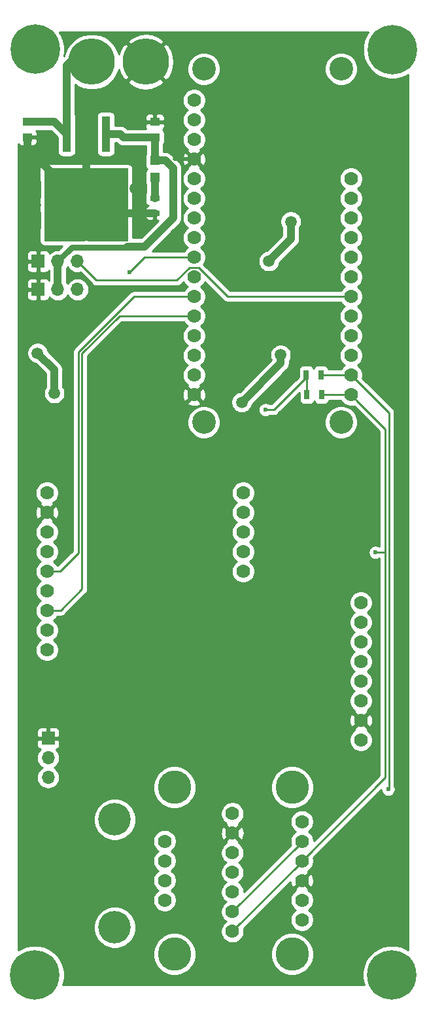
<source format=gbl>
G04 #@! TF.GenerationSoftware,KiCad,Pcbnew,(5.1.0)-1*
G04 #@! TF.CreationDate,2019-04-08T21:34:39-05:00*
G04 #@! TF.ProjectId,TheHub2,54686548-7562-4322-9e6b-696361645f70,1.0*
G04 #@! TF.SameCoordinates,Original*
G04 #@! TF.FileFunction,Copper,L2,Bot*
G04 #@! TF.FilePolarity,Positive*
%FSLAX46Y46*%
G04 Gerber Fmt 4.6, Leading zero omitted, Abs format (unit mm)*
G04 Created by KiCad (PCBNEW (5.1.0)-1) date 2019-04-08 21:34:39*
%MOMM*%
%LPD*%
G04 APERTURE LIST*
%ADD10C,6.400000*%
%ADD11R,1.250000X1.000000*%
%ADD12R,1.200000X1.200000*%
%ADD13C,6.000000*%
%ADD14R,1.700000X1.700000*%
%ADD15O,1.700000X1.700000*%
%ADD16R,1.300000X0.700000*%
%ADD17R,0.700000X1.300000*%
%ADD18C,1.778000*%
%ADD19C,4.318000*%
%ADD20C,3.048000*%
%ADD21R,5.250000X4.550000*%
%ADD22R,10.800000X9.400000*%
%ADD23R,1.100000X4.600000*%
%ADD24C,4.200000*%
%ADD25C,1.500000*%
%ADD26C,1.000000*%
%ADD27C,0.600000*%
%ADD28C,1.000000*%
%ADD29C,0.500000*%
%ADD30C,0.250000*%
%ADD31C,0.750000*%
%ADD32C,0.254000*%
G04 APERTURE END LIST*
D10*
X102590600Y-94983300D03*
X148844000Y-95034100D03*
X102577900Y-214782400D03*
X148805900Y-214782400D03*
D11*
X101600000Y-104410000D03*
X101600000Y-106410000D03*
X118110000Y-104410000D03*
X118110000Y-106410000D03*
D12*
X118110000Y-109390000D03*
X118110000Y-111590000D03*
D13*
X109941600Y-96634300D03*
X116941600Y-96634300D03*
D14*
X103009700Y-126085600D03*
D15*
X105549700Y-126085600D03*
X108089700Y-126085600D03*
X104305100Y-189230000D03*
X104305100Y-186690000D03*
D14*
X104305100Y-184150000D03*
D16*
X118110000Y-116200000D03*
X118110000Y-114300000D03*
D17*
X137800000Y-139700000D03*
X139700000Y-139700000D03*
X139605001Y-137160000D03*
X137705001Y-137160000D03*
D18*
X137160000Y-207645000D03*
X137160000Y-205105000D03*
X137160000Y-202565000D03*
X137160000Y-200025000D03*
X137160000Y-197485000D03*
X137160000Y-194945000D03*
X119380000Y-205105000D03*
X119380000Y-202565000D03*
X119380000Y-200025000D03*
X119380000Y-197485000D03*
D19*
X135890000Y-212090000D03*
X135890000Y-190500000D03*
X120650000Y-190500000D03*
X120650000Y-212090000D03*
D18*
X123190000Y-101600000D03*
X123190000Y-104140000D03*
X123190000Y-106680000D03*
X123190000Y-109220000D03*
X123190000Y-111760000D03*
X123190000Y-114300000D03*
X123190000Y-116840000D03*
X123190000Y-119380000D03*
X123190000Y-121920000D03*
X123190000Y-124460000D03*
X123190000Y-127000000D03*
X123190000Y-129540000D03*
X123190000Y-132080000D03*
X123190000Y-134620000D03*
X123190000Y-137160000D03*
X123190000Y-139700000D03*
X143510000Y-139700000D03*
X143510000Y-137160000D03*
X143510000Y-134620000D03*
X143510000Y-132080000D03*
X143510000Y-129540000D03*
X143510000Y-127000000D03*
X143510000Y-124460000D03*
X143510000Y-121920000D03*
X143510000Y-119380000D03*
X143510000Y-116840000D03*
X143510000Y-114300000D03*
X143510000Y-111760000D03*
D20*
X124460000Y-97536000D03*
X142240000Y-97536000D03*
X124460000Y-143256000D03*
X142240000Y-143256000D03*
D18*
X104140000Y-152400000D03*
X104140000Y-154940000D03*
X104140000Y-157480000D03*
X104140000Y-160020000D03*
X104140000Y-162560000D03*
X104140000Y-165100000D03*
X104140000Y-167640000D03*
X104140000Y-170180000D03*
X104140000Y-172720000D03*
X129540000Y-152400000D03*
X129540000Y-154940000D03*
X129540000Y-157480000D03*
X129540000Y-160020000D03*
X129540000Y-162560000D03*
D21*
X111995000Y-112710000D03*
X106445000Y-117560000D03*
X106445000Y-112710000D03*
X111995000Y-117560000D03*
D22*
X109220000Y-115135000D03*
D23*
X111760000Y-105985000D03*
X106680000Y-105985000D03*
D18*
X128155700Y-193903600D03*
X128155700Y-196443600D03*
X128155700Y-198983600D03*
X128155700Y-201523600D03*
X128155700Y-204063600D03*
X128155700Y-206603600D03*
X128155700Y-209143600D03*
D24*
X112915700Y-194663600D03*
X112915700Y-208633600D03*
D15*
X108089700Y-122440700D03*
X105549700Y-122440700D03*
D14*
X103009700Y-122440700D03*
D18*
X144792700Y-166611300D03*
X144792700Y-169151300D03*
X144792700Y-171691300D03*
X144792700Y-174231300D03*
X144792700Y-176771300D03*
X144792700Y-179311300D03*
X144792700Y-181851300D03*
X144792700Y-184391300D03*
D25*
X134391400Y-134543800D03*
X129349500Y-140690600D03*
D26*
X109220000Y-113030000D03*
X109220000Y-105410000D03*
D25*
X115570000Y-113030000D03*
D27*
X150774400Y-120675400D03*
X145567400Y-156070300D03*
X132422900Y-141655800D03*
D25*
X135724900Y-117297200D03*
X132867400Y-122428000D03*
X105092500Y-139522200D03*
X102920800Y-134327900D03*
D27*
X146672300Y-160108900D03*
X148323300Y-190741300D03*
X114858800Y-123850400D03*
D28*
X134391400Y-134543800D02*
X134391400Y-135648700D01*
X134391400Y-135648700D02*
X129349500Y-140690600D01*
X105105000Y-104410000D02*
X106680000Y-105985000D01*
X101600000Y-104410000D02*
X105105000Y-104410000D01*
X106680000Y-97140000D02*
X107300000Y-96520000D01*
X106680000Y-105985000D02*
X106680000Y-97140000D01*
X113355000Y-116200000D02*
X111995000Y-117560000D01*
X118110000Y-116200000D02*
X113355000Y-116200000D01*
X101600000Y-107865000D02*
X106445000Y-112710000D01*
X101600000Y-106410000D02*
X101600000Y-107865000D01*
X109220000Y-115135000D02*
X109220000Y-101600000D01*
D29*
X123190000Y-109220000D02*
X120650000Y-109220000D01*
D30*
X137800000Y-137254999D02*
X137705001Y-137160000D01*
X137800000Y-139700000D02*
X137800000Y-137254999D01*
X133509201Y-141655800D02*
X132422900Y-141655800D01*
X137705001Y-137160000D02*
X137705001Y-137460000D01*
X137705001Y-137460000D02*
X133509201Y-141655800D01*
D28*
X135724900Y-117297200D02*
X135724900Y-119570500D01*
X135724900Y-119570500D02*
X132867400Y-122428000D01*
X105092500Y-139522200D02*
X105092500Y-136499600D01*
X105092500Y-136499600D02*
X102920800Y-134327900D01*
X118110000Y-111590000D02*
X118110000Y-114300000D01*
X111760000Y-105985000D02*
X113605000Y-105985000D01*
X114030000Y-106410000D02*
X118110000Y-106410000D01*
X113605000Y-105985000D02*
X114030000Y-106410000D01*
X118110000Y-106410000D02*
X118110000Y-109390000D01*
X119476483Y-109390000D02*
X120497600Y-110411117D01*
X118110000Y-109390000D02*
X119476483Y-109390000D01*
X120497600Y-116814600D02*
X116777199Y-120535001D01*
X116777199Y-120535001D02*
X114605499Y-120535001D01*
X120497600Y-110411117D02*
X120497600Y-116814600D01*
D31*
X107340400Y-120650000D02*
X105549700Y-122440700D01*
X114324002Y-120650000D02*
X107340400Y-120650000D01*
D29*
X114490500Y-120650000D02*
X114605499Y-120535001D01*
X114324002Y-120650000D02*
X114490500Y-120650000D01*
D28*
X105549700Y-125564900D02*
X105524300Y-125590300D01*
X105549700Y-122440700D02*
X105549700Y-125564900D01*
D30*
X144398999Y-140588999D02*
X143510000Y-139700000D01*
X147945001Y-144135001D02*
X144398999Y-140588999D01*
X137160000Y-200025000D02*
X147945001Y-189239999D01*
X139700000Y-139700000D02*
X143510000Y-139700000D01*
X137160000Y-200139300D02*
X137160000Y-200025000D01*
X128155700Y-209143600D02*
X137160000Y-200139300D01*
X147929600Y-160108900D02*
X147945001Y-160124301D01*
X146672300Y-160108900D02*
X147929600Y-160108900D01*
X147945001Y-189239999D02*
X147945001Y-160124301D01*
X147945001Y-160124301D02*
X147945001Y-144135001D01*
X143510000Y-137160000D02*
X139605001Y-137160000D01*
X148395011Y-142045011D02*
X148395011Y-190586711D01*
X143510000Y-137160000D02*
X148395011Y-142045011D01*
X137160000Y-197599300D02*
X137160000Y-197485000D01*
X128155700Y-206603600D02*
X137160000Y-197599300D01*
X116789200Y-121920000D02*
X123190000Y-121920000D01*
X114858800Y-123850400D02*
X116789200Y-121920000D01*
X104140000Y-162560000D02*
X105867200Y-162560000D01*
X105867200Y-162560000D02*
X108229400Y-160197800D01*
X108229400Y-160197800D02*
X108229400Y-134188200D01*
X115417600Y-127000000D02*
X123190000Y-127000000D01*
X108229400Y-134188200D02*
X115417600Y-127000000D01*
X123190000Y-129540000D02*
X113514010Y-129540000D01*
X113514010Y-129540000D02*
X108679410Y-134374600D01*
X108679410Y-134374600D02*
X108679410Y-164853190D01*
X105892600Y-167640000D02*
X104140000Y-167640000D01*
X108679410Y-164853190D02*
X105892600Y-167640000D01*
X142252765Y-127000000D02*
X143510000Y-127000000D01*
X110540800Y-124891800D02*
X120961478Y-124891800D01*
X108089700Y-122440700D02*
X110540800Y-124891800D01*
X120961478Y-124891800D02*
X122607279Y-123245999D01*
X122607279Y-123245999D02*
X123772721Y-123245999D01*
X123772721Y-123245999D02*
X127526722Y-127000000D01*
X127526722Y-127000000D02*
X142252765Y-127000000D01*
D32*
G36*
X120523000Y-95923849D02*
G01*
X120322396Y-95251691D01*
X119987702Y-94618697D01*
X119969468Y-94591406D01*
X119500286Y-94255219D01*
X117121205Y-96634300D01*
X119500286Y-99013381D01*
X119969468Y-98677194D01*
X120309837Y-98047232D01*
X120520766Y-97362973D01*
X120523000Y-97341290D01*
X120523000Y-108831386D01*
X120318478Y-108626864D01*
X120282932Y-108583551D01*
X120110106Y-108441716D01*
X119912930Y-108336324D01*
X119698982Y-108271423D01*
X119532235Y-108255000D01*
X119532234Y-108255000D01*
X119476483Y-108249509D01*
X119420732Y-108255000D01*
X119245000Y-108255000D01*
X119245000Y-107289518D01*
X119265537Y-107264494D01*
X119324502Y-107154180D01*
X119360812Y-107034482D01*
X119373072Y-106910000D01*
X119373072Y-105910000D01*
X119360812Y-105785518D01*
X119324502Y-105665820D01*
X119265537Y-105555506D01*
X119186185Y-105458815D01*
X119126704Y-105410000D01*
X119186185Y-105361185D01*
X119265537Y-105264494D01*
X119324502Y-105154180D01*
X119360812Y-105034482D01*
X119373072Y-104910000D01*
X119370000Y-104695750D01*
X119211250Y-104537000D01*
X118237000Y-104537000D01*
X118237000Y-104557000D01*
X117983000Y-104557000D01*
X117983000Y-104537000D01*
X117008750Y-104537000D01*
X116850000Y-104695750D01*
X116846928Y-104910000D01*
X116859188Y-105034482D01*
X116895498Y-105154180D01*
X116954463Y-105264494D01*
X116963085Y-105275000D01*
X114500131Y-105275000D01*
X114446996Y-105221865D01*
X114411449Y-105178551D01*
X114238623Y-105036716D01*
X114041447Y-104931324D01*
X113827499Y-104866423D01*
X113660752Y-104850000D01*
X113660751Y-104850000D01*
X113605000Y-104844509D01*
X113549249Y-104850000D01*
X112948072Y-104850000D01*
X112948072Y-103910000D01*
X116846928Y-103910000D01*
X116850000Y-104124250D01*
X117008750Y-104283000D01*
X117983000Y-104283000D01*
X117983000Y-103433750D01*
X118237000Y-103433750D01*
X118237000Y-104283000D01*
X119211250Y-104283000D01*
X119370000Y-104124250D01*
X119373072Y-103910000D01*
X119360812Y-103785518D01*
X119324502Y-103665820D01*
X119265537Y-103555506D01*
X119186185Y-103458815D01*
X119089494Y-103379463D01*
X118979180Y-103320498D01*
X118859482Y-103284188D01*
X118735000Y-103271928D01*
X118395750Y-103275000D01*
X118237000Y-103433750D01*
X117983000Y-103433750D01*
X117824250Y-103275000D01*
X117485000Y-103271928D01*
X117360518Y-103284188D01*
X117240820Y-103320498D01*
X117130506Y-103379463D01*
X117033815Y-103458815D01*
X116954463Y-103555506D01*
X116895498Y-103665820D01*
X116859188Y-103785518D01*
X116846928Y-103910000D01*
X112948072Y-103910000D01*
X112948072Y-103685000D01*
X112935812Y-103560518D01*
X112899502Y-103440820D01*
X112840537Y-103330506D01*
X112761185Y-103233815D01*
X112664494Y-103154463D01*
X112554180Y-103095498D01*
X112434482Y-103059188D01*
X112310000Y-103046928D01*
X111210000Y-103046928D01*
X111085518Y-103059188D01*
X110965820Y-103095498D01*
X110855506Y-103154463D01*
X110758815Y-103233815D01*
X110679463Y-103330506D01*
X110620498Y-103440820D01*
X110584188Y-103560518D01*
X110571928Y-103685000D01*
X110571928Y-108285000D01*
X110584188Y-108409482D01*
X110620498Y-108529180D01*
X110679463Y-108639494D01*
X110758815Y-108736185D01*
X110855506Y-108815537D01*
X110965820Y-108874502D01*
X111085518Y-108910812D01*
X111210000Y-108923072D01*
X112310000Y-108923072D01*
X112434482Y-108910812D01*
X112554180Y-108874502D01*
X112664494Y-108815537D01*
X112761185Y-108736185D01*
X112840537Y-108639494D01*
X112899502Y-108529180D01*
X112935812Y-108409482D01*
X112948072Y-108285000D01*
X112948072Y-107120000D01*
X113134869Y-107120000D01*
X113188004Y-107173135D01*
X113223551Y-107216449D01*
X113396377Y-107358284D01*
X113593553Y-107463676D01*
X113807501Y-107528577D01*
X114030000Y-107550491D01*
X114085752Y-107545000D01*
X116975000Y-107545000D01*
X116975001Y-108443854D01*
X116920498Y-108545820D01*
X116884188Y-108665518D01*
X116871928Y-108790000D01*
X116871928Y-109990000D01*
X116884188Y-110114482D01*
X116920498Y-110234180D01*
X116979463Y-110344494D01*
X117058815Y-110441185D01*
X117118296Y-110490000D01*
X117058815Y-110538815D01*
X116979463Y-110635506D01*
X116920498Y-110745820D01*
X116884188Y-110865518D01*
X116871928Y-110990000D01*
X116871928Y-112190000D01*
X116884188Y-112314482D01*
X116920498Y-112434180D01*
X116975000Y-112536145D01*
X116975001Y-113540018D01*
X116929463Y-113595506D01*
X116870498Y-113705820D01*
X116834188Y-113825518D01*
X116821928Y-113950000D01*
X116821928Y-114650000D01*
X116834188Y-114774482D01*
X116870498Y-114894180D01*
X116929463Y-115004494D01*
X117008815Y-115101185D01*
X117105506Y-115180537D01*
X117215820Y-115239502D01*
X117250427Y-115250000D01*
X117215820Y-115260498D01*
X117105506Y-115319463D01*
X117008815Y-115398815D01*
X116929463Y-115495506D01*
X116870498Y-115605820D01*
X116834188Y-115725518D01*
X116821928Y-115850000D01*
X116825000Y-115914250D01*
X116983750Y-116073000D01*
X117983000Y-116073000D01*
X117983000Y-116053000D01*
X118237000Y-116053000D01*
X118237000Y-116073000D01*
X118257000Y-116073000D01*
X118257000Y-116327000D01*
X118237000Y-116327000D01*
X118237000Y-117026250D01*
X118395750Y-117185000D01*
X118521011Y-117186056D01*
X116307068Y-119400001D01*
X115257769Y-119400001D01*
X115255889Y-116698459D01*
X115256118Y-116550000D01*
X116821928Y-116550000D01*
X116834188Y-116674482D01*
X116870498Y-116794180D01*
X116929463Y-116904494D01*
X117008815Y-117001185D01*
X117105506Y-117080537D01*
X117215820Y-117139502D01*
X117335518Y-117175812D01*
X117460000Y-117188072D01*
X117824250Y-117185000D01*
X117983000Y-117026250D01*
X117983000Y-116327000D01*
X116983750Y-116327000D01*
X116825000Y-116485750D01*
X116821928Y-116550000D01*
X115256118Y-116550000D01*
X115258072Y-115285000D01*
X115245812Y-115160518D01*
X115238071Y-115135000D01*
X115245812Y-115109482D01*
X115258072Y-114985000D01*
X115255889Y-113571541D01*
X115258072Y-110435000D01*
X115245812Y-110310518D01*
X115209502Y-110190820D01*
X115150537Y-110080506D01*
X115071185Y-109983815D01*
X114974494Y-109904463D01*
X114864180Y-109845498D01*
X114744482Y-109809188D01*
X114620000Y-109796928D01*
X111017691Y-109799092D01*
X109370000Y-109796928D01*
X109245518Y-109809188D01*
X109220000Y-109816929D01*
X109194482Y-109809188D01*
X109070000Y-109796928D01*
X107422309Y-109799092D01*
X103820000Y-109796928D01*
X103695518Y-109809188D01*
X103575820Y-109845498D01*
X103465506Y-109904463D01*
X103368815Y-109983815D01*
X103289463Y-110080506D01*
X103230498Y-110190820D01*
X103194188Y-110310518D01*
X103181928Y-110435000D01*
X103184111Y-113571541D01*
X103181928Y-114985000D01*
X103194188Y-115109482D01*
X103201929Y-115135000D01*
X103194188Y-115160518D01*
X103181928Y-115285000D01*
X103184111Y-116698459D01*
X103181928Y-119835000D01*
X103194188Y-119959482D01*
X103230498Y-120079180D01*
X103289463Y-120189494D01*
X103368815Y-120286185D01*
X103465506Y-120365537D01*
X103575820Y-120424502D01*
X103695518Y-120460812D01*
X103820000Y-120473072D01*
X106090337Y-120471708D01*
X105606345Y-120955700D01*
X105476750Y-120955700D01*
X105258589Y-120977187D01*
X104978666Y-121062101D01*
X104720686Y-121199994D01*
X104494566Y-121385566D01*
X104470093Y-121415387D01*
X104449202Y-121346520D01*
X104390237Y-121236206D01*
X104310885Y-121139515D01*
X104214194Y-121060163D01*
X104103880Y-121001198D01*
X103984182Y-120964888D01*
X103859700Y-120952628D01*
X103295450Y-120955700D01*
X103136700Y-121114450D01*
X103136700Y-121793000D01*
X102882700Y-121793000D01*
X102882700Y-121114450D01*
X102723950Y-120955700D01*
X102159700Y-120952628D01*
X102035218Y-120964888D01*
X101915520Y-121001198D01*
X101805206Y-121060163D01*
X101708515Y-121139515D01*
X101629163Y-121236206D01*
X101570198Y-121346520D01*
X101533888Y-121466218D01*
X101521628Y-121590700D01*
X101522729Y-121793000D01*
X100457000Y-121793000D01*
X100457000Y-107279770D01*
X100523815Y-107361185D01*
X100620506Y-107440537D01*
X100730820Y-107499502D01*
X100850518Y-107535812D01*
X100975000Y-107548072D01*
X101314250Y-107545000D01*
X101473000Y-107386250D01*
X101473000Y-106537000D01*
X101727000Y-106537000D01*
X101727000Y-107386250D01*
X101885750Y-107545000D01*
X102225000Y-107548072D01*
X102349482Y-107535812D01*
X102469180Y-107499502D01*
X102579494Y-107440537D01*
X102676185Y-107361185D01*
X102755537Y-107264494D01*
X102814502Y-107154180D01*
X102850812Y-107034482D01*
X102863072Y-106910000D01*
X102860000Y-106695750D01*
X102701250Y-106537000D01*
X101727000Y-106537000D01*
X101473000Y-106537000D01*
X101453000Y-106537000D01*
X101453000Y-106283000D01*
X101473000Y-106283000D01*
X101473000Y-106263000D01*
X101727000Y-106263000D01*
X101727000Y-106283000D01*
X102701250Y-106283000D01*
X102860000Y-106124250D01*
X102863072Y-105910000D01*
X102850812Y-105785518D01*
X102814502Y-105665820D01*
X102755537Y-105555506D01*
X102746915Y-105545000D01*
X104634869Y-105545000D01*
X105491928Y-106402060D01*
X105491928Y-108285000D01*
X105504188Y-108409482D01*
X105540498Y-108529180D01*
X105599463Y-108639494D01*
X105678815Y-108736185D01*
X105775506Y-108815537D01*
X105885820Y-108874502D01*
X106005518Y-108910812D01*
X106130000Y-108923072D01*
X107230000Y-108923072D01*
X107354482Y-108910812D01*
X107474180Y-108874502D01*
X107584494Y-108815537D01*
X107681185Y-108736185D01*
X107760537Y-108639494D01*
X107819502Y-108529180D01*
X107855812Y-108409482D01*
X107868072Y-108285000D01*
X107868072Y-103685000D01*
X107855812Y-103560518D01*
X107819502Y-103440820D01*
X107815000Y-103432397D01*
X107815000Y-99585128D01*
X108219782Y-99855595D01*
X108881310Y-100129609D01*
X109583584Y-100269300D01*
X110299616Y-100269300D01*
X111001890Y-100129609D01*
X111663418Y-99855595D01*
X112258777Y-99457789D01*
X112523580Y-99192986D01*
X114562519Y-99192986D01*
X114898706Y-99662168D01*
X115528668Y-100002537D01*
X116212927Y-100213466D01*
X116925189Y-100286850D01*
X117638082Y-100219869D01*
X118324209Y-100015096D01*
X118957203Y-99680402D01*
X118984494Y-99662168D01*
X119320681Y-99192986D01*
X116941600Y-96813905D01*
X114562519Y-99192986D01*
X112523580Y-99192986D01*
X112765089Y-98951477D01*
X113162895Y-98356118D01*
X113436909Y-97694590D01*
X113447987Y-97638897D01*
X113560804Y-98016909D01*
X113895498Y-98649903D01*
X113913732Y-98677194D01*
X114382914Y-99013381D01*
X116761995Y-96634300D01*
X114382914Y-94255219D01*
X113913732Y-94591406D01*
X113573363Y-95221368D01*
X113447792Y-95628723D01*
X113436909Y-95574010D01*
X113162895Y-94912482D01*
X112765089Y-94317123D01*
X112523580Y-94075614D01*
X114562519Y-94075614D01*
X116941600Y-96454695D01*
X119320681Y-94075614D01*
X118984494Y-93606432D01*
X118354532Y-93266063D01*
X117670273Y-93055134D01*
X116958011Y-92981750D01*
X116245118Y-93048731D01*
X115558991Y-93253504D01*
X114925997Y-93588198D01*
X114898706Y-93606432D01*
X114562519Y-94075614D01*
X112523580Y-94075614D01*
X112258777Y-93810811D01*
X111663418Y-93413005D01*
X111001890Y-93138991D01*
X110299616Y-92999300D01*
X109583584Y-92999300D01*
X108881310Y-93138991D01*
X108219782Y-93413005D01*
X107624423Y-93810811D01*
X107118111Y-94317123D01*
X106720305Y-94912482D01*
X106446291Y-95574010D01*
X106397979Y-95816890D01*
X106319263Y-95895606D01*
X106425600Y-95361015D01*
X106425600Y-94605585D01*
X106278223Y-93864672D01*
X105989133Y-93166746D01*
X105768804Y-92837000D01*
X120523000Y-92837000D01*
X120523000Y-95923849D01*
X120523000Y-95923849D01*
G37*
X120523000Y-95923849D02*
X120322396Y-95251691D01*
X119987702Y-94618697D01*
X119969468Y-94591406D01*
X119500286Y-94255219D01*
X117121205Y-96634300D01*
X119500286Y-99013381D01*
X119969468Y-98677194D01*
X120309837Y-98047232D01*
X120520766Y-97362973D01*
X120523000Y-97341290D01*
X120523000Y-108831386D01*
X120318478Y-108626864D01*
X120282932Y-108583551D01*
X120110106Y-108441716D01*
X119912930Y-108336324D01*
X119698982Y-108271423D01*
X119532235Y-108255000D01*
X119532234Y-108255000D01*
X119476483Y-108249509D01*
X119420732Y-108255000D01*
X119245000Y-108255000D01*
X119245000Y-107289518D01*
X119265537Y-107264494D01*
X119324502Y-107154180D01*
X119360812Y-107034482D01*
X119373072Y-106910000D01*
X119373072Y-105910000D01*
X119360812Y-105785518D01*
X119324502Y-105665820D01*
X119265537Y-105555506D01*
X119186185Y-105458815D01*
X119126704Y-105410000D01*
X119186185Y-105361185D01*
X119265537Y-105264494D01*
X119324502Y-105154180D01*
X119360812Y-105034482D01*
X119373072Y-104910000D01*
X119370000Y-104695750D01*
X119211250Y-104537000D01*
X118237000Y-104537000D01*
X118237000Y-104557000D01*
X117983000Y-104557000D01*
X117983000Y-104537000D01*
X117008750Y-104537000D01*
X116850000Y-104695750D01*
X116846928Y-104910000D01*
X116859188Y-105034482D01*
X116895498Y-105154180D01*
X116954463Y-105264494D01*
X116963085Y-105275000D01*
X114500131Y-105275000D01*
X114446996Y-105221865D01*
X114411449Y-105178551D01*
X114238623Y-105036716D01*
X114041447Y-104931324D01*
X113827499Y-104866423D01*
X113660752Y-104850000D01*
X113660751Y-104850000D01*
X113605000Y-104844509D01*
X113549249Y-104850000D01*
X112948072Y-104850000D01*
X112948072Y-103910000D01*
X116846928Y-103910000D01*
X116850000Y-104124250D01*
X117008750Y-104283000D01*
X117983000Y-104283000D01*
X117983000Y-103433750D01*
X118237000Y-103433750D01*
X118237000Y-104283000D01*
X119211250Y-104283000D01*
X119370000Y-104124250D01*
X119373072Y-103910000D01*
X119360812Y-103785518D01*
X119324502Y-103665820D01*
X119265537Y-103555506D01*
X119186185Y-103458815D01*
X119089494Y-103379463D01*
X118979180Y-103320498D01*
X118859482Y-103284188D01*
X118735000Y-103271928D01*
X118395750Y-103275000D01*
X118237000Y-103433750D01*
X117983000Y-103433750D01*
X117824250Y-103275000D01*
X117485000Y-103271928D01*
X117360518Y-103284188D01*
X117240820Y-103320498D01*
X117130506Y-103379463D01*
X117033815Y-103458815D01*
X116954463Y-103555506D01*
X116895498Y-103665820D01*
X116859188Y-103785518D01*
X116846928Y-103910000D01*
X112948072Y-103910000D01*
X112948072Y-103685000D01*
X112935812Y-103560518D01*
X112899502Y-103440820D01*
X112840537Y-103330506D01*
X112761185Y-103233815D01*
X112664494Y-103154463D01*
X112554180Y-103095498D01*
X112434482Y-103059188D01*
X112310000Y-103046928D01*
X111210000Y-103046928D01*
X111085518Y-103059188D01*
X110965820Y-103095498D01*
X110855506Y-103154463D01*
X110758815Y-103233815D01*
X110679463Y-103330506D01*
X110620498Y-103440820D01*
X110584188Y-103560518D01*
X110571928Y-103685000D01*
X110571928Y-108285000D01*
X110584188Y-108409482D01*
X110620498Y-108529180D01*
X110679463Y-108639494D01*
X110758815Y-108736185D01*
X110855506Y-108815537D01*
X110965820Y-108874502D01*
X111085518Y-108910812D01*
X111210000Y-108923072D01*
X112310000Y-108923072D01*
X112434482Y-108910812D01*
X112554180Y-108874502D01*
X112664494Y-108815537D01*
X112761185Y-108736185D01*
X112840537Y-108639494D01*
X112899502Y-108529180D01*
X112935812Y-108409482D01*
X112948072Y-108285000D01*
X112948072Y-107120000D01*
X113134869Y-107120000D01*
X113188004Y-107173135D01*
X113223551Y-107216449D01*
X113396377Y-107358284D01*
X113593553Y-107463676D01*
X113807501Y-107528577D01*
X114030000Y-107550491D01*
X114085752Y-107545000D01*
X116975000Y-107545000D01*
X116975001Y-108443854D01*
X116920498Y-108545820D01*
X116884188Y-108665518D01*
X116871928Y-108790000D01*
X116871928Y-109990000D01*
X116884188Y-110114482D01*
X116920498Y-110234180D01*
X116979463Y-110344494D01*
X117058815Y-110441185D01*
X117118296Y-110490000D01*
X117058815Y-110538815D01*
X116979463Y-110635506D01*
X116920498Y-110745820D01*
X116884188Y-110865518D01*
X116871928Y-110990000D01*
X116871928Y-112190000D01*
X116884188Y-112314482D01*
X116920498Y-112434180D01*
X116975000Y-112536145D01*
X116975001Y-113540018D01*
X116929463Y-113595506D01*
X116870498Y-113705820D01*
X116834188Y-113825518D01*
X116821928Y-113950000D01*
X116821928Y-114650000D01*
X116834188Y-114774482D01*
X116870498Y-114894180D01*
X116929463Y-115004494D01*
X117008815Y-115101185D01*
X117105506Y-115180537D01*
X117215820Y-115239502D01*
X117250427Y-115250000D01*
X117215820Y-115260498D01*
X117105506Y-115319463D01*
X117008815Y-115398815D01*
X116929463Y-115495506D01*
X116870498Y-115605820D01*
X116834188Y-115725518D01*
X116821928Y-115850000D01*
X116825000Y-115914250D01*
X116983750Y-116073000D01*
X117983000Y-116073000D01*
X117983000Y-116053000D01*
X118237000Y-116053000D01*
X118237000Y-116073000D01*
X118257000Y-116073000D01*
X118257000Y-116327000D01*
X118237000Y-116327000D01*
X118237000Y-117026250D01*
X118395750Y-117185000D01*
X118521011Y-117186056D01*
X116307068Y-119400001D01*
X115257769Y-119400001D01*
X115255889Y-116698459D01*
X115256118Y-116550000D01*
X116821928Y-116550000D01*
X116834188Y-116674482D01*
X116870498Y-116794180D01*
X116929463Y-116904494D01*
X117008815Y-117001185D01*
X117105506Y-117080537D01*
X117215820Y-117139502D01*
X117335518Y-117175812D01*
X117460000Y-117188072D01*
X117824250Y-117185000D01*
X117983000Y-117026250D01*
X117983000Y-116327000D01*
X116983750Y-116327000D01*
X116825000Y-116485750D01*
X116821928Y-116550000D01*
X115256118Y-116550000D01*
X115258072Y-115285000D01*
X115245812Y-115160518D01*
X115238071Y-115135000D01*
X115245812Y-115109482D01*
X115258072Y-114985000D01*
X115255889Y-113571541D01*
X115258072Y-110435000D01*
X115245812Y-110310518D01*
X115209502Y-110190820D01*
X115150537Y-110080506D01*
X115071185Y-109983815D01*
X114974494Y-109904463D01*
X114864180Y-109845498D01*
X114744482Y-109809188D01*
X114620000Y-109796928D01*
X111017691Y-109799092D01*
X109370000Y-109796928D01*
X109245518Y-109809188D01*
X109220000Y-109816929D01*
X109194482Y-109809188D01*
X109070000Y-109796928D01*
X107422309Y-109799092D01*
X103820000Y-109796928D01*
X103695518Y-109809188D01*
X103575820Y-109845498D01*
X103465506Y-109904463D01*
X103368815Y-109983815D01*
X103289463Y-110080506D01*
X103230498Y-110190820D01*
X103194188Y-110310518D01*
X103181928Y-110435000D01*
X103184111Y-113571541D01*
X103181928Y-114985000D01*
X103194188Y-115109482D01*
X103201929Y-115135000D01*
X103194188Y-115160518D01*
X103181928Y-115285000D01*
X103184111Y-116698459D01*
X103181928Y-119835000D01*
X103194188Y-119959482D01*
X103230498Y-120079180D01*
X103289463Y-120189494D01*
X103368815Y-120286185D01*
X103465506Y-120365537D01*
X103575820Y-120424502D01*
X103695518Y-120460812D01*
X103820000Y-120473072D01*
X106090337Y-120471708D01*
X105606345Y-120955700D01*
X105476750Y-120955700D01*
X105258589Y-120977187D01*
X104978666Y-121062101D01*
X104720686Y-121199994D01*
X104494566Y-121385566D01*
X104470093Y-121415387D01*
X104449202Y-121346520D01*
X104390237Y-121236206D01*
X104310885Y-121139515D01*
X104214194Y-121060163D01*
X104103880Y-121001198D01*
X103984182Y-120964888D01*
X103859700Y-120952628D01*
X103295450Y-120955700D01*
X103136700Y-121114450D01*
X103136700Y-121793000D01*
X102882700Y-121793000D01*
X102882700Y-121114450D01*
X102723950Y-120955700D01*
X102159700Y-120952628D01*
X102035218Y-120964888D01*
X101915520Y-121001198D01*
X101805206Y-121060163D01*
X101708515Y-121139515D01*
X101629163Y-121236206D01*
X101570198Y-121346520D01*
X101533888Y-121466218D01*
X101521628Y-121590700D01*
X101522729Y-121793000D01*
X100457000Y-121793000D01*
X100457000Y-107279770D01*
X100523815Y-107361185D01*
X100620506Y-107440537D01*
X100730820Y-107499502D01*
X100850518Y-107535812D01*
X100975000Y-107548072D01*
X101314250Y-107545000D01*
X101473000Y-107386250D01*
X101473000Y-106537000D01*
X101727000Y-106537000D01*
X101727000Y-107386250D01*
X101885750Y-107545000D01*
X102225000Y-107548072D01*
X102349482Y-107535812D01*
X102469180Y-107499502D01*
X102579494Y-107440537D01*
X102676185Y-107361185D01*
X102755537Y-107264494D01*
X102814502Y-107154180D01*
X102850812Y-107034482D01*
X102863072Y-106910000D01*
X102860000Y-106695750D01*
X102701250Y-106537000D01*
X101727000Y-106537000D01*
X101473000Y-106537000D01*
X101453000Y-106537000D01*
X101453000Y-106283000D01*
X101473000Y-106283000D01*
X101473000Y-106263000D01*
X101727000Y-106263000D01*
X101727000Y-106283000D01*
X102701250Y-106283000D01*
X102860000Y-106124250D01*
X102863072Y-105910000D01*
X102850812Y-105785518D01*
X102814502Y-105665820D01*
X102755537Y-105555506D01*
X102746915Y-105545000D01*
X104634869Y-105545000D01*
X105491928Y-106402060D01*
X105491928Y-108285000D01*
X105504188Y-108409482D01*
X105540498Y-108529180D01*
X105599463Y-108639494D01*
X105678815Y-108736185D01*
X105775506Y-108815537D01*
X105885820Y-108874502D01*
X106005518Y-108910812D01*
X106130000Y-108923072D01*
X107230000Y-108923072D01*
X107354482Y-108910812D01*
X107474180Y-108874502D01*
X107584494Y-108815537D01*
X107681185Y-108736185D01*
X107760537Y-108639494D01*
X107819502Y-108529180D01*
X107855812Y-108409482D01*
X107868072Y-108285000D01*
X107868072Y-103685000D01*
X107855812Y-103560518D01*
X107819502Y-103440820D01*
X107815000Y-103432397D01*
X107815000Y-99585128D01*
X108219782Y-99855595D01*
X108881310Y-100129609D01*
X109583584Y-100269300D01*
X110299616Y-100269300D01*
X111001890Y-100129609D01*
X111663418Y-99855595D01*
X112258777Y-99457789D01*
X112523580Y-99192986D01*
X114562519Y-99192986D01*
X114898706Y-99662168D01*
X115528668Y-100002537D01*
X116212927Y-100213466D01*
X116925189Y-100286850D01*
X117638082Y-100219869D01*
X118324209Y-100015096D01*
X118957203Y-99680402D01*
X118984494Y-99662168D01*
X119320681Y-99192986D01*
X116941600Y-96813905D01*
X114562519Y-99192986D01*
X112523580Y-99192986D01*
X112765089Y-98951477D01*
X113162895Y-98356118D01*
X113436909Y-97694590D01*
X113447987Y-97638897D01*
X113560804Y-98016909D01*
X113895498Y-98649903D01*
X113913732Y-98677194D01*
X114382914Y-99013381D01*
X116761995Y-96634300D01*
X114382914Y-94255219D01*
X113913732Y-94591406D01*
X113573363Y-95221368D01*
X113447792Y-95628723D01*
X113436909Y-95574010D01*
X113162895Y-94912482D01*
X112765089Y-94317123D01*
X112523580Y-94075614D01*
X114562519Y-94075614D01*
X116941600Y-96454695D01*
X119320681Y-94075614D01*
X118984494Y-93606432D01*
X118354532Y-93266063D01*
X117670273Y-93055134D01*
X116958011Y-92981750D01*
X116245118Y-93048731D01*
X115558991Y-93253504D01*
X114925997Y-93588198D01*
X114898706Y-93606432D01*
X114562519Y-94075614D01*
X112523580Y-94075614D01*
X112258777Y-93810811D01*
X111663418Y-93413005D01*
X111001890Y-93138991D01*
X110299616Y-92999300D01*
X109583584Y-92999300D01*
X108881310Y-93138991D01*
X108219782Y-93413005D01*
X107624423Y-93810811D01*
X107118111Y-94317123D01*
X106720305Y-94912482D01*
X106446291Y-95574010D01*
X106397979Y-95816890D01*
X106319263Y-95895606D01*
X106425600Y-95361015D01*
X106425600Y-94605585D01*
X106278223Y-93864672D01*
X105989133Y-93166746D01*
X105768804Y-92837000D01*
X120523000Y-92837000D01*
X120523000Y-95923849D01*
G36*
X120523000Y-121160000D02*
G01*
X117757331Y-121160000D01*
X120523000Y-118394333D01*
X120523000Y-121160000D01*
X120523000Y-121160000D01*
G37*
X120523000Y-121160000D02*
X117757331Y-121160000D01*
X120523000Y-118394333D01*
X120523000Y-121160000D01*
G36*
X145445467Y-93217546D02*
G01*
X145156377Y-93915472D01*
X145009000Y-94656385D01*
X145009000Y-95411815D01*
X145156377Y-96152728D01*
X145445467Y-96850654D01*
X145865161Y-97478770D01*
X146399330Y-98012939D01*
X147027446Y-98432633D01*
X147725372Y-98721723D01*
X148466285Y-98869100D01*
X149221715Y-98869100D01*
X149962628Y-98721723D01*
X150660554Y-98432633D01*
X150901400Y-98271705D01*
X150901400Y-211570253D01*
X150622454Y-211383867D01*
X149924528Y-211094777D01*
X149183615Y-210947400D01*
X148428185Y-210947400D01*
X147687272Y-211094777D01*
X146989346Y-211383867D01*
X146361230Y-211803561D01*
X145827061Y-212337730D01*
X145407367Y-212965846D01*
X145118277Y-213663772D01*
X144970900Y-214404685D01*
X144970900Y-215160115D01*
X145118277Y-215901028D01*
X145196759Y-216090500D01*
X106187041Y-216090500D01*
X106265523Y-215901028D01*
X106412900Y-215160115D01*
X106412900Y-214404685D01*
X106265523Y-213663772D01*
X105976433Y-212965846D01*
X105556739Y-212337730D01*
X105033824Y-211814815D01*
X117856000Y-211814815D01*
X117856000Y-212365185D01*
X117963372Y-212904980D01*
X118173989Y-213413455D01*
X118479758Y-213871071D01*
X118868929Y-214260242D01*
X119326545Y-214566011D01*
X119835020Y-214776628D01*
X120374815Y-214884000D01*
X120925185Y-214884000D01*
X121464980Y-214776628D01*
X121973455Y-214566011D01*
X122431071Y-214260242D01*
X122820242Y-213871071D01*
X123126011Y-213413455D01*
X123336628Y-212904980D01*
X123444000Y-212365185D01*
X123444000Y-211814815D01*
X133096000Y-211814815D01*
X133096000Y-212365185D01*
X133203372Y-212904980D01*
X133413989Y-213413455D01*
X133719758Y-213871071D01*
X134108929Y-214260242D01*
X134566545Y-214566011D01*
X135075020Y-214776628D01*
X135614815Y-214884000D01*
X136165185Y-214884000D01*
X136704980Y-214776628D01*
X137213455Y-214566011D01*
X137671071Y-214260242D01*
X138060242Y-213871071D01*
X138366011Y-213413455D01*
X138576628Y-212904980D01*
X138684000Y-212365185D01*
X138684000Y-211814815D01*
X138576628Y-211275020D01*
X138366011Y-210766545D01*
X138060242Y-210308929D01*
X137671071Y-209919758D01*
X137213455Y-209613989D01*
X136704980Y-209403372D01*
X136165185Y-209296000D01*
X135614815Y-209296000D01*
X135075020Y-209403372D01*
X134566545Y-209613989D01*
X134108929Y-209919758D01*
X133719758Y-210308929D01*
X133413989Y-210766545D01*
X133203372Y-211275020D01*
X133096000Y-211814815D01*
X123444000Y-211814815D01*
X123336628Y-211275020D01*
X123126011Y-210766545D01*
X122820242Y-210308929D01*
X122431071Y-209919758D01*
X121973455Y-209613989D01*
X121464980Y-209403372D01*
X120925185Y-209296000D01*
X120374815Y-209296000D01*
X119835020Y-209403372D01*
X119326545Y-209613989D01*
X118868929Y-209919758D01*
X118479758Y-210308929D01*
X118173989Y-210766545D01*
X117963372Y-211275020D01*
X117856000Y-211814815D01*
X105033824Y-211814815D01*
X105022570Y-211803561D01*
X104394454Y-211383867D01*
X103696528Y-211094777D01*
X102955615Y-210947400D01*
X102200185Y-210947400D01*
X101459272Y-211094777D01*
X100761346Y-211383867D01*
X100432549Y-211603563D01*
X100433214Y-208364226D01*
X110180700Y-208364226D01*
X110180700Y-208902974D01*
X110285805Y-209431370D01*
X110491975Y-209929108D01*
X110791287Y-210377061D01*
X111172239Y-210758013D01*
X111620192Y-211057325D01*
X112117930Y-211263495D01*
X112646326Y-211368600D01*
X113185074Y-211368600D01*
X113713470Y-211263495D01*
X114211208Y-211057325D01*
X114659161Y-210758013D01*
X115040113Y-210377061D01*
X115339425Y-209929108D01*
X115545595Y-209431370D01*
X115650700Y-208902974D01*
X115650700Y-208364226D01*
X115545595Y-207835830D01*
X115339425Y-207338092D01*
X115040113Y-206890139D01*
X114659161Y-206509187D01*
X114211208Y-206209875D01*
X113713470Y-206003705D01*
X113185074Y-205898600D01*
X112646326Y-205898600D01*
X112117930Y-206003705D01*
X111620192Y-206209875D01*
X111172239Y-206509187D01*
X110791287Y-206890139D01*
X110491975Y-207338092D01*
X110285805Y-207835830D01*
X110180700Y-208364226D01*
X100433214Y-208364226D01*
X100436086Y-194394226D01*
X110180700Y-194394226D01*
X110180700Y-194932974D01*
X110285805Y-195461370D01*
X110491975Y-195959108D01*
X110791287Y-196407061D01*
X111172239Y-196788013D01*
X111620192Y-197087325D01*
X112117930Y-197293495D01*
X112646326Y-197398600D01*
X113185074Y-197398600D01*
X113505319Y-197334899D01*
X117856000Y-197334899D01*
X117856000Y-197635101D01*
X117914566Y-197929534D01*
X118029449Y-198206885D01*
X118196232Y-198456493D01*
X118408507Y-198668768D01*
X118537562Y-198755000D01*
X118408507Y-198841232D01*
X118196232Y-199053507D01*
X118029449Y-199303115D01*
X117914566Y-199580466D01*
X117856000Y-199874899D01*
X117856000Y-200175101D01*
X117914566Y-200469534D01*
X118029449Y-200746885D01*
X118196232Y-200996493D01*
X118408507Y-201208768D01*
X118537562Y-201295000D01*
X118408507Y-201381232D01*
X118196232Y-201593507D01*
X118029449Y-201843115D01*
X117914566Y-202120466D01*
X117856000Y-202414899D01*
X117856000Y-202715101D01*
X117914566Y-203009534D01*
X118029449Y-203286885D01*
X118196232Y-203536493D01*
X118408507Y-203748768D01*
X118537562Y-203835000D01*
X118408507Y-203921232D01*
X118196232Y-204133507D01*
X118029449Y-204383115D01*
X117914566Y-204660466D01*
X117856000Y-204954899D01*
X117856000Y-205255101D01*
X117914566Y-205549534D01*
X118029449Y-205826885D01*
X118196232Y-206076493D01*
X118408507Y-206288768D01*
X118658115Y-206455551D01*
X118935466Y-206570434D01*
X119229899Y-206629000D01*
X119530101Y-206629000D01*
X119824534Y-206570434D01*
X120101885Y-206455551D01*
X120351493Y-206288768D01*
X120563768Y-206076493D01*
X120730551Y-205826885D01*
X120845434Y-205549534D01*
X120904000Y-205255101D01*
X120904000Y-204954899D01*
X120845434Y-204660466D01*
X120730551Y-204383115D01*
X120563768Y-204133507D01*
X120351493Y-203921232D01*
X120222438Y-203835000D01*
X120351493Y-203748768D01*
X120563768Y-203536493D01*
X120730551Y-203286885D01*
X120845434Y-203009534D01*
X120904000Y-202715101D01*
X120904000Y-202414899D01*
X120845434Y-202120466D01*
X120730551Y-201843115D01*
X120563768Y-201593507D01*
X120351493Y-201381232D01*
X120222438Y-201295000D01*
X120351493Y-201208768D01*
X120563768Y-200996493D01*
X120730551Y-200746885D01*
X120845434Y-200469534D01*
X120904000Y-200175101D01*
X120904000Y-199874899D01*
X120845434Y-199580466D01*
X120730551Y-199303115D01*
X120563768Y-199053507D01*
X120351493Y-198841232D01*
X120222438Y-198755000D01*
X120351493Y-198668768D01*
X120563768Y-198456493D01*
X120730551Y-198206885D01*
X120845434Y-197929534D01*
X120904000Y-197635101D01*
X120904000Y-197334899D01*
X120845434Y-197040466D01*
X120730551Y-196763115D01*
X120563768Y-196513507D01*
X120560849Y-196510588D01*
X126625792Y-196510588D01*
X126668257Y-196807771D01*
X126767884Y-197090959D01*
X126846411Y-197237873D01*
X127099469Y-197320226D01*
X127976095Y-196443600D01*
X128335305Y-196443600D01*
X129211931Y-197320226D01*
X129464989Y-197237873D01*
X129594786Y-196967182D01*
X129669280Y-196676370D01*
X129685608Y-196376612D01*
X129643143Y-196079429D01*
X129543516Y-195796241D01*
X129464989Y-195649327D01*
X129211931Y-195566974D01*
X128335305Y-196443600D01*
X127976095Y-196443600D01*
X127099469Y-195566974D01*
X126846411Y-195649327D01*
X126716614Y-195920018D01*
X126642120Y-196210830D01*
X126625792Y-196510588D01*
X120560849Y-196510588D01*
X120351493Y-196301232D01*
X120101885Y-196134449D01*
X119824534Y-196019566D01*
X119530101Y-195961000D01*
X119229899Y-195961000D01*
X118935466Y-196019566D01*
X118658115Y-196134449D01*
X118408507Y-196301232D01*
X118196232Y-196513507D01*
X118029449Y-196763115D01*
X117914566Y-197040466D01*
X117856000Y-197334899D01*
X113505319Y-197334899D01*
X113713470Y-197293495D01*
X114211208Y-197087325D01*
X114659161Y-196788013D01*
X115040113Y-196407061D01*
X115339425Y-195959108D01*
X115545595Y-195461370D01*
X115650700Y-194932974D01*
X115650700Y-194394226D01*
X115545595Y-193865830D01*
X115499066Y-193753499D01*
X126631700Y-193753499D01*
X126631700Y-194053701D01*
X126690266Y-194348134D01*
X126805149Y-194625485D01*
X126971932Y-194875093D01*
X127184207Y-195087368D01*
X127342322Y-195193017D01*
X127279074Y-195387369D01*
X128155700Y-196263995D01*
X129032326Y-195387369D01*
X128969078Y-195193017D01*
X129127193Y-195087368D01*
X129339468Y-194875093D01*
X129506251Y-194625485D01*
X129621134Y-194348134D01*
X129679700Y-194053701D01*
X129679700Y-193753499D01*
X129621134Y-193459066D01*
X129506251Y-193181715D01*
X129339468Y-192932107D01*
X129127193Y-192719832D01*
X128877585Y-192553049D01*
X128600234Y-192438166D01*
X128305801Y-192379600D01*
X128005599Y-192379600D01*
X127711166Y-192438166D01*
X127433815Y-192553049D01*
X127184207Y-192719832D01*
X126971932Y-192932107D01*
X126805149Y-193181715D01*
X126690266Y-193459066D01*
X126631700Y-193753499D01*
X115499066Y-193753499D01*
X115339425Y-193368092D01*
X115040113Y-192920139D01*
X114659161Y-192539187D01*
X114211208Y-192239875D01*
X113713470Y-192033705D01*
X113185074Y-191928600D01*
X112646326Y-191928600D01*
X112117930Y-192033705D01*
X111620192Y-192239875D01*
X111172239Y-192539187D01*
X110791287Y-192920139D01*
X110491975Y-193368092D01*
X110285805Y-193865830D01*
X110180700Y-194394226D01*
X100436086Y-194394226D01*
X100437670Y-186690000D01*
X102812915Y-186690000D01*
X102841587Y-186981111D01*
X102926501Y-187261034D01*
X103064394Y-187519014D01*
X103249966Y-187745134D01*
X103476086Y-187930706D01*
X103530891Y-187960000D01*
X103476086Y-187989294D01*
X103249966Y-188174866D01*
X103064394Y-188400986D01*
X102926501Y-188658966D01*
X102841587Y-188938889D01*
X102812915Y-189230000D01*
X102841587Y-189521111D01*
X102926501Y-189801034D01*
X103064394Y-190059014D01*
X103249966Y-190285134D01*
X103476086Y-190470706D01*
X103734066Y-190608599D01*
X104013989Y-190693513D01*
X104232150Y-190715000D01*
X104378050Y-190715000D01*
X104596211Y-190693513D01*
X104876134Y-190608599D01*
X105134114Y-190470706D01*
X105360234Y-190285134D01*
X105409736Y-190224815D01*
X117856000Y-190224815D01*
X117856000Y-190775185D01*
X117963372Y-191314980D01*
X118173989Y-191823455D01*
X118479758Y-192281071D01*
X118868929Y-192670242D01*
X119326545Y-192976011D01*
X119835020Y-193186628D01*
X120374815Y-193294000D01*
X120925185Y-193294000D01*
X121464980Y-193186628D01*
X121973455Y-192976011D01*
X122431071Y-192670242D01*
X122820242Y-192281071D01*
X123126011Y-191823455D01*
X123336628Y-191314980D01*
X123444000Y-190775185D01*
X123444000Y-190224815D01*
X133096000Y-190224815D01*
X133096000Y-190775185D01*
X133203372Y-191314980D01*
X133413989Y-191823455D01*
X133719758Y-192281071D01*
X134108929Y-192670242D01*
X134566545Y-192976011D01*
X135075020Y-193186628D01*
X135614815Y-193294000D01*
X136165185Y-193294000D01*
X136704980Y-193186628D01*
X137213455Y-192976011D01*
X137671071Y-192670242D01*
X138060242Y-192281071D01*
X138366011Y-191823455D01*
X138576628Y-191314980D01*
X138684000Y-190775185D01*
X138684000Y-190224815D01*
X138576628Y-189685020D01*
X138366011Y-189176545D01*
X138060242Y-188718929D01*
X137671071Y-188329758D01*
X137213455Y-188023989D01*
X136704980Y-187813372D01*
X136165185Y-187706000D01*
X135614815Y-187706000D01*
X135075020Y-187813372D01*
X134566545Y-188023989D01*
X134108929Y-188329758D01*
X133719758Y-188718929D01*
X133413989Y-189176545D01*
X133203372Y-189685020D01*
X133096000Y-190224815D01*
X123444000Y-190224815D01*
X123336628Y-189685020D01*
X123126011Y-189176545D01*
X122820242Y-188718929D01*
X122431071Y-188329758D01*
X121973455Y-188023989D01*
X121464980Y-187813372D01*
X120925185Y-187706000D01*
X120374815Y-187706000D01*
X119835020Y-187813372D01*
X119326545Y-188023989D01*
X118868929Y-188329758D01*
X118479758Y-188718929D01*
X118173989Y-189176545D01*
X117963372Y-189685020D01*
X117856000Y-190224815D01*
X105409736Y-190224815D01*
X105545806Y-190059014D01*
X105683699Y-189801034D01*
X105768613Y-189521111D01*
X105797285Y-189230000D01*
X105768613Y-188938889D01*
X105683699Y-188658966D01*
X105545806Y-188400986D01*
X105360234Y-188174866D01*
X105134114Y-187989294D01*
X105079309Y-187960000D01*
X105134114Y-187930706D01*
X105360234Y-187745134D01*
X105545806Y-187519014D01*
X105683699Y-187261034D01*
X105768613Y-186981111D01*
X105797285Y-186690000D01*
X105768613Y-186398889D01*
X105683699Y-186118966D01*
X105545806Y-185860986D01*
X105360234Y-185634866D01*
X105330413Y-185610393D01*
X105399280Y-185589502D01*
X105509594Y-185530537D01*
X105606285Y-185451185D01*
X105685637Y-185354494D01*
X105744602Y-185244180D01*
X105780912Y-185124482D01*
X105793172Y-185000000D01*
X105790100Y-184435750D01*
X105631350Y-184277000D01*
X104432100Y-184277000D01*
X104432100Y-184297000D01*
X104178100Y-184297000D01*
X104178100Y-184277000D01*
X102978850Y-184277000D01*
X102820100Y-184435750D01*
X102817028Y-185000000D01*
X102829288Y-185124482D01*
X102865598Y-185244180D01*
X102924563Y-185354494D01*
X103003915Y-185451185D01*
X103100606Y-185530537D01*
X103210920Y-185589502D01*
X103279787Y-185610393D01*
X103249966Y-185634866D01*
X103064394Y-185860986D01*
X102926501Y-186118966D01*
X102841587Y-186398889D01*
X102812915Y-186690000D01*
X100437670Y-186690000D01*
X100438173Y-184241199D01*
X143268700Y-184241199D01*
X143268700Y-184541401D01*
X143327266Y-184835834D01*
X143442149Y-185113185D01*
X143608932Y-185362793D01*
X143821207Y-185575068D01*
X144070815Y-185741851D01*
X144348166Y-185856734D01*
X144642599Y-185915300D01*
X144942801Y-185915300D01*
X145237234Y-185856734D01*
X145514585Y-185741851D01*
X145764193Y-185575068D01*
X145976468Y-185362793D01*
X146143251Y-185113185D01*
X146258134Y-184835834D01*
X146316700Y-184541401D01*
X146316700Y-184241199D01*
X146258134Y-183946766D01*
X146143251Y-183669415D01*
X145976468Y-183419807D01*
X145764193Y-183207532D01*
X145606078Y-183101883D01*
X145669326Y-182907531D01*
X144792700Y-182030905D01*
X143916074Y-182907531D01*
X143979322Y-183101883D01*
X143821207Y-183207532D01*
X143608932Y-183419807D01*
X143442149Y-183669415D01*
X143327266Y-183946766D01*
X143268700Y-184241199D01*
X100438173Y-184241199D01*
X100438367Y-183300000D01*
X102817028Y-183300000D01*
X102820100Y-183864250D01*
X102978850Y-184023000D01*
X104178100Y-184023000D01*
X104178100Y-182823750D01*
X104432100Y-182823750D01*
X104432100Y-184023000D01*
X105631350Y-184023000D01*
X105790100Y-183864250D01*
X105793172Y-183300000D01*
X105780912Y-183175518D01*
X105744602Y-183055820D01*
X105685637Y-182945506D01*
X105606285Y-182848815D01*
X105509594Y-182769463D01*
X105399280Y-182710498D01*
X105279582Y-182674188D01*
X105155100Y-182661928D01*
X104590850Y-182665000D01*
X104432100Y-182823750D01*
X104178100Y-182823750D01*
X104019350Y-182665000D01*
X103455100Y-182661928D01*
X103330618Y-182674188D01*
X103210920Y-182710498D01*
X103100606Y-182769463D01*
X103003915Y-182848815D01*
X102924563Y-182945506D01*
X102865598Y-183055820D01*
X102829288Y-183175518D01*
X102817028Y-183300000D01*
X100438367Y-183300000D01*
X100438651Y-181918288D01*
X143262792Y-181918288D01*
X143305257Y-182215471D01*
X143404884Y-182498659D01*
X143483411Y-182645573D01*
X143736469Y-182727926D01*
X144613095Y-181851300D01*
X144972305Y-181851300D01*
X145848931Y-182727926D01*
X146101989Y-182645573D01*
X146231786Y-182374882D01*
X146306280Y-182084070D01*
X146322608Y-181784312D01*
X146280143Y-181487129D01*
X146180516Y-181203941D01*
X146101989Y-181057027D01*
X145848931Y-180974674D01*
X144972305Y-181851300D01*
X144613095Y-181851300D01*
X143736469Y-180974674D01*
X143483411Y-181057027D01*
X143353614Y-181327718D01*
X143279120Y-181618530D01*
X143262792Y-181918288D01*
X100438651Y-181918288D01*
X100443707Y-157329899D01*
X102616000Y-157329899D01*
X102616000Y-157630101D01*
X102674566Y-157924534D01*
X102789449Y-158201885D01*
X102956232Y-158451493D01*
X103168507Y-158663768D01*
X103297562Y-158750000D01*
X103168507Y-158836232D01*
X102956232Y-159048507D01*
X102789449Y-159298115D01*
X102674566Y-159575466D01*
X102616000Y-159869899D01*
X102616000Y-160170101D01*
X102674566Y-160464534D01*
X102789449Y-160741885D01*
X102956232Y-160991493D01*
X103168507Y-161203768D01*
X103297562Y-161290000D01*
X103168507Y-161376232D01*
X102956232Y-161588507D01*
X102789449Y-161838115D01*
X102674566Y-162115466D01*
X102616000Y-162409899D01*
X102616000Y-162710101D01*
X102674566Y-163004534D01*
X102789449Y-163281885D01*
X102956232Y-163531493D01*
X103168507Y-163743768D01*
X103297562Y-163830000D01*
X103168507Y-163916232D01*
X102956232Y-164128507D01*
X102789449Y-164378115D01*
X102674566Y-164655466D01*
X102616000Y-164949899D01*
X102616000Y-165250101D01*
X102674566Y-165544534D01*
X102789449Y-165821885D01*
X102956232Y-166071493D01*
X103168507Y-166283768D01*
X103297562Y-166370000D01*
X103168507Y-166456232D01*
X102956232Y-166668507D01*
X102789449Y-166918115D01*
X102674566Y-167195466D01*
X102616000Y-167489899D01*
X102616000Y-167790101D01*
X102674566Y-168084534D01*
X102789449Y-168361885D01*
X102956232Y-168611493D01*
X103168507Y-168823768D01*
X103297562Y-168910000D01*
X103168507Y-168996232D01*
X102956232Y-169208507D01*
X102789449Y-169458115D01*
X102674566Y-169735466D01*
X102616000Y-170029899D01*
X102616000Y-170330101D01*
X102674566Y-170624534D01*
X102789449Y-170901885D01*
X102956232Y-171151493D01*
X103168507Y-171363768D01*
X103297562Y-171450000D01*
X103168507Y-171536232D01*
X102956232Y-171748507D01*
X102789449Y-171998115D01*
X102674566Y-172275466D01*
X102616000Y-172569899D01*
X102616000Y-172870101D01*
X102674566Y-173164534D01*
X102789449Y-173441885D01*
X102956232Y-173691493D01*
X103168507Y-173903768D01*
X103418115Y-174070551D01*
X103695466Y-174185434D01*
X103989899Y-174244000D01*
X104290101Y-174244000D01*
X104584534Y-174185434D01*
X104861885Y-174070551D01*
X105111493Y-173903768D01*
X105323768Y-173691493D01*
X105490551Y-173441885D01*
X105605434Y-173164534D01*
X105664000Y-172870101D01*
X105664000Y-172569899D01*
X105605434Y-172275466D01*
X105490551Y-171998115D01*
X105323768Y-171748507D01*
X105111493Y-171536232D01*
X104982438Y-171450000D01*
X105111493Y-171363768D01*
X105323768Y-171151493D01*
X105490551Y-170901885D01*
X105605434Y-170624534D01*
X105664000Y-170330101D01*
X105664000Y-170029899D01*
X105605434Y-169735466D01*
X105490551Y-169458115D01*
X105323768Y-169208507D01*
X105111493Y-168996232D01*
X104982438Y-168910000D01*
X105111493Y-168823768D01*
X105323768Y-168611493D01*
X105465083Y-168400000D01*
X105855278Y-168400000D01*
X105892600Y-168403676D01*
X105929922Y-168400000D01*
X105929933Y-168400000D01*
X106041586Y-168389003D01*
X106184847Y-168345546D01*
X106316876Y-168274974D01*
X106432601Y-168180001D01*
X106456404Y-168150997D01*
X108146203Y-166461199D01*
X143268700Y-166461199D01*
X143268700Y-166761401D01*
X143327266Y-167055834D01*
X143442149Y-167333185D01*
X143608932Y-167582793D01*
X143821207Y-167795068D01*
X143950262Y-167881300D01*
X143821207Y-167967532D01*
X143608932Y-168179807D01*
X143442149Y-168429415D01*
X143327266Y-168706766D01*
X143268700Y-169001199D01*
X143268700Y-169301401D01*
X143327266Y-169595834D01*
X143442149Y-169873185D01*
X143608932Y-170122793D01*
X143821207Y-170335068D01*
X143950262Y-170421300D01*
X143821207Y-170507532D01*
X143608932Y-170719807D01*
X143442149Y-170969415D01*
X143327266Y-171246766D01*
X143268700Y-171541199D01*
X143268700Y-171841401D01*
X143327266Y-172135834D01*
X143442149Y-172413185D01*
X143608932Y-172662793D01*
X143821207Y-172875068D01*
X143950262Y-172961300D01*
X143821207Y-173047532D01*
X143608932Y-173259807D01*
X143442149Y-173509415D01*
X143327266Y-173786766D01*
X143268700Y-174081199D01*
X143268700Y-174381401D01*
X143327266Y-174675834D01*
X143442149Y-174953185D01*
X143608932Y-175202793D01*
X143821207Y-175415068D01*
X143950262Y-175501300D01*
X143821207Y-175587532D01*
X143608932Y-175799807D01*
X143442149Y-176049415D01*
X143327266Y-176326766D01*
X143268700Y-176621199D01*
X143268700Y-176921401D01*
X143327266Y-177215834D01*
X143442149Y-177493185D01*
X143608932Y-177742793D01*
X143821207Y-177955068D01*
X143950262Y-178041300D01*
X143821207Y-178127532D01*
X143608932Y-178339807D01*
X143442149Y-178589415D01*
X143327266Y-178866766D01*
X143268700Y-179161199D01*
X143268700Y-179461401D01*
X143327266Y-179755834D01*
X143442149Y-180033185D01*
X143608932Y-180282793D01*
X143821207Y-180495068D01*
X143979322Y-180600717D01*
X143916074Y-180795069D01*
X144792700Y-181671695D01*
X145669326Y-180795069D01*
X145606078Y-180600717D01*
X145764193Y-180495068D01*
X145976468Y-180282793D01*
X146143251Y-180033185D01*
X146258134Y-179755834D01*
X146316700Y-179461401D01*
X146316700Y-179161199D01*
X146258134Y-178866766D01*
X146143251Y-178589415D01*
X145976468Y-178339807D01*
X145764193Y-178127532D01*
X145635138Y-178041300D01*
X145764193Y-177955068D01*
X145976468Y-177742793D01*
X146143251Y-177493185D01*
X146258134Y-177215834D01*
X146316700Y-176921401D01*
X146316700Y-176621199D01*
X146258134Y-176326766D01*
X146143251Y-176049415D01*
X145976468Y-175799807D01*
X145764193Y-175587532D01*
X145635138Y-175501300D01*
X145764193Y-175415068D01*
X145976468Y-175202793D01*
X146143251Y-174953185D01*
X146258134Y-174675834D01*
X146316700Y-174381401D01*
X146316700Y-174081199D01*
X146258134Y-173786766D01*
X146143251Y-173509415D01*
X145976468Y-173259807D01*
X145764193Y-173047532D01*
X145635138Y-172961300D01*
X145764193Y-172875068D01*
X145976468Y-172662793D01*
X146143251Y-172413185D01*
X146258134Y-172135834D01*
X146316700Y-171841401D01*
X146316700Y-171541199D01*
X146258134Y-171246766D01*
X146143251Y-170969415D01*
X145976468Y-170719807D01*
X145764193Y-170507532D01*
X145635138Y-170421300D01*
X145764193Y-170335068D01*
X145976468Y-170122793D01*
X146143251Y-169873185D01*
X146258134Y-169595834D01*
X146316700Y-169301401D01*
X146316700Y-169001199D01*
X146258134Y-168706766D01*
X146143251Y-168429415D01*
X145976468Y-168179807D01*
X145764193Y-167967532D01*
X145635138Y-167881300D01*
X145764193Y-167795068D01*
X145976468Y-167582793D01*
X146143251Y-167333185D01*
X146258134Y-167055834D01*
X146316700Y-166761401D01*
X146316700Y-166461199D01*
X146258134Y-166166766D01*
X146143251Y-165889415D01*
X145976468Y-165639807D01*
X145764193Y-165427532D01*
X145514585Y-165260749D01*
X145237234Y-165145866D01*
X144942801Y-165087300D01*
X144642599Y-165087300D01*
X144348166Y-165145866D01*
X144070815Y-165260749D01*
X143821207Y-165427532D01*
X143608932Y-165639807D01*
X143442149Y-165889415D01*
X143327266Y-166166766D01*
X143268700Y-166461199D01*
X108146203Y-166461199D01*
X109190418Y-165416985D01*
X109219411Y-165393191D01*
X109243205Y-165364198D01*
X109243209Y-165364194D01*
X109314383Y-165277467D01*
X109314384Y-165277466D01*
X109384956Y-165145437D01*
X109428413Y-165002176D01*
X109439410Y-164890523D01*
X109439410Y-164890514D01*
X109443086Y-164853191D01*
X109439410Y-164815868D01*
X109439410Y-152249899D01*
X128016000Y-152249899D01*
X128016000Y-152550101D01*
X128074566Y-152844534D01*
X128189449Y-153121885D01*
X128356232Y-153371493D01*
X128568507Y-153583768D01*
X128697562Y-153670000D01*
X128568507Y-153756232D01*
X128356232Y-153968507D01*
X128189449Y-154218115D01*
X128074566Y-154495466D01*
X128016000Y-154789899D01*
X128016000Y-155090101D01*
X128074566Y-155384534D01*
X128189449Y-155661885D01*
X128356232Y-155911493D01*
X128568507Y-156123768D01*
X128697562Y-156210000D01*
X128568507Y-156296232D01*
X128356232Y-156508507D01*
X128189449Y-156758115D01*
X128074566Y-157035466D01*
X128016000Y-157329899D01*
X128016000Y-157630101D01*
X128074566Y-157924534D01*
X128189449Y-158201885D01*
X128356232Y-158451493D01*
X128568507Y-158663768D01*
X128697562Y-158750000D01*
X128568507Y-158836232D01*
X128356232Y-159048507D01*
X128189449Y-159298115D01*
X128074566Y-159575466D01*
X128016000Y-159869899D01*
X128016000Y-160170101D01*
X128074566Y-160464534D01*
X128189449Y-160741885D01*
X128356232Y-160991493D01*
X128568507Y-161203768D01*
X128697562Y-161290000D01*
X128568507Y-161376232D01*
X128356232Y-161588507D01*
X128189449Y-161838115D01*
X128074566Y-162115466D01*
X128016000Y-162409899D01*
X128016000Y-162710101D01*
X128074566Y-163004534D01*
X128189449Y-163281885D01*
X128356232Y-163531493D01*
X128568507Y-163743768D01*
X128818115Y-163910551D01*
X129095466Y-164025434D01*
X129389899Y-164084000D01*
X129690101Y-164084000D01*
X129984534Y-164025434D01*
X130261885Y-163910551D01*
X130511493Y-163743768D01*
X130723768Y-163531493D01*
X130890551Y-163281885D01*
X131005434Y-163004534D01*
X131064000Y-162710101D01*
X131064000Y-162409899D01*
X131005434Y-162115466D01*
X130890551Y-161838115D01*
X130723768Y-161588507D01*
X130511493Y-161376232D01*
X130382438Y-161290000D01*
X130511493Y-161203768D01*
X130723768Y-160991493D01*
X130890551Y-160741885D01*
X131005434Y-160464534D01*
X131064000Y-160170101D01*
X131064000Y-159869899D01*
X131005434Y-159575466D01*
X130890551Y-159298115D01*
X130723768Y-159048507D01*
X130511493Y-158836232D01*
X130382438Y-158750000D01*
X130511493Y-158663768D01*
X130723768Y-158451493D01*
X130890551Y-158201885D01*
X131005434Y-157924534D01*
X131064000Y-157630101D01*
X131064000Y-157329899D01*
X131005434Y-157035466D01*
X130890551Y-156758115D01*
X130723768Y-156508507D01*
X130511493Y-156296232D01*
X130382438Y-156210000D01*
X130511493Y-156123768D01*
X130723768Y-155911493D01*
X130890551Y-155661885D01*
X131005434Y-155384534D01*
X131064000Y-155090101D01*
X131064000Y-154789899D01*
X131005434Y-154495466D01*
X130890551Y-154218115D01*
X130723768Y-153968507D01*
X130511493Y-153756232D01*
X130382438Y-153670000D01*
X130511493Y-153583768D01*
X130723768Y-153371493D01*
X130890551Y-153121885D01*
X131005434Y-152844534D01*
X131064000Y-152550101D01*
X131064000Y-152249899D01*
X131005434Y-151955466D01*
X130890551Y-151678115D01*
X130723768Y-151428507D01*
X130511493Y-151216232D01*
X130261885Y-151049449D01*
X129984534Y-150934566D01*
X129690101Y-150876000D01*
X129389899Y-150876000D01*
X129095466Y-150934566D01*
X128818115Y-151049449D01*
X128568507Y-151216232D01*
X128356232Y-151428507D01*
X128189449Y-151678115D01*
X128074566Y-151955466D01*
X128016000Y-152249899D01*
X109439410Y-152249899D01*
X109439410Y-143043357D01*
X122301000Y-143043357D01*
X122301000Y-143468643D01*
X122383970Y-143885757D01*
X122546719Y-144278670D01*
X122782996Y-144632282D01*
X123083718Y-144933004D01*
X123437330Y-145169281D01*
X123830243Y-145332030D01*
X124247357Y-145415000D01*
X124672643Y-145415000D01*
X125089757Y-145332030D01*
X125482670Y-145169281D01*
X125836282Y-144933004D01*
X126137004Y-144632282D01*
X126373281Y-144278670D01*
X126536030Y-143885757D01*
X126619000Y-143468643D01*
X126619000Y-143043357D01*
X140081000Y-143043357D01*
X140081000Y-143468643D01*
X140163970Y-143885757D01*
X140326719Y-144278670D01*
X140562996Y-144632282D01*
X140863718Y-144933004D01*
X141217330Y-145169281D01*
X141610243Y-145332030D01*
X142027357Y-145415000D01*
X142452643Y-145415000D01*
X142869757Y-145332030D01*
X143262670Y-145169281D01*
X143616282Y-144933004D01*
X143917004Y-144632282D01*
X144153281Y-144278670D01*
X144316030Y-143885757D01*
X144399000Y-143468643D01*
X144399000Y-143043357D01*
X144316030Y-142626243D01*
X144153281Y-142233330D01*
X143917004Y-141879718D01*
X143616282Y-141578996D01*
X143262670Y-141342719D01*
X142869757Y-141179970D01*
X142452643Y-141097000D01*
X142027357Y-141097000D01*
X141610243Y-141179970D01*
X141217330Y-141342719D01*
X140863718Y-141578996D01*
X140562996Y-141879718D01*
X140326719Y-142233330D01*
X140163970Y-142626243D01*
X140081000Y-143043357D01*
X126619000Y-143043357D01*
X126536030Y-142626243D01*
X126373281Y-142233330D01*
X126137004Y-141879718D01*
X125836282Y-141578996D01*
X125482670Y-141342719D01*
X125089757Y-141179970D01*
X124672643Y-141097000D01*
X124247357Y-141097000D01*
X123830243Y-141179970D01*
X123437330Y-141342719D01*
X123083718Y-141578996D01*
X122782996Y-141879718D01*
X122546719Y-142233330D01*
X122383970Y-142626243D01*
X122301000Y-143043357D01*
X109439410Y-143043357D01*
X109439410Y-140756231D01*
X122313374Y-140756231D01*
X122395727Y-141009289D01*
X122666418Y-141139086D01*
X122957230Y-141213580D01*
X123256988Y-141229908D01*
X123554171Y-141187443D01*
X123837359Y-141087816D01*
X123984273Y-141009289D01*
X124066626Y-140756231D01*
X123190000Y-139879605D01*
X122313374Y-140756231D01*
X109439410Y-140756231D01*
X109439410Y-139766988D01*
X121660092Y-139766988D01*
X121702557Y-140064171D01*
X121802184Y-140347359D01*
X121880711Y-140494273D01*
X122133769Y-140576626D01*
X123010395Y-139700000D01*
X123369605Y-139700000D01*
X124246231Y-140576626D01*
X124315176Y-140554189D01*
X127964500Y-140554189D01*
X127964500Y-140827011D01*
X128017725Y-141094589D01*
X128122129Y-141346643D01*
X128273701Y-141573486D01*
X128466614Y-141766399D01*
X128693457Y-141917971D01*
X128945511Y-142022375D01*
X129213089Y-142075600D01*
X129485911Y-142075600D01*
X129753489Y-142022375D01*
X130005543Y-141917971D01*
X130232386Y-141766399D01*
X130425299Y-141573486D01*
X130576871Y-141346643D01*
X130681275Y-141094589D01*
X130713712Y-140931519D01*
X135154541Y-136490691D01*
X135197849Y-136455149D01*
X135339684Y-136282323D01*
X135445076Y-136085147D01*
X135509977Y-135871199D01*
X135526400Y-135704452D01*
X135526400Y-135704443D01*
X135531890Y-135648701D01*
X135526400Y-135592959D01*
X135526400Y-135338086D01*
X135618771Y-135199843D01*
X135723175Y-134947789D01*
X135776400Y-134680211D01*
X135776400Y-134407389D01*
X135723175Y-134139811D01*
X135618771Y-133887757D01*
X135467199Y-133660914D01*
X135274286Y-133468001D01*
X135047443Y-133316429D01*
X134795389Y-133212025D01*
X134527811Y-133158800D01*
X134254989Y-133158800D01*
X133987411Y-133212025D01*
X133735357Y-133316429D01*
X133508514Y-133468001D01*
X133315601Y-133660914D01*
X133164029Y-133887757D01*
X133059625Y-134139811D01*
X133006400Y-134407389D01*
X133006400Y-134680211D01*
X133059625Y-134947789D01*
X133164029Y-135199843D01*
X133192506Y-135242462D01*
X129108581Y-139326388D01*
X128945511Y-139358825D01*
X128693457Y-139463229D01*
X128466614Y-139614801D01*
X128273701Y-139807714D01*
X128122129Y-140034557D01*
X128017725Y-140286611D01*
X127964500Y-140554189D01*
X124315176Y-140554189D01*
X124499289Y-140494273D01*
X124629086Y-140223582D01*
X124703580Y-139932770D01*
X124719908Y-139633012D01*
X124677443Y-139335829D01*
X124577816Y-139052641D01*
X124499289Y-138905727D01*
X124246231Y-138823374D01*
X123369605Y-139700000D01*
X123010395Y-139700000D01*
X122133769Y-138823374D01*
X121880711Y-138905727D01*
X121750914Y-139176418D01*
X121676420Y-139467230D01*
X121660092Y-139766988D01*
X109439410Y-139766988D01*
X109439410Y-134689401D01*
X113828812Y-130300000D01*
X121864917Y-130300000D01*
X122006232Y-130511493D01*
X122218507Y-130723768D01*
X122347562Y-130810000D01*
X122218507Y-130896232D01*
X122006232Y-131108507D01*
X121839449Y-131358115D01*
X121724566Y-131635466D01*
X121666000Y-131929899D01*
X121666000Y-132230101D01*
X121724566Y-132524534D01*
X121839449Y-132801885D01*
X122006232Y-133051493D01*
X122218507Y-133263768D01*
X122347562Y-133350000D01*
X122218507Y-133436232D01*
X122006232Y-133648507D01*
X121839449Y-133898115D01*
X121724566Y-134175466D01*
X121666000Y-134469899D01*
X121666000Y-134770101D01*
X121724566Y-135064534D01*
X121839449Y-135341885D01*
X122006232Y-135591493D01*
X122218507Y-135803768D01*
X122347562Y-135890000D01*
X122218507Y-135976232D01*
X122006232Y-136188507D01*
X121839449Y-136438115D01*
X121724566Y-136715466D01*
X121666000Y-137009899D01*
X121666000Y-137310101D01*
X121724566Y-137604534D01*
X121839449Y-137881885D01*
X122006232Y-138131493D01*
X122218507Y-138343768D01*
X122376622Y-138449417D01*
X122313374Y-138643769D01*
X123190000Y-139520395D01*
X124066626Y-138643769D01*
X124003378Y-138449417D01*
X124161493Y-138343768D01*
X124373768Y-138131493D01*
X124540551Y-137881885D01*
X124655434Y-137604534D01*
X124714000Y-137310101D01*
X124714000Y-137009899D01*
X124655434Y-136715466D01*
X124540551Y-136438115D01*
X124373768Y-136188507D01*
X124161493Y-135976232D01*
X124032438Y-135890000D01*
X124161493Y-135803768D01*
X124373768Y-135591493D01*
X124540551Y-135341885D01*
X124655434Y-135064534D01*
X124714000Y-134770101D01*
X124714000Y-134469899D01*
X124655434Y-134175466D01*
X124540551Y-133898115D01*
X124373768Y-133648507D01*
X124161493Y-133436232D01*
X124032438Y-133350000D01*
X124161493Y-133263768D01*
X124373768Y-133051493D01*
X124540551Y-132801885D01*
X124655434Y-132524534D01*
X124714000Y-132230101D01*
X124714000Y-131929899D01*
X124655434Y-131635466D01*
X124540551Y-131358115D01*
X124373768Y-131108507D01*
X124161493Y-130896232D01*
X124032438Y-130810000D01*
X124161493Y-130723768D01*
X124373768Y-130511493D01*
X124540551Y-130261885D01*
X124655434Y-129984534D01*
X124714000Y-129690101D01*
X124714000Y-129389899D01*
X124655434Y-129095466D01*
X124540551Y-128818115D01*
X124373768Y-128568507D01*
X124161493Y-128356232D01*
X124032438Y-128270000D01*
X124161493Y-128183768D01*
X124373768Y-127971493D01*
X124540551Y-127721885D01*
X124655434Y-127444534D01*
X124714000Y-127150101D01*
X124714000Y-126849899D01*
X124655434Y-126555466D01*
X124540551Y-126278115D01*
X124373768Y-126028507D01*
X124161493Y-125816232D01*
X124032438Y-125730000D01*
X124161493Y-125643768D01*
X124373768Y-125431493D01*
X124540551Y-125181885D01*
X124567865Y-125115944D01*
X126962923Y-127511003D01*
X126986721Y-127540001D01*
X127015719Y-127563799D01*
X127102445Y-127634974D01*
X127234475Y-127705546D01*
X127377736Y-127749003D01*
X127489389Y-127760000D01*
X127489398Y-127760000D01*
X127526721Y-127763676D01*
X127564044Y-127760000D01*
X142184917Y-127760000D01*
X142326232Y-127971493D01*
X142538507Y-128183768D01*
X142667562Y-128270000D01*
X142538507Y-128356232D01*
X142326232Y-128568507D01*
X142159449Y-128818115D01*
X142044566Y-129095466D01*
X141986000Y-129389899D01*
X141986000Y-129690101D01*
X142044566Y-129984534D01*
X142159449Y-130261885D01*
X142326232Y-130511493D01*
X142538507Y-130723768D01*
X142667562Y-130810000D01*
X142538507Y-130896232D01*
X142326232Y-131108507D01*
X142159449Y-131358115D01*
X142044566Y-131635466D01*
X141986000Y-131929899D01*
X141986000Y-132230101D01*
X142044566Y-132524534D01*
X142159449Y-132801885D01*
X142326232Y-133051493D01*
X142538507Y-133263768D01*
X142667562Y-133350000D01*
X142538507Y-133436232D01*
X142326232Y-133648507D01*
X142159449Y-133898115D01*
X142044566Y-134175466D01*
X141986000Y-134469899D01*
X141986000Y-134770101D01*
X142044566Y-135064534D01*
X142159449Y-135341885D01*
X142326232Y-135591493D01*
X142538507Y-135803768D01*
X142667562Y-135890000D01*
X142538507Y-135976232D01*
X142326232Y-136188507D01*
X142184917Y-136400000D01*
X140582239Y-136400000D01*
X140580813Y-136385518D01*
X140544503Y-136265820D01*
X140485538Y-136155506D01*
X140406186Y-136058815D01*
X140309495Y-135979463D01*
X140199181Y-135920498D01*
X140079483Y-135884188D01*
X139955001Y-135871928D01*
X139255001Y-135871928D01*
X139130519Y-135884188D01*
X139010821Y-135920498D01*
X138900507Y-135979463D01*
X138803816Y-136058815D01*
X138724464Y-136155506D01*
X138665499Y-136265820D01*
X138655001Y-136300427D01*
X138644503Y-136265820D01*
X138585538Y-136155506D01*
X138506186Y-136058815D01*
X138409495Y-135979463D01*
X138299181Y-135920498D01*
X138179483Y-135884188D01*
X138055001Y-135871928D01*
X137355001Y-135871928D01*
X137230519Y-135884188D01*
X137110821Y-135920498D01*
X137000507Y-135979463D01*
X136903816Y-136058815D01*
X136824464Y-136155506D01*
X136765499Y-136265820D01*
X136729189Y-136385518D01*
X136716929Y-136510000D01*
X136716929Y-137373270D01*
X133194400Y-140895800D01*
X132968435Y-140895800D01*
X132865789Y-140827214D01*
X132695629Y-140756732D01*
X132514989Y-140720800D01*
X132330811Y-140720800D01*
X132150171Y-140756732D01*
X131980011Y-140827214D01*
X131826872Y-140929538D01*
X131696638Y-141059772D01*
X131594314Y-141212911D01*
X131523832Y-141383071D01*
X131487900Y-141563711D01*
X131487900Y-141747889D01*
X131523832Y-141928529D01*
X131594314Y-142098689D01*
X131696638Y-142251828D01*
X131826872Y-142382062D01*
X131980011Y-142484386D01*
X132150171Y-142554868D01*
X132330811Y-142590800D01*
X132514989Y-142590800D01*
X132695629Y-142554868D01*
X132865789Y-142484386D01*
X132968435Y-142415800D01*
X133471879Y-142415800D01*
X133509201Y-142419476D01*
X133546523Y-142415800D01*
X133546534Y-142415800D01*
X133658187Y-142404803D01*
X133801448Y-142361346D01*
X133933477Y-142290774D01*
X134049202Y-142195801D01*
X134073005Y-142166797D01*
X136811928Y-139427875D01*
X136811928Y-140350000D01*
X136824188Y-140474482D01*
X136860498Y-140594180D01*
X136919463Y-140704494D01*
X136998815Y-140801185D01*
X137095506Y-140880537D01*
X137205820Y-140939502D01*
X137325518Y-140975812D01*
X137450000Y-140988072D01*
X138150000Y-140988072D01*
X138274482Y-140975812D01*
X138394180Y-140939502D01*
X138504494Y-140880537D01*
X138601185Y-140801185D01*
X138680537Y-140704494D01*
X138739502Y-140594180D01*
X138750000Y-140559573D01*
X138760498Y-140594180D01*
X138819463Y-140704494D01*
X138898815Y-140801185D01*
X138995506Y-140880537D01*
X139105820Y-140939502D01*
X139225518Y-140975812D01*
X139350000Y-140988072D01*
X140050000Y-140988072D01*
X140174482Y-140975812D01*
X140294180Y-140939502D01*
X140404494Y-140880537D01*
X140501185Y-140801185D01*
X140580537Y-140704494D01*
X140639502Y-140594180D01*
X140675812Y-140474482D01*
X140677238Y-140460000D01*
X142184917Y-140460000D01*
X142326232Y-140671493D01*
X142538507Y-140883768D01*
X142788115Y-141050551D01*
X143065466Y-141165434D01*
X143359899Y-141224000D01*
X143660101Y-141224000D01*
X143909576Y-141174377D01*
X147185002Y-144449804D01*
X147185001Y-159326961D01*
X147115189Y-159280314D01*
X146945029Y-159209832D01*
X146764389Y-159173900D01*
X146580211Y-159173900D01*
X146399571Y-159209832D01*
X146229411Y-159280314D01*
X146076272Y-159382638D01*
X145946038Y-159512872D01*
X145843714Y-159666011D01*
X145773232Y-159836171D01*
X145737300Y-160016811D01*
X145737300Y-160200989D01*
X145773232Y-160381629D01*
X145843714Y-160551789D01*
X145946038Y-160704928D01*
X146076272Y-160835162D01*
X146229411Y-160937486D01*
X146399571Y-161007968D01*
X146580211Y-161043900D01*
X146764389Y-161043900D01*
X146945029Y-161007968D01*
X147115189Y-160937486D01*
X147185002Y-160890839D01*
X147185001Y-188925197D01*
X138684000Y-197426199D01*
X138684000Y-197334899D01*
X138625434Y-197040466D01*
X138510551Y-196763115D01*
X138343768Y-196513507D01*
X138131493Y-196301232D01*
X138002438Y-196215000D01*
X138131493Y-196128768D01*
X138343768Y-195916493D01*
X138510551Y-195666885D01*
X138625434Y-195389534D01*
X138684000Y-195095101D01*
X138684000Y-194794899D01*
X138625434Y-194500466D01*
X138510551Y-194223115D01*
X138343768Y-193973507D01*
X138131493Y-193761232D01*
X137881885Y-193594449D01*
X137604534Y-193479566D01*
X137310101Y-193421000D01*
X137009899Y-193421000D01*
X136715466Y-193479566D01*
X136438115Y-193594449D01*
X136188507Y-193761232D01*
X135976232Y-193973507D01*
X135809449Y-194223115D01*
X135694566Y-194500466D01*
X135636000Y-194794899D01*
X135636000Y-195095101D01*
X135694566Y-195389534D01*
X135809449Y-195666885D01*
X135976232Y-195916493D01*
X136188507Y-196128768D01*
X136317562Y-196215000D01*
X136188507Y-196301232D01*
X135976232Y-196513507D01*
X135809449Y-196763115D01*
X135694566Y-197040466D01*
X135636000Y-197334899D01*
X135636000Y-197635101D01*
X135694566Y-197929534D01*
X135712256Y-197972242D01*
X129679700Y-204004799D01*
X129679700Y-203913499D01*
X129621134Y-203619066D01*
X129506251Y-203341715D01*
X129339468Y-203092107D01*
X129127193Y-202879832D01*
X128998138Y-202793600D01*
X129127193Y-202707368D01*
X129339468Y-202495093D01*
X129506251Y-202245485D01*
X129621134Y-201968134D01*
X129679700Y-201673701D01*
X129679700Y-201373499D01*
X129621134Y-201079066D01*
X129506251Y-200801715D01*
X129339468Y-200552107D01*
X129127193Y-200339832D01*
X128998138Y-200253600D01*
X129127193Y-200167368D01*
X129339468Y-199955093D01*
X129506251Y-199705485D01*
X129621134Y-199428134D01*
X129679700Y-199133701D01*
X129679700Y-198833499D01*
X129621134Y-198539066D01*
X129506251Y-198261715D01*
X129339468Y-198012107D01*
X129127193Y-197799832D01*
X128969078Y-197694183D01*
X129032326Y-197499831D01*
X128155700Y-196623205D01*
X127279074Y-197499831D01*
X127342322Y-197694183D01*
X127184207Y-197799832D01*
X126971932Y-198012107D01*
X126805149Y-198261715D01*
X126690266Y-198539066D01*
X126631700Y-198833499D01*
X126631700Y-199133701D01*
X126690266Y-199428134D01*
X126805149Y-199705485D01*
X126971932Y-199955093D01*
X127184207Y-200167368D01*
X127313262Y-200253600D01*
X127184207Y-200339832D01*
X126971932Y-200552107D01*
X126805149Y-200801715D01*
X126690266Y-201079066D01*
X126631700Y-201373499D01*
X126631700Y-201673701D01*
X126690266Y-201968134D01*
X126805149Y-202245485D01*
X126971932Y-202495093D01*
X127184207Y-202707368D01*
X127313262Y-202793600D01*
X127184207Y-202879832D01*
X126971932Y-203092107D01*
X126805149Y-203341715D01*
X126690266Y-203619066D01*
X126631700Y-203913499D01*
X126631700Y-204213701D01*
X126690266Y-204508134D01*
X126805149Y-204785485D01*
X126971932Y-205035093D01*
X127184207Y-205247368D01*
X127313262Y-205333600D01*
X127184207Y-205419832D01*
X126971932Y-205632107D01*
X126805149Y-205881715D01*
X126690266Y-206159066D01*
X126631700Y-206453499D01*
X126631700Y-206753701D01*
X126690266Y-207048134D01*
X126805149Y-207325485D01*
X126971932Y-207575093D01*
X127184207Y-207787368D01*
X127313262Y-207873600D01*
X127184207Y-207959832D01*
X126971932Y-208172107D01*
X126805149Y-208421715D01*
X126690266Y-208699066D01*
X126631700Y-208993499D01*
X126631700Y-209293701D01*
X126690266Y-209588134D01*
X126805149Y-209865485D01*
X126971932Y-210115093D01*
X127184207Y-210327368D01*
X127433815Y-210494151D01*
X127711166Y-210609034D01*
X128005599Y-210667600D01*
X128305801Y-210667600D01*
X128600234Y-210609034D01*
X128877585Y-210494151D01*
X129127193Y-210327368D01*
X129339468Y-210115093D01*
X129506251Y-209865485D01*
X129621134Y-209588134D01*
X129679700Y-209293701D01*
X129679700Y-208993499D01*
X129630077Y-208744024D01*
X133419202Y-204954899D01*
X135636000Y-204954899D01*
X135636000Y-205255101D01*
X135694566Y-205549534D01*
X135809449Y-205826885D01*
X135976232Y-206076493D01*
X136188507Y-206288768D01*
X136317562Y-206375000D01*
X136188507Y-206461232D01*
X135976232Y-206673507D01*
X135809449Y-206923115D01*
X135694566Y-207200466D01*
X135636000Y-207494899D01*
X135636000Y-207795101D01*
X135694566Y-208089534D01*
X135809449Y-208366885D01*
X135976232Y-208616493D01*
X136188507Y-208828768D01*
X136438115Y-208995551D01*
X136715466Y-209110434D01*
X137009899Y-209169000D01*
X137310101Y-209169000D01*
X137604534Y-209110434D01*
X137881885Y-208995551D01*
X138131493Y-208828768D01*
X138343768Y-208616493D01*
X138510551Y-208366885D01*
X138625434Y-208089534D01*
X138684000Y-207795101D01*
X138684000Y-207494899D01*
X138625434Y-207200466D01*
X138510551Y-206923115D01*
X138343768Y-206673507D01*
X138131493Y-206461232D01*
X138002438Y-206375000D01*
X138131493Y-206288768D01*
X138343768Y-206076493D01*
X138510551Y-205826885D01*
X138625434Y-205549534D01*
X138684000Y-205255101D01*
X138684000Y-204954899D01*
X138625434Y-204660466D01*
X138510551Y-204383115D01*
X138343768Y-204133507D01*
X138131493Y-203921232D01*
X137973378Y-203815583D01*
X138036626Y-203621231D01*
X137160000Y-202744605D01*
X136283374Y-203621231D01*
X136346622Y-203815583D01*
X136188507Y-203921232D01*
X135976232Y-204133507D01*
X135809449Y-204383115D01*
X135694566Y-204660466D01*
X135636000Y-204954899D01*
X133419202Y-204954899D01*
X135644098Y-202730004D01*
X135672557Y-202929171D01*
X135772184Y-203212359D01*
X135850711Y-203359273D01*
X136103769Y-203441626D01*
X136980395Y-202565000D01*
X137339605Y-202565000D01*
X138216231Y-203441626D01*
X138469289Y-203359273D01*
X138599086Y-203088582D01*
X138673580Y-202797770D01*
X138689908Y-202498012D01*
X138647443Y-202200829D01*
X138547816Y-201917641D01*
X138469289Y-201770727D01*
X138216231Y-201688374D01*
X137339605Y-202565000D01*
X136980395Y-202565000D01*
X136966253Y-202550858D01*
X137145858Y-202371253D01*
X137160000Y-202385395D01*
X138036626Y-201508769D01*
X137973378Y-201314417D01*
X138131493Y-201208768D01*
X138343768Y-200996493D01*
X138510551Y-200746885D01*
X138625434Y-200469534D01*
X138684000Y-200175101D01*
X138684000Y-199874899D01*
X138634377Y-199625424D01*
X147394623Y-190865178D01*
X147424232Y-191014029D01*
X147494714Y-191184189D01*
X147597038Y-191337328D01*
X147727272Y-191467562D01*
X147880411Y-191569886D01*
X148050571Y-191640368D01*
X148231211Y-191676300D01*
X148415389Y-191676300D01*
X148596029Y-191640368D01*
X148766189Y-191569886D01*
X148919328Y-191467562D01*
X149049562Y-191337328D01*
X149151886Y-191184189D01*
X149222368Y-191014029D01*
X149258300Y-190833389D01*
X149258300Y-190649211D01*
X149222368Y-190468571D01*
X149155011Y-190305955D01*
X149155011Y-142082334D01*
X149158687Y-142045011D01*
X149155011Y-142007688D01*
X149155011Y-142007678D01*
X149144014Y-141896025D01*
X149100557Y-141752764D01*
X149029985Y-141620735D01*
X148935012Y-141505010D01*
X148906015Y-141481213D01*
X144984377Y-137559576D01*
X145034000Y-137310101D01*
X145034000Y-137009899D01*
X144975434Y-136715466D01*
X144860551Y-136438115D01*
X144693768Y-136188507D01*
X144481493Y-135976232D01*
X144352438Y-135890000D01*
X144481493Y-135803768D01*
X144693768Y-135591493D01*
X144860551Y-135341885D01*
X144975434Y-135064534D01*
X145034000Y-134770101D01*
X145034000Y-134469899D01*
X144975434Y-134175466D01*
X144860551Y-133898115D01*
X144693768Y-133648507D01*
X144481493Y-133436232D01*
X144352438Y-133350000D01*
X144481493Y-133263768D01*
X144693768Y-133051493D01*
X144860551Y-132801885D01*
X144975434Y-132524534D01*
X145034000Y-132230101D01*
X145034000Y-131929899D01*
X144975434Y-131635466D01*
X144860551Y-131358115D01*
X144693768Y-131108507D01*
X144481493Y-130896232D01*
X144352438Y-130810000D01*
X144481493Y-130723768D01*
X144693768Y-130511493D01*
X144860551Y-130261885D01*
X144975434Y-129984534D01*
X145034000Y-129690101D01*
X145034000Y-129389899D01*
X144975434Y-129095466D01*
X144860551Y-128818115D01*
X144693768Y-128568507D01*
X144481493Y-128356232D01*
X144352438Y-128270000D01*
X144481493Y-128183768D01*
X144693768Y-127971493D01*
X144860551Y-127721885D01*
X144975434Y-127444534D01*
X145034000Y-127150101D01*
X145034000Y-126849899D01*
X144975434Y-126555466D01*
X144860551Y-126278115D01*
X144693768Y-126028507D01*
X144481493Y-125816232D01*
X144352438Y-125730000D01*
X144481493Y-125643768D01*
X144693768Y-125431493D01*
X144860551Y-125181885D01*
X144975434Y-124904534D01*
X145034000Y-124610101D01*
X145034000Y-124309899D01*
X144975434Y-124015466D01*
X144860551Y-123738115D01*
X144693768Y-123488507D01*
X144481493Y-123276232D01*
X144352438Y-123190000D01*
X144481493Y-123103768D01*
X144693768Y-122891493D01*
X144860551Y-122641885D01*
X144975434Y-122364534D01*
X145034000Y-122070101D01*
X145034000Y-121769899D01*
X144975434Y-121475466D01*
X144860551Y-121198115D01*
X144693768Y-120948507D01*
X144481493Y-120736232D01*
X144352438Y-120650000D01*
X144481493Y-120563768D01*
X144693768Y-120351493D01*
X144860551Y-120101885D01*
X144975434Y-119824534D01*
X145034000Y-119530101D01*
X145034000Y-119229899D01*
X144975434Y-118935466D01*
X144860551Y-118658115D01*
X144693768Y-118408507D01*
X144481493Y-118196232D01*
X144352438Y-118110000D01*
X144481493Y-118023768D01*
X144693768Y-117811493D01*
X144860551Y-117561885D01*
X144975434Y-117284534D01*
X145034000Y-116990101D01*
X145034000Y-116689899D01*
X144975434Y-116395466D01*
X144860551Y-116118115D01*
X144693768Y-115868507D01*
X144481493Y-115656232D01*
X144352438Y-115570000D01*
X144481493Y-115483768D01*
X144693768Y-115271493D01*
X144860551Y-115021885D01*
X144975434Y-114744534D01*
X145034000Y-114450101D01*
X145034000Y-114149899D01*
X144975434Y-113855466D01*
X144860551Y-113578115D01*
X144693768Y-113328507D01*
X144481493Y-113116232D01*
X144352438Y-113030000D01*
X144481493Y-112943768D01*
X144693768Y-112731493D01*
X144860551Y-112481885D01*
X144975434Y-112204534D01*
X145034000Y-111910101D01*
X145034000Y-111609899D01*
X144975434Y-111315466D01*
X144860551Y-111038115D01*
X144693768Y-110788507D01*
X144481493Y-110576232D01*
X144231885Y-110409449D01*
X143954534Y-110294566D01*
X143660101Y-110236000D01*
X143359899Y-110236000D01*
X143065466Y-110294566D01*
X142788115Y-110409449D01*
X142538507Y-110576232D01*
X142326232Y-110788507D01*
X142159449Y-111038115D01*
X142044566Y-111315466D01*
X141986000Y-111609899D01*
X141986000Y-111910101D01*
X142044566Y-112204534D01*
X142159449Y-112481885D01*
X142326232Y-112731493D01*
X142538507Y-112943768D01*
X142667562Y-113030000D01*
X142538507Y-113116232D01*
X142326232Y-113328507D01*
X142159449Y-113578115D01*
X142044566Y-113855466D01*
X141986000Y-114149899D01*
X141986000Y-114450101D01*
X142044566Y-114744534D01*
X142159449Y-115021885D01*
X142326232Y-115271493D01*
X142538507Y-115483768D01*
X142667562Y-115570000D01*
X142538507Y-115656232D01*
X142326232Y-115868507D01*
X142159449Y-116118115D01*
X142044566Y-116395466D01*
X141986000Y-116689899D01*
X141986000Y-116990101D01*
X142044566Y-117284534D01*
X142159449Y-117561885D01*
X142326232Y-117811493D01*
X142538507Y-118023768D01*
X142667562Y-118110000D01*
X142538507Y-118196232D01*
X142326232Y-118408507D01*
X142159449Y-118658115D01*
X142044566Y-118935466D01*
X141986000Y-119229899D01*
X141986000Y-119530101D01*
X142044566Y-119824534D01*
X142159449Y-120101885D01*
X142326232Y-120351493D01*
X142538507Y-120563768D01*
X142667562Y-120650000D01*
X142538507Y-120736232D01*
X142326232Y-120948507D01*
X142159449Y-121198115D01*
X142044566Y-121475466D01*
X141986000Y-121769899D01*
X141986000Y-122070101D01*
X142044566Y-122364534D01*
X142159449Y-122641885D01*
X142326232Y-122891493D01*
X142538507Y-123103768D01*
X142667562Y-123190000D01*
X142538507Y-123276232D01*
X142326232Y-123488507D01*
X142159449Y-123738115D01*
X142044566Y-124015466D01*
X141986000Y-124309899D01*
X141986000Y-124610101D01*
X142044566Y-124904534D01*
X142159449Y-125181885D01*
X142326232Y-125431493D01*
X142538507Y-125643768D01*
X142667562Y-125730000D01*
X142538507Y-125816232D01*
X142326232Y-126028507D01*
X142184917Y-126240000D01*
X127841524Y-126240000D01*
X124421532Y-122820009D01*
X124540551Y-122641885D01*
X124655434Y-122364534D01*
X124669943Y-122291589D01*
X131482400Y-122291589D01*
X131482400Y-122564411D01*
X131535625Y-122831989D01*
X131640029Y-123084043D01*
X131791601Y-123310886D01*
X131984514Y-123503799D01*
X132211357Y-123655371D01*
X132463411Y-123759775D01*
X132730989Y-123813000D01*
X133003811Y-123813000D01*
X133271389Y-123759775D01*
X133523443Y-123655371D01*
X133750286Y-123503799D01*
X133943199Y-123310886D01*
X134094771Y-123084043D01*
X134199175Y-122831989D01*
X134231612Y-122668919D01*
X136488041Y-120412491D01*
X136531349Y-120376949D01*
X136673184Y-120204123D01*
X136778576Y-120006947D01*
X136843477Y-119792999D01*
X136859900Y-119626252D01*
X136859900Y-119626243D01*
X136865390Y-119570501D01*
X136859900Y-119514759D01*
X136859900Y-118091486D01*
X136952271Y-117953243D01*
X137056675Y-117701189D01*
X137109900Y-117433611D01*
X137109900Y-117160789D01*
X137056675Y-116893211D01*
X136952271Y-116641157D01*
X136800699Y-116414314D01*
X136607786Y-116221401D01*
X136380943Y-116069829D01*
X136128889Y-115965425D01*
X135861311Y-115912200D01*
X135588489Y-115912200D01*
X135320911Y-115965425D01*
X135068857Y-116069829D01*
X134842014Y-116221401D01*
X134649101Y-116414314D01*
X134497529Y-116641157D01*
X134393125Y-116893211D01*
X134339900Y-117160789D01*
X134339900Y-117433611D01*
X134393125Y-117701189D01*
X134497529Y-117953243D01*
X134589900Y-118091486D01*
X134589901Y-119100367D01*
X132626481Y-121063788D01*
X132463411Y-121096225D01*
X132211357Y-121200629D01*
X131984514Y-121352201D01*
X131791601Y-121545114D01*
X131640029Y-121771957D01*
X131535625Y-122024011D01*
X131482400Y-122291589D01*
X124669943Y-122291589D01*
X124714000Y-122070101D01*
X124714000Y-121769899D01*
X124655434Y-121475466D01*
X124540551Y-121198115D01*
X124373768Y-120948507D01*
X124161493Y-120736232D01*
X124032438Y-120650000D01*
X124161493Y-120563768D01*
X124373768Y-120351493D01*
X124540551Y-120101885D01*
X124655434Y-119824534D01*
X124714000Y-119530101D01*
X124714000Y-119229899D01*
X124655434Y-118935466D01*
X124540551Y-118658115D01*
X124373768Y-118408507D01*
X124161493Y-118196232D01*
X124032438Y-118110000D01*
X124161493Y-118023768D01*
X124373768Y-117811493D01*
X124540551Y-117561885D01*
X124655434Y-117284534D01*
X124714000Y-116990101D01*
X124714000Y-116689899D01*
X124655434Y-116395466D01*
X124540551Y-116118115D01*
X124373768Y-115868507D01*
X124161493Y-115656232D01*
X124032438Y-115570000D01*
X124161493Y-115483768D01*
X124373768Y-115271493D01*
X124540551Y-115021885D01*
X124655434Y-114744534D01*
X124714000Y-114450101D01*
X124714000Y-114149899D01*
X124655434Y-113855466D01*
X124540551Y-113578115D01*
X124373768Y-113328507D01*
X124161493Y-113116232D01*
X124032438Y-113030000D01*
X124161493Y-112943768D01*
X124373768Y-112731493D01*
X124540551Y-112481885D01*
X124655434Y-112204534D01*
X124714000Y-111910101D01*
X124714000Y-111609899D01*
X124655434Y-111315466D01*
X124540551Y-111038115D01*
X124373768Y-110788507D01*
X124161493Y-110576232D01*
X124003378Y-110470583D01*
X124066626Y-110276231D01*
X123190000Y-109399605D01*
X122313374Y-110276231D01*
X122376622Y-110470583D01*
X122218507Y-110576232D01*
X122006232Y-110788507D01*
X121839449Y-111038115D01*
X121724566Y-111315466D01*
X121666000Y-111609899D01*
X121666000Y-111910101D01*
X121724566Y-112204534D01*
X121839449Y-112481885D01*
X122006232Y-112731493D01*
X122218507Y-112943768D01*
X122347562Y-113030000D01*
X122218507Y-113116232D01*
X122006232Y-113328507D01*
X121839449Y-113578115D01*
X121724566Y-113855466D01*
X121666000Y-114149899D01*
X121666000Y-114450101D01*
X121724566Y-114744534D01*
X121839449Y-115021885D01*
X122006232Y-115271493D01*
X122218507Y-115483768D01*
X122347562Y-115570000D01*
X122218507Y-115656232D01*
X122006232Y-115868507D01*
X121839449Y-116118115D01*
X121724566Y-116395466D01*
X121666000Y-116689899D01*
X121666000Y-116990101D01*
X121724566Y-117284534D01*
X121839449Y-117561885D01*
X122006232Y-117811493D01*
X122218507Y-118023768D01*
X122347562Y-118110000D01*
X122218507Y-118196232D01*
X122006232Y-118408507D01*
X121839449Y-118658115D01*
X121724566Y-118935466D01*
X121666000Y-119229899D01*
X121666000Y-119530101D01*
X121724566Y-119824534D01*
X121839449Y-120101885D01*
X122006232Y-120351493D01*
X122218507Y-120563768D01*
X122347562Y-120650000D01*
X122218507Y-120736232D01*
X122006232Y-120948507D01*
X121864917Y-121160000D01*
X117757331Y-121160000D01*
X121260746Y-117656587D01*
X121304049Y-117621049D01*
X121445884Y-117448223D01*
X121551276Y-117251047D01*
X121616177Y-117037099D01*
X121632600Y-116870352D01*
X121638091Y-116814600D01*
X121632600Y-116758848D01*
X121632600Y-110466869D01*
X121638091Y-110411117D01*
X121616177Y-110188618D01*
X121551276Y-109974670D01*
X121445884Y-109777494D01*
X121339589Y-109647973D01*
X121339587Y-109647971D01*
X121304049Y-109604668D01*
X121260746Y-109569130D01*
X120978604Y-109286988D01*
X121660092Y-109286988D01*
X121702557Y-109584171D01*
X121802184Y-109867359D01*
X121880711Y-110014273D01*
X122133769Y-110096626D01*
X123010395Y-109220000D01*
X123369605Y-109220000D01*
X124246231Y-110096626D01*
X124499289Y-110014273D01*
X124629086Y-109743582D01*
X124703580Y-109452770D01*
X124719908Y-109153012D01*
X124677443Y-108855829D01*
X124577816Y-108572641D01*
X124499289Y-108425727D01*
X124246231Y-108343374D01*
X123369605Y-109220000D01*
X123010395Y-109220000D01*
X122133769Y-108343374D01*
X121880711Y-108425727D01*
X121750914Y-108696418D01*
X121676420Y-108987230D01*
X121660092Y-109286988D01*
X120978604Y-109286988D01*
X120318478Y-108626864D01*
X120282932Y-108583551D01*
X120110106Y-108441716D01*
X119912930Y-108336324D01*
X119698982Y-108271423D01*
X119532235Y-108255000D01*
X119532234Y-108255000D01*
X119476483Y-108249509D01*
X119420732Y-108255000D01*
X119245000Y-108255000D01*
X119245000Y-107289518D01*
X119265537Y-107264494D01*
X119324502Y-107154180D01*
X119360812Y-107034482D01*
X119373072Y-106910000D01*
X119373072Y-105910000D01*
X119360812Y-105785518D01*
X119324502Y-105665820D01*
X119265537Y-105555506D01*
X119186185Y-105458815D01*
X119126704Y-105410000D01*
X119186185Y-105361185D01*
X119265537Y-105264494D01*
X119324502Y-105154180D01*
X119360812Y-105034482D01*
X119373072Y-104910000D01*
X119370000Y-104695750D01*
X119211250Y-104537000D01*
X118237000Y-104537000D01*
X118237000Y-104557000D01*
X117983000Y-104557000D01*
X117983000Y-104537000D01*
X117008750Y-104537000D01*
X116850000Y-104695750D01*
X116846928Y-104910000D01*
X116859188Y-105034482D01*
X116895498Y-105154180D01*
X116954463Y-105264494D01*
X116963085Y-105275000D01*
X114500131Y-105275000D01*
X114446996Y-105221865D01*
X114411449Y-105178551D01*
X114238623Y-105036716D01*
X114041447Y-104931324D01*
X113827499Y-104866423D01*
X113660752Y-104850000D01*
X113660751Y-104850000D01*
X113605000Y-104844509D01*
X113549249Y-104850000D01*
X112948072Y-104850000D01*
X112948072Y-103910000D01*
X116846928Y-103910000D01*
X116850000Y-104124250D01*
X117008750Y-104283000D01*
X117983000Y-104283000D01*
X117983000Y-103433750D01*
X118237000Y-103433750D01*
X118237000Y-104283000D01*
X119211250Y-104283000D01*
X119370000Y-104124250D01*
X119373072Y-103910000D01*
X119360812Y-103785518D01*
X119324502Y-103665820D01*
X119265537Y-103555506D01*
X119186185Y-103458815D01*
X119089494Y-103379463D01*
X118979180Y-103320498D01*
X118859482Y-103284188D01*
X118735000Y-103271928D01*
X118395750Y-103275000D01*
X118237000Y-103433750D01*
X117983000Y-103433750D01*
X117824250Y-103275000D01*
X117485000Y-103271928D01*
X117360518Y-103284188D01*
X117240820Y-103320498D01*
X117130506Y-103379463D01*
X117033815Y-103458815D01*
X116954463Y-103555506D01*
X116895498Y-103665820D01*
X116859188Y-103785518D01*
X116846928Y-103910000D01*
X112948072Y-103910000D01*
X112948072Y-103685000D01*
X112935812Y-103560518D01*
X112899502Y-103440820D01*
X112840537Y-103330506D01*
X112761185Y-103233815D01*
X112664494Y-103154463D01*
X112554180Y-103095498D01*
X112434482Y-103059188D01*
X112310000Y-103046928D01*
X111210000Y-103046928D01*
X111085518Y-103059188D01*
X110965820Y-103095498D01*
X110855506Y-103154463D01*
X110758815Y-103233815D01*
X110679463Y-103330506D01*
X110620498Y-103440820D01*
X110584188Y-103560518D01*
X110571928Y-103685000D01*
X110571928Y-108285000D01*
X110584188Y-108409482D01*
X110620498Y-108529180D01*
X110679463Y-108639494D01*
X110758815Y-108736185D01*
X110855506Y-108815537D01*
X110965820Y-108874502D01*
X111085518Y-108910812D01*
X111210000Y-108923072D01*
X112310000Y-108923072D01*
X112434482Y-108910812D01*
X112554180Y-108874502D01*
X112664494Y-108815537D01*
X112761185Y-108736185D01*
X112840537Y-108639494D01*
X112899502Y-108529180D01*
X112935812Y-108409482D01*
X112948072Y-108285000D01*
X112948072Y-107120000D01*
X113134869Y-107120000D01*
X113188004Y-107173135D01*
X113223551Y-107216449D01*
X113396377Y-107358284D01*
X113593553Y-107463676D01*
X113807501Y-107528577D01*
X114030000Y-107550491D01*
X114085752Y-107545000D01*
X116975000Y-107545000D01*
X116975001Y-108443854D01*
X116920498Y-108545820D01*
X116884188Y-108665518D01*
X116871928Y-108790000D01*
X116871928Y-109990000D01*
X116884188Y-110114482D01*
X116920498Y-110234180D01*
X116979463Y-110344494D01*
X117058815Y-110441185D01*
X117118296Y-110490000D01*
X117058815Y-110538815D01*
X116979463Y-110635506D01*
X116920498Y-110745820D01*
X116884188Y-110865518D01*
X116871928Y-110990000D01*
X116871928Y-112190000D01*
X116884188Y-112314482D01*
X116920498Y-112434180D01*
X116975000Y-112536145D01*
X116975001Y-113540018D01*
X116929463Y-113595506D01*
X116870498Y-113705820D01*
X116834188Y-113825518D01*
X116821928Y-113950000D01*
X116821928Y-114650000D01*
X116834188Y-114774482D01*
X116870498Y-114894180D01*
X116929463Y-115004494D01*
X117008815Y-115101185D01*
X117105506Y-115180537D01*
X117215820Y-115239502D01*
X117250427Y-115250000D01*
X117215820Y-115260498D01*
X117105506Y-115319463D01*
X117008815Y-115398815D01*
X116929463Y-115495506D01*
X116870498Y-115605820D01*
X116834188Y-115725518D01*
X116821928Y-115850000D01*
X116825000Y-115914250D01*
X116983750Y-116073000D01*
X117983000Y-116073000D01*
X117983000Y-116053000D01*
X118237000Y-116053000D01*
X118237000Y-116073000D01*
X118257000Y-116073000D01*
X118257000Y-116327000D01*
X118237000Y-116327000D01*
X118237000Y-117026250D01*
X118395750Y-117185000D01*
X118521011Y-117186056D01*
X116307068Y-119400001D01*
X115257769Y-119400001D01*
X115255889Y-116698459D01*
X115256118Y-116550000D01*
X116821928Y-116550000D01*
X116834188Y-116674482D01*
X116870498Y-116794180D01*
X116929463Y-116904494D01*
X117008815Y-117001185D01*
X117105506Y-117080537D01*
X117215820Y-117139502D01*
X117335518Y-117175812D01*
X117460000Y-117188072D01*
X117824250Y-117185000D01*
X117983000Y-117026250D01*
X117983000Y-116327000D01*
X116983750Y-116327000D01*
X116825000Y-116485750D01*
X116821928Y-116550000D01*
X115256118Y-116550000D01*
X115258072Y-115285000D01*
X115245812Y-115160518D01*
X115238071Y-115135000D01*
X115245812Y-115109482D01*
X115258072Y-114985000D01*
X115255889Y-113571541D01*
X115258072Y-110435000D01*
X115245812Y-110310518D01*
X115209502Y-110190820D01*
X115150537Y-110080506D01*
X115071185Y-109983815D01*
X114974494Y-109904463D01*
X114864180Y-109845498D01*
X114744482Y-109809188D01*
X114620000Y-109796928D01*
X111017691Y-109799092D01*
X109370000Y-109796928D01*
X109245518Y-109809188D01*
X109220000Y-109816929D01*
X109194482Y-109809188D01*
X109070000Y-109796928D01*
X107422309Y-109799092D01*
X103820000Y-109796928D01*
X103695518Y-109809188D01*
X103575820Y-109845498D01*
X103465506Y-109904463D01*
X103368815Y-109983815D01*
X103289463Y-110080506D01*
X103230498Y-110190820D01*
X103194188Y-110310518D01*
X103181928Y-110435000D01*
X103184111Y-113571541D01*
X103181928Y-114985000D01*
X103194188Y-115109482D01*
X103201929Y-115135000D01*
X103194188Y-115160518D01*
X103181928Y-115285000D01*
X103184111Y-116698459D01*
X103181928Y-119835000D01*
X103194188Y-119959482D01*
X103230498Y-120079180D01*
X103289463Y-120189494D01*
X103368815Y-120286185D01*
X103465506Y-120365537D01*
X103575820Y-120424502D01*
X103695518Y-120460812D01*
X103820000Y-120473072D01*
X106090337Y-120471708D01*
X105606345Y-120955700D01*
X105476750Y-120955700D01*
X105258589Y-120977187D01*
X104978666Y-121062101D01*
X104720686Y-121199994D01*
X104494566Y-121385566D01*
X104470093Y-121415387D01*
X104449202Y-121346520D01*
X104390237Y-121236206D01*
X104310885Y-121139515D01*
X104214194Y-121060163D01*
X104103880Y-121001198D01*
X103984182Y-120964888D01*
X103859700Y-120952628D01*
X103295450Y-120955700D01*
X103136700Y-121114450D01*
X103136700Y-122313700D01*
X103156700Y-122313700D01*
X103156700Y-122567700D01*
X103136700Y-122567700D01*
X103136700Y-123766950D01*
X103295450Y-123925700D01*
X103859700Y-123928772D01*
X103984182Y-123916512D01*
X104103880Y-123880202D01*
X104214194Y-123821237D01*
X104310885Y-123741885D01*
X104390237Y-123645194D01*
X104414700Y-123599427D01*
X104414701Y-124926874D01*
X104390237Y-124881106D01*
X104310885Y-124784415D01*
X104214194Y-124705063D01*
X104103880Y-124646098D01*
X103984182Y-124609788D01*
X103859700Y-124597528D01*
X103295450Y-124600600D01*
X103136700Y-124759350D01*
X103136700Y-125958600D01*
X103156700Y-125958600D01*
X103156700Y-126212600D01*
X103136700Y-126212600D01*
X103136700Y-127411850D01*
X103295450Y-127570600D01*
X103859700Y-127573672D01*
X103984182Y-127561412D01*
X104103880Y-127525102D01*
X104214194Y-127466137D01*
X104310885Y-127386785D01*
X104390237Y-127290094D01*
X104449202Y-127179780D01*
X104470093Y-127110913D01*
X104494566Y-127140734D01*
X104720686Y-127326306D01*
X104978666Y-127464199D01*
X105258589Y-127549113D01*
X105476750Y-127570600D01*
X105622650Y-127570600D01*
X105840811Y-127549113D01*
X106120734Y-127464199D01*
X106378714Y-127326306D01*
X106604834Y-127140734D01*
X106790406Y-126914614D01*
X106819700Y-126859809D01*
X106848994Y-126914614D01*
X107034566Y-127140734D01*
X107260686Y-127326306D01*
X107518666Y-127464199D01*
X107798589Y-127549113D01*
X108016750Y-127570600D01*
X108162650Y-127570600D01*
X108380811Y-127549113D01*
X108660734Y-127464199D01*
X108918714Y-127326306D01*
X109144834Y-127140734D01*
X109330406Y-126914614D01*
X109468299Y-126656634D01*
X109553213Y-126376711D01*
X109581885Y-126085600D01*
X109553213Y-125794489D01*
X109468299Y-125514566D01*
X109330406Y-125256586D01*
X109144834Y-125030466D01*
X108918714Y-124844894D01*
X108660734Y-124707001D01*
X108380811Y-124622087D01*
X108162650Y-124600600D01*
X108016750Y-124600600D01*
X107798589Y-124622087D01*
X107518666Y-124707001D01*
X107260686Y-124844894D01*
X107034566Y-125030466D01*
X106848994Y-125256586D01*
X106819700Y-125311391D01*
X106790406Y-125256586D01*
X106684700Y-125127783D01*
X106684700Y-123398517D01*
X106790406Y-123269714D01*
X106819700Y-123214909D01*
X106848994Y-123269714D01*
X107034566Y-123495834D01*
X107260686Y-123681406D01*
X107518666Y-123819299D01*
X107798589Y-123904213D01*
X108016750Y-123925700D01*
X108162650Y-123925700D01*
X108380811Y-123904213D01*
X108455696Y-123881497D01*
X109977001Y-125402803D01*
X110000799Y-125431801D01*
X110116524Y-125526774D01*
X110248553Y-125597346D01*
X110391814Y-125640803D01*
X110503467Y-125651800D01*
X110503477Y-125651800D01*
X110540800Y-125655476D01*
X110578123Y-125651800D01*
X120924156Y-125651800D01*
X120961478Y-125655476D01*
X120998800Y-125651800D01*
X120998811Y-125651800D01*
X121110464Y-125640803D01*
X121253725Y-125597346D01*
X121385754Y-125526774D01*
X121501479Y-125431801D01*
X121525282Y-125402797D01*
X121812135Y-125115944D01*
X121839449Y-125181885D01*
X122006232Y-125431493D01*
X122218507Y-125643768D01*
X122347562Y-125730000D01*
X122218507Y-125816232D01*
X122006232Y-126028507D01*
X121864917Y-126240000D01*
X115454923Y-126240000D01*
X115417600Y-126236324D01*
X115380277Y-126240000D01*
X115380267Y-126240000D01*
X115268614Y-126250997D01*
X115125353Y-126294454D01*
X114993323Y-126365026D01*
X114911365Y-126432288D01*
X114877599Y-126459999D01*
X114853801Y-126488997D01*
X107718398Y-133624401D01*
X107689400Y-133648199D01*
X107665602Y-133677197D01*
X107665601Y-133677198D01*
X107594426Y-133763924D01*
X107523854Y-133895954D01*
X107480398Y-134039215D01*
X107465724Y-134188200D01*
X107469401Y-134225533D01*
X107469400Y-159882998D01*
X105552399Y-161800000D01*
X105465083Y-161800000D01*
X105323768Y-161588507D01*
X105111493Y-161376232D01*
X104982438Y-161290000D01*
X105111493Y-161203768D01*
X105323768Y-160991493D01*
X105490551Y-160741885D01*
X105605434Y-160464534D01*
X105664000Y-160170101D01*
X105664000Y-159869899D01*
X105605434Y-159575466D01*
X105490551Y-159298115D01*
X105323768Y-159048507D01*
X105111493Y-158836232D01*
X104982438Y-158750000D01*
X105111493Y-158663768D01*
X105323768Y-158451493D01*
X105490551Y-158201885D01*
X105605434Y-157924534D01*
X105664000Y-157630101D01*
X105664000Y-157329899D01*
X105605434Y-157035466D01*
X105490551Y-156758115D01*
X105323768Y-156508507D01*
X105111493Y-156296232D01*
X104953378Y-156190583D01*
X105016626Y-155996231D01*
X104140000Y-155119605D01*
X103263374Y-155996231D01*
X103326622Y-156190583D01*
X103168507Y-156296232D01*
X102956232Y-156508507D01*
X102789449Y-156758115D01*
X102674566Y-157035466D01*
X102616000Y-157329899D01*
X100443707Y-157329899D01*
X100444185Y-155006988D01*
X102610092Y-155006988D01*
X102652557Y-155304171D01*
X102752184Y-155587359D01*
X102830711Y-155734273D01*
X103083769Y-155816626D01*
X103960395Y-154940000D01*
X104319605Y-154940000D01*
X105196231Y-155816626D01*
X105449289Y-155734273D01*
X105579086Y-155463582D01*
X105653580Y-155172770D01*
X105669908Y-154873012D01*
X105627443Y-154575829D01*
X105527816Y-154292641D01*
X105449289Y-154145727D01*
X105196231Y-154063374D01*
X104319605Y-154940000D01*
X103960395Y-154940000D01*
X103083769Y-154063374D01*
X102830711Y-154145727D01*
X102700914Y-154416418D01*
X102626420Y-154707230D01*
X102610092Y-155006988D01*
X100444185Y-155006988D01*
X100444751Y-152249899D01*
X102616000Y-152249899D01*
X102616000Y-152550101D01*
X102674566Y-152844534D01*
X102789449Y-153121885D01*
X102956232Y-153371493D01*
X103168507Y-153583768D01*
X103326622Y-153689417D01*
X103263374Y-153883769D01*
X104140000Y-154760395D01*
X105016626Y-153883769D01*
X104953378Y-153689417D01*
X105111493Y-153583768D01*
X105323768Y-153371493D01*
X105490551Y-153121885D01*
X105605434Y-152844534D01*
X105664000Y-152550101D01*
X105664000Y-152249899D01*
X105605434Y-151955466D01*
X105490551Y-151678115D01*
X105323768Y-151428507D01*
X105111493Y-151216232D01*
X104861885Y-151049449D01*
X104584534Y-150934566D01*
X104290101Y-150876000D01*
X103989899Y-150876000D01*
X103695466Y-150934566D01*
X103418115Y-151049449D01*
X103168507Y-151216232D01*
X102956232Y-151428507D01*
X102789449Y-151678115D01*
X102674566Y-151955466D01*
X102616000Y-152249899D01*
X100444751Y-152249899D01*
X100448465Y-134191489D01*
X101535800Y-134191489D01*
X101535800Y-134464311D01*
X101589025Y-134731889D01*
X101693429Y-134983943D01*
X101845001Y-135210786D01*
X102037914Y-135403699D01*
X102264757Y-135555271D01*
X102516811Y-135659675D01*
X102679880Y-135692112D01*
X103957501Y-136969734D01*
X103957500Y-138727914D01*
X103865129Y-138866157D01*
X103760725Y-139118211D01*
X103707500Y-139385789D01*
X103707500Y-139658611D01*
X103760725Y-139926189D01*
X103865129Y-140178243D01*
X104016701Y-140405086D01*
X104209614Y-140597999D01*
X104436457Y-140749571D01*
X104688511Y-140853975D01*
X104956089Y-140907200D01*
X105228911Y-140907200D01*
X105496489Y-140853975D01*
X105748543Y-140749571D01*
X105975386Y-140597999D01*
X106168299Y-140405086D01*
X106319871Y-140178243D01*
X106424275Y-139926189D01*
X106477500Y-139658611D01*
X106477500Y-139385789D01*
X106424275Y-139118211D01*
X106319871Y-138866157D01*
X106227500Y-138727914D01*
X106227500Y-136555352D01*
X106232991Y-136499600D01*
X106211077Y-136277101D01*
X106146176Y-136063153D01*
X106040784Y-135865977D01*
X105934489Y-135736456D01*
X105934487Y-135736454D01*
X105898949Y-135693151D01*
X105855646Y-135657613D01*
X104285012Y-134086980D01*
X104252575Y-133923911D01*
X104148171Y-133671857D01*
X103996599Y-133445014D01*
X103803686Y-133252101D01*
X103576843Y-133100529D01*
X103324789Y-132996125D01*
X103057211Y-132942900D01*
X102784389Y-132942900D01*
X102516811Y-132996125D01*
X102264757Y-133100529D01*
X102037914Y-133252101D01*
X101845001Y-133445014D01*
X101693429Y-133671857D01*
X101589025Y-133923911D01*
X101535800Y-134191489D01*
X100448465Y-134191489D01*
X100449957Y-126935600D01*
X101521628Y-126935600D01*
X101533888Y-127060082D01*
X101570198Y-127179780D01*
X101629163Y-127290094D01*
X101708515Y-127386785D01*
X101805206Y-127466137D01*
X101915520Y-127525102D01*
X102035218Y-127561412D01*
X102159700Y-127573672D01*
X102723950Y-127570600D01*
X102882700Y-127411850D01*
X102882700Y-126212600D01*
X101683450Y-126212600D01*
X101524700Y-126371350D01*
X101521628Y-126935600D01*
X100449957Y-126935600D01*
X100450306Y-125235600D01*
X101521628Y-125235600D01*
X101524700Y-125799850D01*
X101683450Y-125958600D01*
X102882700Y-125958600D01*
X102882700Y-124759350D01*
X102723950Y-124600600D01*
X102159700Y-124597528D01*
X102035218Y-124609788D01*
X101915520Y-124646098D01*
X101805206Y-124705063D01*
X101708515Y-124784415D01*
X101629163Y-124881106D01*
X101570198Y-124991420D01*
X101533888Y-125111118D01*
X101521628Y-125235600D01*
X100450306Y-125235600D01*
X100450706Y-123290700D01*
X101521628Y-123290700D01*
X101533888Y-123415182D01*
X101570198Y-123534880D01*
X101629163Y-123645194D01*
X101708515Y-123741885D01*
X101805206Y-123821237D01*
X101915520Y-123880202D01*
X102035218Y-123916512D01*
X102159700Y-123928772D01*
X102723950Y-123925700D01*
X102882700Y-123766950D01*
X102882700Y-122567700D01*
X101683450Y-122567700D01*
X101524700Y-122726450D01*
X101521628Y-123290700D01*
X100450706Y-123290700D01*
X100451055Y-121590700D01*
X101521628Y-121590700D01*
X101524700Y-122154950D01*
X101683450Y-122313700D01*
X102882700Y-122313700D01*
X102882700Y-121114450D01*
X102723950Y-120955700D01*
X102159700Y-120952628D01*
X102035218Y-120964888D01*
X101915520Y-121001198D01*
X101805206Y-121060163D01*
X101708515Y-121139515D01*
X101629163Y-121236206D01*
X101570198Y-121346520D01*
X101533888Y-121466218D01*
X101521628Y-121590700D01*
X100451055Y-121590700D01*
X100454000Y-107276115D01*
X100523815Y-107361185D01*
X100620506Y-107440537D01*
X100730820Y-107499502D01*
X100850518Y-107535812D01*
X100975000Y-107548072D01*
X101314250Y-107545000D01*
X101473000Y-107386250D01*
X101473000Y-106537000D01*
X101727000Y-106537000D01*
X101727000Y-107386250D01*
X101885750Y-107545000D01*
X102225000Y-107548072D01*
X102349482Y-107535812D01*
X102469180Y-107499502D01*
X102579494Y-107440537D01*
X102676185Y-107361185D01*
X102755537Y-107264494D01*
X102814502Y-107154180D01*
X102850812Y-107034482D01*
X102863072Y-106910000D01*
X102860000Y-106695750D01*
X102701250Y-106537000D01*
X101727000Y-106537000D01*
X101473000Y-106537000D01*
X101453000Y-106537000D01*
X101453000Y-106283000D01*
X101473000Y-106283000D01*
X101473000Y-106263000D01*
X101727000Y-106263000D01*
X101727000Y-106283000D01*
X102701250Y-106283000D01*
X102860000Y-106124250D01*
X102863072Y-105910000D01*
X102850812Y-105785518D01*
X102814502Y-105665820D01*
X102755537Y-105555506D01*
X102746915Y-105545000D01*
X104634869Y-105545000D01*
X105491928Y-106402060D01*
X105491928Y-108285000D01*
X105504188Y-108409482D01*
X105540498Y-108529180D01*
X105599463Y-108639494D01*
X105678815Y-108736185D01*
X105775506Y-108815537D01*
X105885820Y-108874502D01*
X106005518Y-108910812D01*
X106130000Y-108923072D01*
X107230000Y-108923072D01*
X107354482Y-108910812D01*
X107474180Y-108874502D01*
X107584494Y-108815537D01*
X107681185Y-108736185D01*
X107760537Y-108639494D01*
X107819502Y-108529180D01*
X107855812Y-108409482D01*
X107868072Y-108285000D01*
X107868072Y-103685000D01*
X107855812Y-103560518D01*
X107819502Y-103440820D01*
X107815000Y-103432397D01*
X107815000Y-101449899D01*
X121666000Y-101449899D01*
X121666000Y-101750101D01*
X121724566Y-102044534D01*
X121839449Y-102321885D01*
X122006232Y-102571493D01*
X122218507Y-102783768D01*
X122347562Y-102870000D01*
X122218507Y-102956232D01*
X122006232Y-103168507D01*
X121839449Y-103418115D01*
X121724566Y-103695466D01*
X121666000Y-103989899D01*
X121666000Y-104290101D01*
X121724566Y-104584534D01*
X121839449Y-104861885D01*
X122006232Y-105111493D01*
X122218507Y-105323768D01*
X122347562Y-105410000D01*
X122218507Y-105496232D01*
X122006232Y-105708507D01*
X121839449Y-105958115D01*
X121724566Y-106235466D01*
X121666000Y-106529899D01*
X121666000Y-106830101D01*
X121724566Y-107124534D01*
X121839449Y-107401885D01*
X122006232Y-107651493D01*
X122218507Y-107863768D01*
X122376622Y-107969417D01*
X122313374Y-108163769D01*
X123190000Y-109040395D01*
X124066626Y-108163769D01*
X124003378Y-107969417D01*
X124161493Y-107863768D01*
X124373768Y-107651493D01*
X124540551Y-107401885D01*
X124655434Y-107124534D01*
X124714000Y-106830101D01*
X124714000Y-106529899D01*
X124655434Y-106235466D01*
X124540551Y-105958115D01*
X124373768Y-105708507D01*
X124161493Y-105496232D01*
X124032438Y-105410000D01*
X124161493Y-105323768D01*
X124373768Y-105111493D01*
X124540551Y-104861885D01*
X124655434Y-104584534D01*
X124714000Y-104290101D01*
X124714000Y-103989899D01*
X124655434Y-103695466D01*
X124540551Y-103418115D01*
X124373768Y-103168507D01*
X124161493Y-102956232D01*
X124032438Y-102870000D01*
X124161493Y-102783768D01*
X124373768Y-102571493D01*
X124540551Y-102321885D01*
X124655434Y-102044534D01*
X124714000Y-101750101D01*
X124714000Y-101449899D01*
X124655434Y-101155466D01*
X124540551Y-100878115D01*
X124373768Y-100628507D01*
X124161493Y-100416232D01*
X123911885Y-100249449D01*
X123634534Y-100134566D01*
X123340101Y-100076000D01*
X123039899Y-100076000D01*
X122745466Y-100134566D01*
X122468115Y-100249449D01*
X122218507Y-100416232D01*
X122006232Y-100628507D01*
X121839449Y-100878115D01*
X121724566Y-101155466D01*
X121666000Y-101449899D01*
X107815000Y-101449899D01*
X107815000Y-99585128D01*
X108219782Y-99855595D01*
X108881310Y-100129609D01*
X109583584Y-100269300D01*
X110299616Y-100269300D01*
X111001890Y-100129609D01*
X111663418Y-99855595D01*
X112258777Y-99457789D01*
X112523580Y-99192986D01*
X114562519Y-99192986D01*
X114898706Y-99662168D01*
X115528668Y-100002537D01*
X116212927Y-100213466D01*
X116925189Y-100286850D01*
X117638082Y-100219869D01*
X118324209Y-100015096D01*
X118957203Y-99680402D01*
X118984494Y-99662168D01*
X119320681Y-99192986D01*
X116941600Y-96813905D01*
X114562519Y-99192986D01*
X112523580Y-99192986D01*
X112765089Y-98951477D01*
X113162895Y-98356118D01*
X113436909Y-97694590D01*
X113447987Y-97638897D01*
X113560804Y-98016909D01*
X113895498Y-98649903D01*
X113913732Y-98677194D01*
X114382914Y-99013381D01*
X116761995Y-96634300D01*
X117121205Y-96634300D01*
X119500286Y-99013381D01*
X119969468Y-98677194D01*
X120309837Y-98047232D01*
X120520766Y-97362973D01*
X120524847Y-97323357D01*
X122301000Y-97323357D01*
X122301000Y-97748643D01*
X122383970Y-98165757D01*
X122546719Y-98558670D01*
X122782996Y-98912282D01*
X123083718Y-99213004D01*
X123437330Y-99449281D01*
X123830243Y-99612030D01*
X124247357Y-99695000D01*
X124672643Y-99695000D01*
X125089757Y-99612030D01*
X125482670Y-99449281D01*
X125836282Y-99213004D01*
X126137004Y-98912282D01*
X126373281Y-98558670D01*
X126536030Y-98165757D01*
X126619000Y-97748643D01*
X126619000Y-97323357D01*
X140081000Y-97323357D01*
X140081000Y-97748643D01*
X140163970Y-98165757D01*
X140326719Y-98558670D01*
X140562996Y-98912282D01*
X140863718Y-99213004D01*
X141217330Y-99449281D01*
X141610243Y-99612030D01*
X142027357Y-99695000D01*
X142452643Y-99695000D01*
X142869757Y-99612030D01*
X143262670Y-99449281D01*
X143616282Y-99213004D01*
X143917004Y-98912282D01*
X144153281Y-98558670D01*
X144316030Y-98165757D01*
X144399000Y-97748643D01*
X144399000Y-97323357D01*
X144316030Y-96906243D01*
X144153281Y-96513330D01*
X143917004Y-96159718D01*
X143616282Y-95858996D01*
X143262670Y-95622719D01*
X142869757Y-95459970D01*
X142452643Y-95377000D01*
X142027357Y-95377000D01*
X141610243Y-95459970D01*
X141217330Y-95622719D01*
X140863718Y-95858996D01*
X140562996Y-96159718D01*
X140326719Y-96513330D01*
X140163970Y-96906243D01*
X140081000Y-97323357D01*
X126619000Y-97323357D01*
X126536030Y-96906243D01*
X126373281Y-96513330D01*
X126137004Y-96159718D01*
X125836282Y-95858996D01*
X125482670Y-95622719D01*
X125089757Y-95459970D01*
X124672643Y-95377000D01*
X124247357Y-95377000D01*
X123830243Y-95459970D01*
X123437330Y-95622719D01*
X123083718Y-95858996D01*
X122782996Y-96159718D01*
X122546719Y-96513330D01*
X122383970Y-96906243D01*
X122301000Y-97323357D01*
X120524847Y-97323357D01*
X120594150Y-96650711D01*
X120527169Y-95937818D01*
X120322396Y-95251691D01*
X119987702Y-94618697D01*
X119969468Y-94591406D01*
X119500286Y-94255219D01*
X117121205Y-96634300D01*
X116761995Y-96634300D01*
X114382914Y-94255219D01*
X113913732Y-94591406D01*
X113573363Y-95221368D01*
X113447792Y-95628723D01*
X113436909Y-95574010D01*
X113162895Y-94912482D01*
X112765089Y-94317123D01*
X112523580Y-94075614D01*
X114562519Y-94075614D01*
X116941600Y-96454695D01*
X119320681Y-94075614D01*
X118984494Y-93606432D01*
X118354532Y-93266063D01*
X117670273Y-93055134D01*
X116958011Y-92981750D01*
X116245118Y-93048731D01*
X115558991Y-93253504D01*
X114925997Y-93588198D01*
X114898706Y-93606432D01*
X114562519Y-94075614D01*
X112523580Y-94075614D01*
X112258777Y-93810811D01*
X111663418Y-93413005D01*
X111001890Y-93138991D01*
X110299616Y-92999300D01*
X109583584Y-92999300D01*
X108881310Y-93138991D01*
X108219782Y-93413005D01*
X107624423Y-93810811D01*
X107118111Y-94317123D01*
X106720305Y-94912482D01*
X106446291Y-95574010D01*
X106397979Y-95816890D01*
X106319263Y-95895606D01*
X106425600Y-95361015D01*
X106425600Y-94605585D01*
X106278223Y-93864672D01*
X105989133Y-93166746D01*
X105751832Y-92811600D01*
X145716712Y-92811600D01*
X145445467Y-93217546D01*
X145445467Y-93217546D01*
G37*
X145445467Y-93217546D02*
X145156377Y-93915472D01*
X145009000Y-94656385D01*
X145009000Y-95411815D01*
X145156377Y-96152728D01*
X145445467Y-96850654D01*
X145865161Y-97478770D01*
X146399330Y-98012939D01*
X147027446Y-98432633D01*
X147725372Y-98721723D01*
X148466285Y-98869100D01*
X149221715Y-98869100D01*
X149962628Y-98721723D01*
X150660554Y-98432633D01*
X150901400Y-98271705D01*
X150901400Y-211570253D01*
X150622454Y-211383867D01*
X149924528Y-211094777D01*
X149183615Y-210947400D01*
X148428185Y-210947400D01*
X147687272Y-211094777D01*
X146989346Y-211383867D01*
X146361230Y-211803561D01*
X145827061Y-212337730D01*
X145407367Y-212965846D01*
X145118277Y-213663772D01*
X144970900Y-214404685D01*
X144970900Y-215160115D01*
X145118277Y-215901028D01*
X145196759Y-216090500D01*
X106187041Y-216090500D01*
X106265523Y-215901028D01*
X106412900Y-215160115D01*
X106412900Y-214404685D01*
X106265523Y-213663772D01*
X105976433Y-212965846D01*
X105556739Y-212337730D01*
X105033824Y-211814815D01*
X117856000Y-211814815D01*
X117856000Y-212365185D01*
X117963372Y-212904980D01*
X118173989Y-213413455D01*
X118479758Y-213871071D01*
X118868929Y-214260242D01*
X119326545Y-214566011D01*
X119835020Y-214776628D01*
X120374815Y-214884000D01*
X120925185Y-214884000D01*
X121464980Y-214776628D01*
X121973455Y-214566011D01*
X122431071Y-214260242D01*
X122820242Y-213871071D01*
X123126011Y-213413455D01*
X123336628Y-212904980D01*
X123444000Y-212365185D01*
X123444000Y-211814815D01*
X133096000Y-211814815D01*
X133096000Y-212365185D01*
X133203372Y-212904980D01*
X133413989Y-213413455D01*
X133719758Y-213871071D01*
X134108929Y-214260242D01*
X134566545Y-214566011D01*
X135075020Y-214776628D01*
X135614815Y-214884000D01*
X136165185Y-214884000D01*
X136704980Y-214776628D01*
X137213455Y-214566011D01*
X137671071Y-214260242D01*
X138060242Y-213871071D01*
X138366011Y-213413455D01*
X138576628Y-212904980D01*
X138684000Y-212365185D01*
X138684000Y-211814815D01*
X138576628Y-211275020D01*
X138366011Y-210766545D01*
X138060242Y-210308929D01*
X137671071Y-209919758D01*
X137213455Y-209613989D01*
X136704980Y-209403372D01*
X136165185Y-209296000D01*
X135614815Y-209296000D01*
X135075020Y-209403372D01*
X134566545Y-209613989D01*
X134108929Y-209919758D01*
X133719758Y-210308929D01*
X133413989Y-210766545D01*
X133203372Y-211275020D01*
X133096000Y-211814815D01*
X123444000Y-211814815D01*
X123336628Y-211275020D01*
X123126011Y-210766545D01*
X122820242Y-210308929D01*
X122431071Y-209919758D01*
X121973455Y-209613989D01*
X121464980Y-209403372D01*
X120925185Y-209296000D01*
X120374815Y-209296000D01*
X119835020Y-209403372D01*
X119326545Y-209613989D01*
X118868929Y-209919758D01*
X118479758Y-210308929D01*
X118173989Y-210766545D01*
X117963372Y-211275020D01*
X117856000Y-211814815D01*
X105033824Y-211814815D01*
X105022570Y-211803561D01*
X104394454Y-211383867D01*
X103696528Y-211094777D01*
X102955615Y-210947400D01*
X102200185Y-210947400D01*
X101459272Y-211094777D01*
X100761346Y-211383867D01*
X100432549Y-211603563D01*
X100433214Y-208364226D01*
X110180700Y-208364226D01*
X110180700Y-208902974D01*
X110285805Y-209431370D01*
X110491975Y-209929108D01*
X110791287Y-210377061D01*
X111172239Y-210758013D01*
X111620192Y-211057325D01*
X112117930Y-211263495D01*
X112646326Y-211368600D01*
X113185074Y-211368600D01*
X113713470Y-211263495D01*
X114211208Y-211057325D01*
X114659161Y-210758013D01*
X115040113Y-210377061D01*
X115339425Y-209929108D01*
X115545595Y-209431370D01*
X115650700Y-208902974D01*
X115650700Y-208364226D01*
X115545595Y-207835830D01*
X115339425Y-207338092D01*
X115040113Y-206890139D01*
X114659161Y-206509187D01*
X114211208Y-206209875D01*
X113713470Y-206003705D01*
X113185074Y-205898600D01*
X112646326Y-205898600D01*
X112117930Y-206003705D01*
X111620192Y-206209875D01*
X111172239Y-206509187D01*
X110791287Y-206890139D01*
X110491975Y-207338092D01*
X110285805Y-207835830D01*
X110180700Y-208364226D01*
X100433214Y-208364226D01*
X100436086Y-194394226D01*
X110180700Y-194394226D01*
X110180700Y-194932974D01*
X110285805Y-195461370D01*
X110491975Y-195959108D01*
X110791287Y-196407061D01*
X111172239Y-196788013D01*
X111620192Y-197087325D01*
X112117930Y-197293495D01*
X112646326Y-197398600D01*
X113185074Y-197398600D01*
X113505319Y-197334899D01*
X117856000Y-197334899D01*
X117856000Y-197635101D01*
X117914566Y-197929534D01*
X118029449Y-198206885D01*
X118196232Y-198456493D01*
X118408507Y-198668768D01*
X118537562Y-198755000D01*
X118408507Y-198841232D01*
X118196232Y-199053507D01*
X118029449Y-199303115D01*
X117914566Y-199580466D01*
X117856000Y-199874899D01*
X117856000Y-200175101D01*
X117914566Y-200469534D01*
X118029449Y-200746885D01*
X118196232Y-200996493D01*
X118408507Y-201208768D01*
X118537562Y-201295000D01*
X118408507Y-201381232D01*
X118196232Y-201593507D01*
X118029449Y-201843115D01*
X117914566Y-202120466D01*
X117856000Y-202414899D01*
X117856000Y-202715101D01*
X117914566Y-203009534D01*
X118029449Y-203286885D01*
X118196232Y-203536493D01*
X118408507Y-203748768D01*
X118537562Y-203835000D01*
X118408507Y-203921232D01*
X118196232Y-204133507D01*
X118029449Y-204383115D01*
X117914566Y-204660466D01*
X117856000Y-204954899D01*
X117856000Y-205255101D01*
X117914566Y-205549534D01*
X118029449Y-205826885D01*
X118196232Y-206076493D01*
X118408507Y-206288768D01*
X118658115Y-206455551D01*
X118935466Y-206570434D01*
X119229899Y-206629000D01*
X119530101Y-206629000D01*
X119824534Y-206570434D01*
X120101885Y-206455551D01*
X120351493Y-206288768D01*
X120563768Y-206076493D01*
X120730551Y-205826885D01*
X120845434Y-205549534D01*
X120904000Y-205255101D01*
X120904000Y-204954899D01*
X120845434Y-204660466D01*
X120730551Y-204383115D01*
X120563768Y-204133507D01*
X120351493Y-203921232D01*
X120222438Y-203835000D01*
X120351493Y-203748768D01*
X120563768Y-203536493D01*
X120730551Y-203286885D01*
X120845434Y-203009534D01*
X120904000Y-202715101D01*
X120904000Y-202414899D01*
X120845434Y-202120466D01*
X120730551Y-201843115D01*
X120563768Y-201593507D01*
X120351493Y-201381232D01*
X120222438Y-201295000D01*
X120351493Y-201208768D01*
X120563768Y-200996493D01*
X120730551Y-200746885D01*
X120845434Y-200469534D01*
X120904000Y-200175101D01*
X120904000Y-199874899D01*
X120845434Y-199580466D01*
X120730551Y-199303115D01*
X120563768Y-199053507D01*
X120351493Y-198841232D01*
X120222438Y-198755000D01*
X120351493Y-198668768D01*
X120563768Y-198456493D01*
X120730551Y-198206885D01*
X120845434Y-197929534D01*
X120904000Y-197635101D01*
X120904000Y-197334899D01*
X120845434Y-197040466D01*
X120730551Y-196763115D01*
X120563768Y-196513507D01*
X120560849Y-196510588D01*
X126625792Y-196510588D01*
X126668257Y-196807771D01*
X126767884Y-197090959D01*
X126846411Y-197237873D01*
X127099469Y-197320226D01*
X127976095Y-196443600D01*
X128335305Y-196443600D01*
X129211931Y-197320226D01*
X129464989Y-197237873D01*
X129594786Y-196967182D01*
X129669280Y-196676370D01*
X129685608Y-196376612D01*
X129643143Y-196079429D01*
X129543516Y-195796241D01*
X129464989Y-195649327D01*
X129211931Y-195566974D01*
X128335305Y-196443600D01*
X127976095Y-196443600D01*
X127099469Y-195566974D01*
X126846411Y-195649327D01*
X126716614Y-195920018D01*
X126642120Y-196210830D01*
X126625792Y-196510588D01*
X120560849Y-196510588D01*
X120351493Y-196301232D01*
X120101885Y-196134449D01*
X119824534Y-196019566D01*
X119530101Y-195961000D01*
X119229899Y-195961000D01*
X118935466Y-196019566D01*
X118658115Y-196134449D01*
X118408507Y-196301232D01*
X118196232Y-196513507D01*
X118029449Y-196763115D01*
X117914566Y-197040466D01*
X117856000Y-197334899D01*
X113505319Y-197334899D01*
X113713470Y-197293495D01*
X114211208Y-197087325D01*
X114659161Y-196788013D01*
X115040113Y-196407061D01*
X115339425Y-195959108D01*
X115545595Y-195461370D01*
X115650700Y-194932974D01*
X115650700Y-194394226D01*
X115545595Y-193865830D01*
X115499066Y-193753499D01*
X126631700Y-193753499D01*
X126631700Y-194053701D01*
X126690266Y-194348134D01*
X126805149Y-194625485D01*
X126971932Y-194875093D01*
X127184207Y-195087368D01*
X127342322Y-195193017D01*
X127279074Y-195387369D01*
X128155700Y-196263995D01*
X129032326Y-195387369D01*
X128969078Y-195193017D01*
X129127193Y-195087368D01*
X129339468Y-194875093D01*
X129506251Y-194625485D01*
X129621134Y-194348134D01*
X129679700Y-194053701D01*
X129679700Y-193753499D01*
X129621134Y-193459066D01*
X129506251Y-193181715D01*
X129339468Y-192932107D01*
X129127193Y-192719832D01*
X128877585Y-192553049D01*
X128600234Y-192438166D01*
X128305801Y-192379600D01*
X128005599Y-192379600D01*
X127711166Y-192438166D01*
X127433815Y-192553049D01*
X127184207Y-192719832D01*
X126971932Y-192932107D01*
X126805149Y-193181715D01*
X126690266Y-193459066D01*
X126631700Y-193753499D01*
X115499066Y-193753499D01*
X115339425Y-193368092D01*
X115040113Y-192920139D01*
X114659161Y-192539187D01*
X114211208Y-192239875D01*
X113713470Y-192033705D01*
X113185074Y-191928600D01*
X112646326Y-191928600D01*
X112117930Y-192033705D01*
X111620192Y-192239875D01*
X111172239Y-192539187D01*
X110791287Y-192920139D01*
X110491975Y-193368092D01*
X110285805Y-193865830D01*
X110180700Y-194394226D01*
X100436086Y-194394226D01*
X100437670Y-186690000D01*
X102812915Y-186690000D01*
X102841587Y-186981111D01*
X102926501Y-187261034D01*
X103064394Y-187519014D01*
X103249966Y-187745134D01*
X103476086Y-187930706D01*
X103530891Y-187960000D01*
X103476086Y-187989294D01*
X103249966Y-188174866D01*
X103064394Y-188400986D01*
X102926501Y-188658966D01*
X102841587Y-188938889D01*
X102812915Y-189230000D01*
X102841587Y-189521111D01*
X102926501Y-189801034D01*
X103064394Y-190059014D01*
X103249966Y-190285134D01*
X103476086Y-190470706D01*
X103734066Y-190608599D01*
X104013989Y-190693513D01*
X104232150Y-190715000D01*
X104378050Y-190715000D01*
X104596211Y-190693513D01*
X104876134Y-190608599D01*
X105134114Y-190470706D01*
X105360234Y-190285134D01*
X105409736Y-190224815D01*
X117856000Y-190224815D01*
X117856000Y-190775185D01*
X117963372Y-191314980D01*
X118173989Y-191823455D01*
X118479758Y-192281071D01*
X118868929Y-192670242D01*
X119326545Y-192976011D01*
X119835020Y-193186628D01*
X120374815Y-193294000D01*
X120925185Y-193294000D01*
X121464980Y-193186628D01*
X121973455Y-192976011D01*
X122431071Y-192670242D01*
X122820242Y-192281071D01*
X123126011Y-191823455D01*
X123336628Y-191314980D01*
X123444000Y-190775185D01*
X123444000Y-190224815D01*
X133096000Y-190224815D01*
X133096000Y-190775185D01*
X133203372Y-191314980D01*
X133413989Y-191823455D01*
X133719758Y-192281071D01*
X134108929Y-192670242D01*
X134566545Y-192976011D01*
X135075020Y-193186628D01*
X135614815Y-193294000D01*
X136165185Y-193294000D01*
X136704980Y-193186628D01*
X137213455Y-192976011D01*
X137671071Y-192670242D01*
X138060242Y-192281071D01*
X138366011Y-191823455D01*
X138576628Y-191314980D01*
X138684000Y-190775185D01*
X138684000Y-190224815D01*
X138576628Y-189685020D01*
X138366011Y-189176545D01*
X138060242Y-188718929D01*
X137671071Y-188329758D01*
X137213455Y-188023989D01*
X136704980Y-187813372D01*
X136165185Y-187706000D01*
X135614815Y-187706000D01*
X135075020Y-187813372D01*
X134566545Y-188023989D01*
X134108929Y-188329758D01*
X133719758Y-188718929D01*
X133413989Y-189176545D01*
X133203372Y-189685020D01*
X133096000Y-190224815D01*
X123444000Y-190224815D01*
X123336628Y-189685020D01*
X123126011Y-189176545D01*
X122820242Y-188718929D01*
X122431071Y-188329758D01*
X121973455Y-188023989D01*
X121464980Y-187813372D01*
X120925185Y-187706000D01*
X120374815Y-187706000D01*
X119835020Y-187813372D01*
X119326545Y-188023989D01*
X118868929Y-188329758D01*
X118479758Y-188718929D01*
X118173989Y-189176545D01*
X117963372Y-189685020D01*
X117856000Y-190224815D01*
X105409736Y-190224815D01*
X105545806Y-190059014D01*
X105683699Y-189801034D01*
X105768613Y-189521111D01*
X105797285Y-189230000D01*
X105768613Y-188938889D01*
X105683699Y-188658966D01*
X105545806Y-188400986D01*
X105360234Y-188174866D01*
X105134114Y-187989294D01*
X105079309Y-187960000D01*
X105134114Y-187930706D01*
X105360234Y-187745134D01*
X105545806Y-187519014D01*
X105683699Y-187261034D01*
X105768613Y-186981111D01*
X105797285Y-186690000D01*
X105768613Y-186398889D01*
X105683699Y-186118966D01*
X105545806Y-185860986D01*
X105360234Y-185634866D01*
X105330413Y-185610393D01*
X105399280Y-185589502D01*
X105509594Y-185530537D01*
X105606285Y-185451185D01*
X105685637Y-185354494D01*
X105744602Y-185244180D01*
X105780912Y-185124482D01*
X105793172Y-185000000D01*
X105790100Y-184435750D01*
X105631350Y-184277000D01*
X104432100Y-184277000D01*
X104432100Y-184297000D01*
X104178100Y-184297000D01*
X104178100Y-184277000D01*
X102978850Y-184277000D01*
X102820100Y-184435750D01*
X102817028Y-185000000D01*
X102829288Y-185124482D01*
X102865598Y-185244180D01*
X102924563Y-185354494D01*
X103003915Y-185451185D01*
X103100606Y-185530537D01*
X103210920Y-185589502D01*
X103279787Y-185610393D01*
X103249966Y-185634866D01*
X103064394Y-185860986D01*
X102926501Y-186118966D01*
X102841587Y-186398889D01*
X102812915Y-186690000D01*
X100437670Y-186690000D01*
X100438173Y-184241199D01*
X143268700Y-184241199D01*
X143268700Y-184541401D01*
X143327266Y-184835834D01*
X143442149Y-185113185D01*
X143608932Y-185362793D01*
X143821207Y-185575068D01*
X144070815Y-185741851D01*
X144348166Y-185856734D01*
X144642599Y-185915300D01*
X144942801Y-185915300D01*
X145237234Y-185856734D01*
X145514585Y-185741851D01*
X145764193Y-185575068D01*
X145976468Y-185362793D01*
X146143251Y-185113185D01*
X146258134Y-184835834D01*
X146316700Y-184541401D01*
X146316700Y-184241199D01*
X146258134Y-183946766D01*
X146143251Y-183669415D01*
X145976468Y-183419807D01*
X145764193Y-183207532D01*
X145606078Y-183101883D01*
X145669326Y-182907531D01*
X144792700Y-182030905D01*
X143916074Y-182907531D01*
X143979322Y-183101883D01*
X143821207Y-183207532D01*
X143608932Y-183419807D01*
X143442149Y-183669415D01*
X143327266Y-183946766D01*
X143268700Y-184241199D01*
X100438173Y-184241199D01*
X100438367Y-183300000D01*
X102817028Y-183300000D01*
X102820100Y-183864250D01*
X102978850Y-184023000D01*
X104178100Y-184023000D01*
X104178100Y-182823750D01*
X104432100Y-182823750D01*
X104432100Y-184023000D01*
X105631350Y-184023000D01*
X105790100Y-183864250D01*
X105793172Y-183300000D01*
X105780912Y-183175518D01*
X105744602Y-183055820D01*
X105685637Y-182945506D01*
X105606285Y-182848815D01*
X105509594Y-182769463D01*
X105399280Y-182710498D01*
X105279582Y-182674188D01*
X105155100Y-182661928D01*
X104590850Y-182665000D01*
X104432100Y-182823750D01*
X104178100Y-182823750D01*
X104019350Y-182665000D01*
X103455100Y-182661928D01*
X103330618Y-182674188D01*
X103210920Y-182710498D01*
X103100606Y-182769463D01*
X103003915Y-182848815D01*
X102924563Y-182945506D01*
X102865598Y-183055820D01*
X102829288Y-183175518D01*
X102817028Y-183300000D01*
X100438367Y-183300000D01*
X100438651Y-181918288D01*
X143262792Y-181918288D01*
X143305257Y-182215471D01*
X143404884Y-182498659D01*
X143483411Y-182645573D01*
X143736469Y-182727926D01*
X144613095Y-181851300D01*
X144972305Y-181851300D01*
X145848931Y-182727926D01*
X146101989Y-182645573D01*
X146231786Y-182374882D01*
X146306280Y-182084070D01*
X146322608Y-181784312D01*
X146280143Y-181487129D01*
X146180516Y-181203941D01*
X146101989Y-181057027D01*
X145848931Y-180974674D01*
X144972305Y-181851300D01*
X144613095Y-181851300D01*
X143736469Y-180974674D01*
X143483411Y-181057027D01*
X143353614Y-181327718D01*
X143279120Y-181618530D01*
X143262792Y-181918288D01*
X100438651Y-181918288D01*
X100443707Y-157329899D01*
X102616000Y-157329899D01*
X102616000Y-157630101D01*
X102674566Y-157924534D01*
X102789449Y-158201885D01*
X102956232Y-158451493D01*
X103168507Y-158663768D01*
X103297562Y-158750000D01*
X103168507Y-158836232D01*
X102956232Y-159048507D01*
X102789449Y-159298115D01*
X102674566Y-159575466D01*
X102616000Y-159869899D01*
X102616000Y-160170101D01*
X102674566Y-160464534D01*
X102789449Y-160741885D01*
X102956232Y-160991493D01*
X103168507Y-161203768D01*
X103297562Y-161290000D01*
X103168507Y-161376232D01*
X102956232Y-161588507D01*
X102789449Y-161838115D01*
X102674566Y-162115466D01*
X102616000Y-162409899D01*
X102616000Y-162710101D01*
X102674566Y-163004534D01*
X102789449Y-163281885D01*
X102956232Y-163531493D01*
X103168507Y-163743768D01*
X103297562Y-163830000D01*
X103168507Y-163916232D01*
X102956232Y-164128507D01*
X102789449Y-164378115D01*
X102674566Y-164655466D01*
X102616000Y-164949899D01*
X102616000Y-165250101D01*
X102674566Y-165544534D01*
X102789449Y-165821885D01*
X102956232Y-166071493D01*
X103168507Y-166283768D01*
X103297562Y-166370000D01*
X103168507Y-166456232D01*
X102956232Y-166668507D01*
X102789449Y-166918115D01*
X102674566Y-167195466D01*
X102616000Y-167489899D01*
X102616000Y-167790101D01*
X102674566Y-168084534D01*
X102789449Y-168361885D01*
X102956232Y-168611493D01*
X103168507Y-168823768D01*
X103297562Y-168910000D01*
X103168507Y-168996232D01*
X102956232Y-169208507D01*
X102789449Y-169458115D01*
X102674566Y-169735466D01*
X102616000Y-170029899D01*
X102616000Y-170330101D01*
X102674566Y-170624534D01*
X102789449Y-170901885D01*
X102956232Y-171151493D01*
X103168507Y-171363768D01*
X103297562Y-171450000D01*
X103168507Y-171536232D01*
X102956232Y-171748507D01*
X102789449Y-171998115D01*
X102674566Y-172275466D01*
X102616000Y-172569899D01*
X102616000Y-172870101D01*
X102674566Y-173164534D01*
X102789449Y-173441885D01*
X102956232Y-173691493D01*
X103168507Y-173903768D01*
X103418115Y-174070551D01*
X103695466Y-174185434D01*
X103989899Y-174244000D01*
X104290101Y-174244000D01*
X104584534Y-174185434D01*
X104861885Y-174070551D01*
X105111493Y-173903768D01*
X105323768Y-173691493D01*
X105490551Y-173441885D01*
X105605434Y-173164534D01*
X105664000Y-172870101D01*
X105664000Y-172569899D01*
X105605434Y-172275466D01*
X105490551Y-171998115D01*
X105323768Y-171748507D01*
X105111493Y-171536232D01*
X104982438Y-171450000D01*
X105111493Y-171363768D01*
X105323768Y-171151493D01*
X105490551Y-170901885D01*
X105605434Y-170624534D01*
X105664000Y-170330101D01*
X105664000Y-170029899D01*
X105605434Y-169735466D01*
X105490551Y-169458115D01*
X105323768Y-169208507D01*
X105111493Y-168996232D01*
X104982438Y-168910000D01*
X105111493Y-168823768D01*
X105323768Y-168611493D01*
X105465083Y-168400000D01*
X105855278Y-168400000D01*
X105892600Y-168403676D01*
X105929922Y-168400000D01*
X105929933Y-168400000D01*
X106041586Y-168389003D01*
X106184847Y-168345546D01*
X106316876Y-168274974D01*
X106432601Y-168180001D01*
X106456404Y-168150997D01*
X108146203Y-166461199D01*
X143268700Y-166461199D01*
X143268700Y-166761401D01*
X143327266Y-167055834D01*
X143442149Y-167333185D01*
X143608932Y-167582793D01*
X143821207Y-167795068D01*
X143950262Y-167881300D01*
X143821207Y-167967532D01*
X143608932Y-168179807D01*
X143442149Y-168429415D01*
X143327266Y-168706766D01*
X143268700Y-169001199D01*
X143268700Y-169301401D01*
X143327266Y-169595834D01*
X143442149Y-169873185D01*
X143608932Y-170122793D01*
X143821207Y-170335068D01*
X143950262Y-170421300D01*
X143821207Y-170507532D01*
X143608932Y-170719807D01*
X143442149Y-170969415D01*
X143327266Y-171246766D01*
X143268700Y-171541199D01*
X143268700Y-171841401D01*
X143327266Y-172135834D01*
X143442149Y-172413185D01*
X143608932Y-172662793D01*
X143821207Y-172875068D01*
X143950262Y-172961300D01*
X143821207Y-173047532D01*
X143608932Y-173259807D01*
X143442149Y-173509415D01*
X143327266Y-173786766D01*
X143268700Y-174081199D01*
X143268700Y-174381401D01*
X143327266Y-174675834D01*
X143442149Y-174953185D01*
X143608932Y-175202793D01*
X143821207Y-175415068D01*
X143950262Y-175501300D01*
X143821207Y-175587532D01*
X143608932Y-175799807D01*
X143442149Y-176049415D01*
X143327266Y-176326766D01*
X143268700Y-176621199D01*
X143268700Y-176921401D01*
X143327266Y-177215834D01*
X143442149Y-177493185D01*
X143608932Y-177742793D01*
X143821207Y-177955068D01*
X143950262Y-178041300D01*
X143821207Y-178127532D01*
X143608932Y-178339807D01*
X143442149Y-178589415D01*
X143327266Y-178866766D01*
X143268700Y-179161199D01*
X143268700Y-179461401D01*
X143327266Y-179755834D01*
X143442149Y-180033185D01*
X143608932Y-180282793D01*
X143821207Y-180495068D01*
X143979322Y-180600717D01*
X143916074Y-180795069D01*
X144792700Y-181671695D01*
X145669326Y-180795069D01*
X145606078Y-180600717D01*
X145764193Y-180495068D01*
X145976468Y-180282793D01*
X146143251Y-180033185D01*
X146258134Y-179755834D01*
X146316700Y-179461401D01*
X146316700Y-179161199D01*
X146258134Y-178866766D01*
X146143251Y-178589415D01*
X145976468Y-178339807D01*
X145764193Y-178127532D01*
X145635138Y-178041300D01*
X145764193Y-177955068D01*
X145976468Y-177742793D01*
X146143251Y-177493185D01*
X146258134Y-177215834D01*
X146316700Y-176921401D01*
X146316700Y-176621199D01*
X146258134Y-176326766D01*
X146143251Y-176049415D01*
X145976468Y-175799807D01*
X145764193Y-175587532D01*
X145635138Y-175501300D01*
X145764193Y-175415068D01*
X145976468Y-175202793D01*
X146143251Y-174953185D01*
X146258134Y-174675834D01*
X146316700Y-174381401D01*
X146316700Y-174081199D01*
X146258134Y-173786766D01*
X146143251Y-173509415D01*
X145976468Y-173259807D01*
X145764193Y-173047532D01*
X145635138Y-172961300D01*
X145764193Y-172875068D01*
X145976468Y-172662793D01*
X146143251Y-172413185D01*
X146258134Y-172135834D01*
X146316700Y-171841401D01*
X146316700Y-171541199D01*
X146258134Y-171246766D01*
X146143251Y-170969415D01*
X145976468Y-170719807D01*
X145764193Y-170507532D01*
X145635138Y-170421300D01*
X145764193Y-170335068D01*
X145976468Y-170122793D01*
X146143251Y-169873185D01*
X146258134Y-169595834D01*
X146316700Y-169301401D01*
X146316700Y-169001199D01*
X146258134Y-168706766D01*
X146143251Y-168429415D01*
X145976468Y-168179807D01*
X145764193Y-167967532D01*
X145635138Y-167881300D01*
X145764193Y-167795068D01*
X145976468Y-167582793D01*
X146143251Y-167333185D01*
X146258134Y-167055834D01*
X146316700Y-166761401D01*
X146316700Y-166461199D01*
X146258134Y-166166766D01*
X146143251Y-165889415D01*
X145976468Y-165639807D01*
X145764193Y-165427532D01*
X145514585Y-165260749D01*
X145237234Y-165145866D01*
X144942801Y-165087300D01*
X144642599Y-165087300D01*
X144348166Y-165145866D01*
X144070815Y-165260749D01*
X143821207Y-165427532D01*
X143608932Y-165639807D01*
X143442149Y-165889415D01*
X143327266Y-166166766D01*
X143268700Y-166461199D01*
X108146203Y-166461199D01*
X109190418Y-165416985D01*
X109219411Y-165393191D01*
X109243205Y-165364198D01*
X109243209Y-165364194D01*
X109314383Y-165277467D01*
X109314384Y-165277466D01*
X109384956Y-165145437D01*
X109428413Y-165002176D01*
X109439410Y-164890523D01*
X109439410Y-164890514D01*
X109443086Y-164853191D01*
X109439410Y-164815868D01*
X109439410Y-152249899D01*
X128016000Y-152249899D01*
X128016000Y-152550101D01*
X128074566Y-152844534D01*
X128189449Y-153121885D01*
X128356232Y-153371493D01*
X128568507Y-153583768D01*
X128697562Y-153670000D01*
X128568507Y-153756232D01*
X128356232Y-153968507D01*
X128189449Y-154218115D01*
X128074566Y-154495466D01*
X128016000Y-154789899D01*
X128016000Y-155090101D01*
X128074566Y-155384534D01*
X128189449Y-155661885D01*
X128356232Y-155911493D01*
X128568507Y-156123768D01*
X128697562Y-156210000D01*
X128568507Y-156296232D01*
X128356232Y-156508507D01*
X128189449Y-156758115D01*
X128074566Y-157035466D01*
X128016000Y-157329899D01*
X128016000Y-157630101D01*
X128074566Y-157924534D01*
X128189449Y-158201885D01*
X128356232Y-158451493D01*
X128568507Y-158663768D01*
X128697562Y-158750000D01*
X128568507Y-158836232D01*
X128356232Y-159048507D01*
X128189449Y-159298115D01*
X128074566Y-159575466D01*
X128016000Y-159869899D01*
X128016000Y-160170101D01*
X128074566Y-160464534D01*
X128189449Y-160741885D01*
X128356232Y-160991493D01*
X128568507Y-161203768D01*
X128697562Y-161290000D01*
X128568507Y-161376232D01*
X128356232Y-161588507D01*
X128189449Y-161838115D01*
X128074566Y-162115466D01*
X128016000Y-162409899D01*
X128016000Y-162710101D01*
X128074566Y-163004534D01*
X128189449Y-163281885D01*
X128356232Y-163531493D01*
X128568507Y-163743768D01*
X128818115Y-163910551D01*
X129095466Y-164025434D01*
X129389899Y-164084000D01*
X129690101Y-164084000D01*
X129984534Y-164025434D01*
X130261885Y-163910551D01*
X130511493Y-163743768D01*
X130723768Y-163531493D01*
X130890551Y-163281885D01*
X131005434Y-163004534D01*
X131064000Y-162710101D01*
X131064000Y-162409899D01*
X131005434Y-162115466D01*
X130890551Y-161838115D01*
X130723768Y-161588507D01*
X130511493Y-161376232D01*
X130382438Y-161290000D01*
X130511493Y-161203768D01*
X130723768Y-160991493D01*
X130890551Y-160741885D01*
X131005434Y-160464534D01*
X131064000Y-160170101D01*
X131064000Y-159869899D01*
X131005434Y-159575466D01*
X130890551Y-159298115D01*
X130723768Y-159048507D01*
X130511493Y-158836232D01*
X130382438Y-158750000D01*
X130511493Y-158663768D01*
X130723768Y-158451493D01*
X130890551Y-158201885D01*
X131005434Y-157924534D01*
X131064000Y-157630101D01*
X131064000Y-157329899D01*
X131005434Y-157035466D01*
X130890551Y-156758115D01*
X130723768Y-156508507D01*
X130511493Y-156296232D01*
X130382438Y-156210000D01*
X130511493Y-156123768D01*
X130723768Y-155911493D01*
X130890551Y-155661885D01*
X131005434Y-155384534D01*
X131064000Y-155090101D01*
X131064000Y-154789899D01*
X131005434Y-154495466D01*
X130890551Y-154218115D01*
X130723768Y-153968507D01*
X130511493Y-153756232D01*
X130382438Y-153670000D01*
X130511493Y-153583768D01*
X130723768Y-153371493D01*
X130890551Y-153121885D01*
X131005434Y-152844534D01*
X131064000Y-152550101D01*
X131064000Y-152249899D01*
X131005434Y-151955466D01*
X130890551Y-151678115D01*
X130723768Y-151428507D01*
X130511493Y-151216232D01*
X130261885Y-151049449D01*
X129984534Y-150934566D01*
X129690101Y-150876000D01*
X129389899Y-150876000D01*
X129095466Y-150934566D01*
X128818115Y-151049449D01*
X128568507Y-151216232D01*
X128356232Y-151428507D01*
X128189449Y-151678115D01*
X128074566Y-151955466D01*
X128016000Y-152249899D01*
X109439410Y-152249899D01*
X109439410Y-143043357D01*
X122301000Y-143043357D01*
X122301000Y-143468643D01*
X122383970Y-143885757D01*
X122546719Y-144278670D01*
X122782996Y-144632282D01*
X123083718Y-144933004D01*
X123437330Y-145169281D01*
X123830243Y-145332030D01*
X124247357Y-145415000D01*
X124672643Y-145415000D01*
X125089757Y-145332030D01*
X125482670Y-145169281D01*
X125836282Y-144933004D01*
X126137004Y-144632282D01*
X126373281Y-144278670D01*
X126536030Y-143885757D01*
X126619000Y-143468643D01*
X126619000Y-143043357D01*
X140081000Y-143043357D01*
X140081000Y-143468643D01*
X140163970Y-143885757D01*
X140326719Y-144278670D01*
X140562996Y-144632282D01*
X140863718Y-144933004D01*
X141217330Y-145169281D01*
X141610243Y-145332030D01*
X142027357Y-145415000D01*
X142452643Y-145415000D01*
X142869757Y-145332030D01*
X143262670Y-145169281D01*
X143616282Y-144933004D01*
X143917004Y-144632282D01*
X144153281Y-144278670D01*
X144316030Y-143885757D01*
X144399000Y-143468643D01*
X144399000Y-143043357D01*
X144316030Y-142626243D01*
X144153281Y-142233330D01*
X143917004Y-141879718D01*
X143616282Y-141578996D01*
X143262670Y-141342719D01*
X142869757Y-141179970D01*
X142452643Y-141097000D01*
X142027357Y-141097000D01*
X141610243Y-141179970D01*
X141217330Y-141342719D01*
X140863718Y-141578996D01*
X140562996Y-141879718D01*
X140326719Y-142233330D01*
X140163970Y-142626243D01*
X140081000Y-143043357D01*
X126619000Y-143043357D01*
X126536030Y-142626243D01*
X126373281Y-142233330D01*
X126137004Y-141879718D01*
X125836282Y-141578996D01*
X125482670Y-141342719D01*
X125089757Y-141179970D01*
X124672643Y-141097000D01*
X124247357Y-141097000D01*
X123830243Y-141179970D01*
X123437330Y-141342719D01*
X123083718Y-141578996D01*
X122782996Y-141879718D01*
X122546719Y-142233330D01*
X122383970Y-142626243D01*
X122301000Y-143043357D01*
X109439410Y-143043357D01*
X109439410Y-140756231D01*
X122313374Y-140756231D01*
X122395727Y-141009289D01*
X122666418Y-141139086D01*
X122957230Y-141213580D01*
X123256988Y-141229908D01*
X123554171Y-141187443D01*
X123837359Y-141087816D01*
X123984273Y-141009289D01*
X124066626Y-140756231D01*
X123190000Y-139879605D01*
X122313374Y-140756231D01*
X109439410Y-140756231D01*
X109439410Y-139766988D01*
X121660092Y-139766988D01*
X121702557Y-140064171D01*
X121802184Y-140347359D01*
X121880711Y-140494273D01*
X122133769Y-140576626D01*
X123010395Y-139700000D01*
X123369605Y-139700000D01*
X124246231Y-140576626D01*
X124315176Y-140554189D01*
X127964500Y-140554189D01*
X127964500Y-140827011D01*
X128017725Y-141094589D01*
X128122129Y-141346643D01*
X128273701Y-141573486D01*
X128466614Y-141766399D01*
X128693457Y-141917971D01*
X128945511Y-142022375D01*
X129213089Y-142075600D01*
X129485911Y-142075600D01*
X129753489Y-142022375D01*
X130005543Y-141917971D01*
X130232386Y-141766399D01*
X130425299Y-141573486D01*
X130576871Y-141346643D01*
X130681275Y-141094589D01*
X130713712Y-140931519D01*
X135154541Y-136490691D01*
X135197849Y-136455149D01*
X135339684Y-136282323D01*
X135445076Y-136085147D01*
X135509977Y-135871199D01*
X135526400Y-135704452D01*
X135526400Y-135704443D01*
X135531890Y-135648701D01*
X135526400Y-135592959D01*
X135526400Y-135338086D01*
X135618771Y-135199843D01*
X135723175Y-134947789D01*
X135776400Y-134680211D01*
X135776400Y-134407389D01*
X135723175Y-134139811D01*
X135618771Y-133887757D01*
X135467199Y-133660914D01*
X135274286Y-133468001D01*
X135047443Y-133316429D01*
X134795389Y-133212025D01*
X134527811Y-133158800D01*
X134254989Y-133158800D01*
X133987411Y-133212025D01*
X133735357Y-133316429D01*
X133508514Y-133468001D01*
X133315601Y-133660914D01*
X133164029Y-133887757D01*
X133059625Y-134139811D01*
X133006400Y-134407389D01*
X133006400Y-134680211D01*
X133059625Y-134947789D01*
X133164029Y-135199843D01*
X133192506Y-135242462D01*
X129108581Y-139326388D01*
X128945511Y-139358825D01*
X128693457Y-139463229D01*
X128466614Y-139614801D01*
X128273701Y-139807714D01*
X128122129Y-140034557D01*
X128017725Y-140286611D01*
X127964500Y-140554189D01*
X124315176Y-140554189D01*
X124499289Y-140494273D01*
X124629086Y-140223582D01*
X124703580Y-139932770D01*
X124719908Y-139633012D01*
X124677443Y-139335829D01*
X124577816Y-139052641D01*
X124499289Y-138905727D01*
X124246231Y-138823374D01*
X123369605Y-139700000D01*
X123010395Y-139700000D01*
X122133769Y-138823374D01*
X121880711Y-138905727D01*
X121750914Y-139176418D01*
X121676420Y-139467230D01*
X121660092Y-139766988D01*
X109439410Y-139766988D01*
X109439410Y-134689401D01*
X113828812Y-130300000D01*
X121864917Y-130300000D01*
X122006232Y-130511493D01*
X122218507Y-130723768D01*
X122347562Y-130810000D01*
X122218507Y-130896232D01*
X122006232Y-131108507D01*
X121839449Y-131358115D01*
X121724566Y-131635466D01*
X121666000Y-131929899D01*
X121666000Y-132230101D01*
X121724566Y-132524534D01*
X121839449Y-132801885D01*
X122006232Y-133051493D01*
X122218507Y-133263768D01*
X122347562Y-133350000D01*
X122218507Y-133436232D01*
X122006232Y-133648507D01*
X121839449Y-133898115D01*
X121724566Y-134175466D01*
X121666000Y-134469899D01*
X121666000Y-134770101D01*
X121724566Y-135064534D01*
X121839449Y-135341885D01*
X122006232Y-135591493D01*
X122218507Y-135803768D01*
X122347562Y-135890000D01*
X122218507Y-135976232D01*
X122006232Y-136188507D01*
X121839449Y-136438115D01*
X121724566Y-136715466D01*
X121666000Y-137009899D01*
X121666000Y-137310101D01*
X121724566Y-137604534D01*
X121839449Y-137881885D01*
X122006232Y-138131493D01*
X122218507Y-138343768D01*
X122376622Y-138449417D01*
X122313374Y-138643769D01*
X123190000Y-139520395D01*
X124066626Y-138643769D01*
X124003378Y-138449417D01*
X124161493Y-138343768D01*
X124373768Y-138131493D01*
X124540551Y-137881885D01*
X124655434Y-137604534D01*
X124714000Y-137310101D01*
X124714000Y-137009899D01*
X124655434Y-136715466D01*
X124540551Y-136438115D01*
X124373768Y-136188507D01*
X124161493Y-135976232D01*
X124032438Y-135890000D01*
X124161493Y-135803768D01*
X124373768Y-135591493D01*
X124540551Y-135341885D01*
X124655434Y-135064534D01*
X124714000Y-134770101D01*
X124714000Y-134469899D01*
X124655434Y-134175466D01*
X124540551Y-133898115D01*
X124373768Y-133648507D01*
X124161493Y-133436232D01*
X124032438Y-133350000D01*
X124161493Y-133263768D01*
X124373768Y-133051493D01*
X124540551Y-132801885D01*
X124655434Y-132524534D01*
X124714000Y-132230101D01*
X124714000Y-131929899D01*
X124655434Y-131635466D01*
X124540551Y-131358115D01*
X124373768Y-131108507D01*
X124161493Y-130896232D01*
X124032438Y-130810000D01*
X124161493Y-130723768D01*
X124373768Y-130511493D01*
X124540551Y-130261885D01*
X124655434Y-129984534D01*
X124714000Y-129690101D01*
X124714000Y-129389899D01*
X124655434Y-129095466D01*
X124540551Y-128818115D01*
X124373768Y-128568507D01*
X124161493Y-128356232D01*
X124032438Y-128270000D01*
X124161493Y-128183768D01*
X124373768Y-127971493D01*
X124540551Y-127721885D01*
X124655434Y-127444534D01*
X124714000Y-127150101D01*
X124714000Y-126849899D01*
X124655434Y-126555466D01*
X124540551Y-126278115D01*
X124373768Y-126028507D01*
X124161493Y-125816232D01*
X124032438Y-125730000D01*
X124161493Y-125643768D01*
X124373768Y-125431493D01*
X124540551Y-125181885D01*
X124567865Y-125115944D01*
X126962923Y-127511003D01*
X126986721Y-127540001D01*
X127015719Y-127563799D01*
X127102445Y-127634974D01*
X127234475Y-127705546D01*
X127377736Y-127749003D01*
X127489389Y-127760000D01*
X127489398Y-127760000D01*
X127526721Y-127763676D01*
X127564044Y-127760000D01*
X142184917Y-127760000D01*
X142326232Y-127971493D01*
X142538507Y-128183768D01*
X142667562Y-128270000D01*
X142538507Y-128356232D01*
X142326232Y-128568507D01*
X142159449Y-128818115D01*
X142044566Y-129095466D01*
X141986000Y-129389899D01*
X141986000Y-129690101D01*
X142044566Y-129984534D01*
X142159449Y-130261885D01*
X142326232Y-130511493D01*
X142538507Y-130723768D01*
X142667562Y-130810000D01*
X142538507Y-130896232D01*
X142326232Y-131108507D01*
X142159449Y-131358115D01*
X142044566Y-131635466D01*
X141986000Y-131929899D01*
X141986000Y-132230101D01*
X142044566Y-132524534D01*
X142159449Y-132801885D01*
X142326232Y-133051493D01*
X142538507Y-133263768D01*
X142667562Y-133350000D01*
X142538507Y-133436232D01*
X142326232Y-133648507D01*
X142159449Y-133898115D01*
X142044566Y-134175466D01*
X141986000Y-134469899D01*
X141986000Y-134770101D01*
X142044566Y-135064534D01*
X142159449Y-135341885D01*
X142326232Y-135591493D01*
X142538507Y-135803768D01*
X142667562Y-135890000D01*
X142538507Y-135976232D01*
X142326232Y-136188507D01*
X142184917Y-136400000D01*
X140582239Y-136400000D01*
X140580813Y-136385518D01*
X140544503Y-136265820D01*
X140485538Y-136155506D01*
X140406186Y-136058815D01*
X140309495Y-135979463D01*
X140199181Y-135920498D01*
X140079483Y-135884188D01*
X139955001Y-135871928D01*
X139255001Y-135871928D01*
X139130519Y-135884188D01*
X139010821Y-135920498D01*
X138900507Y-135979463D01*
X138803816Y-136058815D01*
X138724464Y-136155506D01*
X138665499Y-136265820D01*
X138655001Y-136300427D01*
X138644503Y-136265820D01*
X138585538Y-136155506D01*
X138506186Y-136058815D01*
X138409495Y-135979463D01*
X138299181Y-135920498D01*
X138179483Y-135884188D01*
X138055001Y-135871928D01*
X137355001Y-135871928D01*
X137230519Y-135884188D01*
X137110821Y-135920498D01*
X137000507Y-135979463D01*
X136903816Y-136058815D01*
X136824464Y-136155506D01*
X136765499Y-136265820D01*
X136729189Y-136385518D01*
X136716929Y-136510000D01*
X136716929Y-137373270D01*
X133194400Y-140895800D01*
X132968435Y-140895800D01*
X132865789Y-140827214D01*
X132695629Y-140756732D01*
X132514989Y-140720800D01*
X132330811Y-140720800D01*
X132150171Y-140756732D01*
X131980011Y-140827214D01*
X131826872Y-140929538D01*
X131696638Y-141059772D01*
X131594314Y-141212911D01*
X131523832Y-141383071D01*
X131487900Y-141563711D01*
X131487900Y-141747889D01*
X131523832Y-141928529D01*
X131594314Y-142098689D01*
X131696638Y-142251828D01*
X131826872Y-142382062D01*
X131980011Y-142484386D01*
X132150171Y-142554868D01*
X132330811Y-142590800D01*
X132514989Y-142590800D01*
X132695629Y-142554868D01*
X132865789Y-142484386D01*
X132968435Y-142415800D01*
X133471879Y-142415800D01*
X133509201Y-142419476D01*
X133546523Y-142415800D01*
X133546534Y-142415800D01*
X133658187Y-142404803D01*
X133801448Y-142361346D01*
X133933477Y-142290774D01*
X134049202Y-142195801D01*
X134073005Y-142166797D01*
X136811928Y-139427875D01*
X136811928Y-140350000D01*
X136824188Y-140474482D01*
X136860498Y-140594180D01*
X136919463Y-140704494D01*
X136998815Y-140801185D01*
X137095506Y-140880537D01*
X137205820Y-140939502D01*
X137325518Y-140975812D01*
X137450000Y-140988072D01*
X138150000Y-140988072D01*
X138274482Y-140975812D01*
X138394180Y-140939502D01*
X138504494Y-140880537D01*
X138601185Y-140801185D01*
X138680537Y-140704494D01*
X138739502Y-140594180D01*
X138750000Y-140559573D01*
X138760498Y-140594180D01*
X138819463Y-140704494D01*
X138898815Y-140801185D01*
X138995506Y-140880537D01*
X139105820Y-140939502D01*
X139225518Y-140975812D01*
X139350000Y-140988072D01*
X140050000Y-140988072D01*
X140174482Y-140975812D01*
X140294180Y-140939502D01*
X140404494Y-140880537D01*
X140501185Y-140801185D01*
X140580537Y-140704494D01*
X140639502Y-140594180D01*
X140675812Y-140474482D01*
X140677238Y-140460000D01*
X142184917Y-140460000D01*
X142326232Y-140671493D01*
X142538507Y-140883768D01*
X142788115Y-141050551D01*
X143065466Y-141165434D01*
X143359899Y-141224000D01*
X143660101Y-141224000D01*
X143909576Y-141174377D01*
X147185002Y-144449804D01*
X147185001Y-159326961D01*
X147115189Y-159280314D01*
X146945029Y-159209832D01*
X146764389Y-159173900D01*
X146580211Y-159173900D01*
X146399571Y-159209832D01*
X146229411Y-159280314D01*
X146076272Y-159382638D01*
X145946038Y-159512872D01*
X145843714Y-159666011D01*
X145773232Y-159836171D01*
X145737300Y-160016811D01*
X145737300Y-160200989D01*
X145773232Y-160381629D01*
X145843714Y-160551789D01*
X145946038Y-160704928D01*
X146076272Y-160835162D01*
X146229411Y-160937486D01*
X146399571Y-161007968D01*
X146580211Y-161043900D01*
X146764389Y-161043900D01*
X146945029Y-161007968D01*
X147115189Y-160937486D01*
X147185002Y-160890839D01*
X147185001Y-188925197D01*
X138684000Y-197426199D01*
X138684000Y-197334899D01*
X138625434Y-197040466D01*
X138510551Y-196763115D01*
X138343768Y-196513507D01*
X138131493Y-196301232D01*
X138002438Y-196215000D01*
X138131493Y-196128768D01*
X138343768Y-195916493D01*
X138510551Y-195666885D01*
X138625434Y-195389534D01*
X138684000Y-195095101D01*
X138684000Y-194794899D01*
X138625434Y-194500466D01*
X138510551Y-194223115D01*
X138343768Y-193973507D01*
X138131493Y-193761232D01*
X137881885Y-193594449D01*
X137604534Y-193479566D01*
X137310101Y-193421000D01*
X137009899Y-193421000D01*
X136715466Y-193479566D01*
X136438115Y-193594449D01*
X136188507Y-193761232D01*
X135976232Y-193973507D01*
X135809449Y-194223115D01*
X135694566Y-194500466D01*
X135636000Y-194794899D01*
X135636000Y-195095101D01*
X135694566Y-195389534D01*
X135809449Y-195666885D01*
X135976232Y-195916493D01*
X136188507Y-196128768D01*
X136317562Y-196215000D01*
X136188507Y-196301232D01*
X135976232Y-196513507D01*
X135809449Y-196763115D01*
X135694566Y-197040466D01*
X135636000Y-197334899D01*
X135636000Y-197635101D01*
X135694566Y-197929534D01*
X135712256Y-197972242D01*
X129679700Y-204004799D01*
X129679700Y-203913499D01*
X129621134Y-203619066D01*
X129506251Y-203341715D01*
X129339468Y-203092107D01*
X129127193Y-202879832D01*
X128998138Y-202793600D01*
X129127193Y-202707368D01*
X129339468Y-202495093D01*
X129506251Y-202245485D01*
X129621134Y-201968134D01*
X129679700Y-201673701D01*
X129679700Y-201373499D01*
X129621134Y-201079066D01*
X129506251Y-200801715D01*
X129339468Y-200552107D01*
X129127193Y-200339832D01*
X128998138Y-200253600D01*
X129127193Y-200167368D01*
X129339468Y-199955093D01*
X129506251Y-199705485D01*
X129621134Y-199428134D01*
X129679700Y-199133701D01*
X129679700Y-198833499D01*
X129621134Y-198539066D01*
X129506251Y-198261715D01*
X129339468Y-198012107D01*
X129127193Y-197799832D01*
X128969078Y-197694183D01*
X129032326Y-197499831D01*
X128155700Y-196623205D01*
X127279074Y-197499831D01*
X127342322Y-197694183D01*
X127184207Y-197799832D01*
X126971932Y-198012107D01*
X126805149Y-198261715D01*
X126690266Y-198539066D01*
X126631700Y-198833499D01*
X126631700Y-199133701D01*
X126690266Y-199428134D01*
X126805149Y-199705485D01*
X126971932Y-199955093D01*
X127184207Y-200167368D01*
X127313262Y-200253600D01*
X127184207Y-200339832D01*
X126971932Y-200552107D01*
X126805149Y-200801715D01*
X126690266Y-201079066D01*
X126631700Y-201373499D01*
X126631700Y-201673701D01*
X126690266Y-201968134D01*
X126805149Y-202245485D01*
X126971932Y-202495093D01*
X127184207Y-202707368D01*
X127313262Y-202793600D01*
X127184207Y-202879832D01*
X126971932Y-203092107D01*
X126805149Y-203341715D01*
X126690266Y-203619066D01*
X126631700Y-203913499D01*
X126631700Y-204213701D01*
X126690266Y-204508134D01*
X126805149Y-204785485D01*
X126971932Y-205035093D01*
X127184207Y-205247368D01*
X127313262Y-205333600D01*
X127184207Y-205419832D01*
X126971932Y-205632107D01*
X126805149Y-205881715D01*
X126690266Y-206159066D01*
X126631700Y-206453499D01*
X126631700Y-206753701D01*
X126690266Y-207048134D01*
X126805149Y-207325485D01*
X126971932Y-207575093D01*
X127184207Y-207787368D01*
X127313262Y-207873600D01*
X127184207Y-207959832D01*
X126971932Y-208172107D01*
X126805149Y-208421715D01*
X126690266Y-208699066D01*
X126631700Y-208993499D01*
X126631700Y-209293701D01*
X126690266Y-209588134D01*
X126805149Y-209865485D01*
X126971932Y-210115093D01*
X127184207Y-210327368D01*
X127433815Y-210494151D01*
X127711166Y-210609034D01*
X128005599Y-210667600D01*
X128305801Y-210667600D01*
X128600234Y-210609034D01*
X128877585Y-210494151D01*
X129127193Y-210327368D01*
X129339468Y-210115093D01*
X129506251Y-209865485D01*
X129621134Y-209588134D01*
X129679700Y-209293701D01*
X129679700Y-208993499D01*
X129630077Y-208744024D01*
X133419202Y-204954899D01*
X135636000Y-204954899D01*
X135636000Y-205255101D01*
X135694566Y-205549534D01*
X135809449Y-205826885D01*
X135976232Y-206076493D01*
X136188507Y-206288768D01*
X136317562Y-206375000D01*
X136188507Y-206461232D01*
X135976232Y-206673507D01*
X135809449Y-206923115D01*
X135694566Y-207200466D01*
X135636000Y-207494899D01*
X135636000Y-207795101D01*
X135694566Y-208089534D01*
X135809449Y-208366885D01*
X135976232Y-208616493D01*
X136188507Y-208828768D01*
X136438115Y-208995551D01*
X136715466Y-209110434D01*
X137009899Y-209169000D01*
X137310101Y-209169000D01*
X137604534Y-209110434D01*
X137881885Y-208995551D01*
X138131493Y-208828768D01*
X138343768Y-208616493D01*
X138510551Y-208366885D01*
X138625434Y-208089534D01*
X138684000Y-207795101D01*
X138684000Y-207494899D01*
X138625434Y-207200466D01*
X138510551Y-206923115D01*
X138343768Y-206673507D01*
X138131493Y-206461232D01*
X138002438Y-206375000D01*
X138131493Y-206288768D01*
X138343768Y-206076493D01*
X138510551Y-205826885D01*
X138625434Y-205549534D01*
X138684000Y-205255101D01*
X138684000Y-204954899D01*
X138625434Y-204660466D01*
X138510551Y-204383115D01*
X138343768Y-204133507D01*
X138131493Y-203921232D01*
X137973378Y-203815583D01*
X138036626Y-203621231D01*
X137160000Y-202744605D01*
X136283374Y-203621231D01*
X136346622Y-203815583D01*
X136188507Y-203921232D01*
X135976232Y-204133507D01*
X135809449Y-204383115D01*
X135694566Y-204660466D01*
X135636000Y-204954899D01*
X133419202Y-204954899D01*
X135644098Y-202730004D01*
X135672557Y-202929171D01*
X135772184Y-203212359D01*
X135850711Y-203359273D01*
X136103769Y-203441626D01*
X136980395Y-202565000D01*
X137339605Y-202565000D01*
X138216231Y-203441626D01*
X138469289Y-203359273D01*
X138599086Y-203088582D01*
X138673580Y-202797770D01*
X138689908Y-202498012D01*
X138647443Y-202200829D01*
X138547816Y-201917641D01*
X138469289Y-201770727D01*
X138216231Y-201688374D01*
X137339605Y-202565000D01*
X136980395Y-202565000D01*
X136966253Y-202550858D01*
X137145858Y-202371253D01*
X137160000Y-202385395D01*
X138036626Y-201508769D01*
X137973378Y-201314417D01*
X138131493Y-201208768D01*
X138343768Y-200996493D01*
X138510551Y-200746885D01*
X138625434Y-200469534D01*
X138684000Y-200175101D01*
X138684000Y-199874899D01*
X138634377Y-199625424D01*
X147394623Y-190865178D01*
X147424232Y-191014029D01*
X147494714Y-191184189D01*
X147597038Y-191337328D01*
X147727272Y-191467562D01*
X147880411Y-191569886D01*
X148050571Y-191640368D01*
X148231211Y-191676300D01*
X148415389Y-191676300D01*
X148596029Y-191640368D01*
X148766189Y-191569886D01*
X148919328Y-191467562D01*
X149049562Y-191337328D01*
X149151886Y-191184189D01*
X149222368Y-191014029D01*
X149258300Y-190833389D01*
X149258300Y-190649211D01*
X149222368Y-190468571D01*
X149155011Y-190305955D01*
X149155011Y-142082334D01*
X149158687Y-142045011D01*
X149155011Y-142007688D01*
X149155011Y-142007678D01*
X149144014Y-141896025D01*
X149100557Y-141752764D01*
X149029985Y-141620735D01*
X148935012Y-141505010D01*
X148906015Y-141481213D01*
X144984377Y-137559576D01*
X145034000Y-137310101D01*
X145034000Y-137009899D01*
X144975434Y-136715466D01*
X144860551Y-136438115D01*
X144693768Y-136188507D01*
X144481493Y-135976232D01*
X144352438Y-135890000D01*
X144481493Y-135803768D01*
X144693768Y-135591493D01*
X144860551Y-135341885D01*
X144975434Y-135064534D01*
X145034000Y-134770101D01*
X145034000Y-134469899D01*
X144975434Y-134175466D01*
X144860551Y-133898115D01*
X144693768Y-133648507D01*
X144481493Y-133436232D01*
X144352438Y-133350000D01*
X144481493Y-133263768D01*
X144693768Y-133051493D01*
X144860551Y-132801885D01*
X144975434Y-132524534D01*
X145034000Y-132230101D01*
X145034000Y-131929899D01*
X144975434Y-131635466D01*
X144860551Y-131358115D01*
X144693768Y-131108507D01*
X144481493Y-130896232D01*
X144352438Y-130810000D01*
X144481493Y-130723768D01*
X144693768Y-130511493D01*
X144860551Y-130261885D01*
X144975434Y-129984534D01*
X145034000Y-129690101D01*
X145034000Y-129389899D01*
X144975434Y-129095466D01*
X144860551Y-128818115D01*
X144693768Y-128568507D01*
X144481493Y-128356232D01*
X144352438Y-128270000D01*
X144481493Y-128183768D01*
X144693768Y-127971493D01*
X144860551Y-127721885D01*
X144975434Y-127444534D01*
X145034000Y-127150101D01*
X145034000Y-126849899D01*
X144975434Y-126555466D01*
X144860551Y-126278115D01*
X144693768Y-126028507D01*
X144481493Y-125816232D01*
X144352438Y-125730000D01*
X144481493Y-125643768D01*
X144693768Y-125431493D01*
X144860551Y-125181885D01*
X144975434Y-124904534D01*
X145034000Y-124610101D01*
X145034000Y-124309899D01*
X144975434Y-124015466D01*
X144860551Y-123738115D01*
X144693768Y-123488507D01*
X144481493Y-123276232D01*
X144352438Y-123190000D01*
X144481493Y-123103768D01*
X144693768Y-122891493D01*
X144860551Y-122641885D01*
X144975434Y-122364534D01*
X145034000Y-122070101D01*
X145034000Y-121769899D01*
X144975434Y-121475466D01*
X144860551Y-121198115D01*
X144693768Y-120948507D01*
X144481493Y-120736232D01*
X144352438Y-120650000D01*
X144481493Y-120563768D01*
X144693768Y-120351493D01*
X144860551Y-120101885D01*
X144975434Y-119824534D01*
X145034000Y-119530101D01*
X145034000Y-119229899D01*
X144975434Y-118935466D01*
X144860551Y-118658115D01*
X144693768Y-118408507D01*
X144481493Y-118196232D01*
X144352438Y-118110000D01*
X144481493Y-118023768D01*
X144693768Y-117811493D01*
X144860551Y-117561885D01*
X144975434Y-117284534D01*
X145034000Y-116990101D01*
X145034000Y-116689899D01*
X144975434Y-116395466D01*
X144860551Y-116118115D01*
X144693768Y-115868507D01*
X144481493Y-115656232D01*
X144352438Y-115570000D01*
X144481493Y-115483768D01*
X144693768Y-115271493D01*
X144860551Y-115021885D01*
X144975434Y-114744534D01*
X145034000Y-114450101D01*
X145034000Y-114149899D01*
X144975434Y-113855466D01*
X144860551Y-113578115D01*
X144693768Y-113328507D01*
X144481493Y-113116232D01*
X144352438Y-113030000D01*
X144481493Y-112943768D01*
X144693768Y-112731493D01*
X144860551Y-112481885D01*
X144975434Y-112204534D01*
X145034000Y-111910101D01*
X145034000Y-111609899D01*
X144975434Y-111315466D01*
X144860551Y-111038115D01*
X144693768Y-110788507D01*
X144481493Y-110576232D01*
X144231885Y-110409449D01*
X143954534Y-110294566D01*
X143660101Y-110236000D01*
X143359899Y-110236000D01*
X143065466Y-110294566D01*
X142788115Y-110409449D01*
X142538507Y-110576232D01*
X142326232Y-110788507D01*
X142159449Y-111038115D01*
X142044566Y-111315466D01*
X141986000Y-111609899D01*
X141986000Y-111910101D01*
X142044566Y-112204534D01*
X142159449Y-112481885D01*
X142326232Y-112731493D01*
X142538507Y-112943768D01*
X142667562Y-113030000D01*
X142538507Y-113116232D01*
X142326232Y-113328507D01*
X142159449Y-113578115D01*
X142044566Y-113855466D01*
X141986000Y-114149899D01*
X141986000Y-114450101D01*
X142044566Y-114744534D01*
X142159449Y-115021885D01*
X142326232Y-115271493D01*
X142538507Y-115483768D01*
X142667562Y-115570000D01*
X142538507Y-115656232D01*
X142326232Y-115868507D01*
X142159449Y-116118115D01*
X142044566Y-116395466D01*
X141986000Y-116689899D01*
X141986000Y-116990101D01*
X142044566Y-117284534D01*
X142159449Y-117561885D01*
X142326232Y-117811493D01*
X142538507Y-118023768D01*
X142667562Y-118110000D01*
X142538507Y-118196232D01*
X142326232Y-118408507D01*
X142159449Y-118658115D01*
X142044566Y-118935466D01*
X141986000Y-119229899D01*
X141986000Y-119530101D01*
X142044566Y-119824534D01*
X142159449Y-120101885D01*
X142326232Y-120351493D01*
X142538507Y-120563768D01*
X142667562Y-120650000D01*
X142538507Y-120736232D01*
X142326232Y-120948507D01*
X142159449Y-121198115D01*
X142044566Y-121475466D01*
X141986000Y-121769899D01*
X141986000Y-122070101D01*
X142044566Y-122364534D01*
X142159449Y-122641885D01*
X142326232Y-122891493D01*
X142538507Y-123103768D01*
X142667562Y-123190000D01*
X142538507Y-123276232D01*
X142326232Y-123488507D01*
X142159449Y-123738115D01*
X142044566Y-124015466D01*
X141986000Y-124309899D01*
X141986000Y-124610101D01*
X142044566Y-124904534D01*
X142159449Y-125181885D01*
X142326232Y-125431493D01*
X142538507Y-125643768D01*
X142667562Y-125730000D01*
X142538507Y-125816232D01*
X142326232Y-126028507D01*
X142184917Y-126240000D01*
X127841524Y-126240000D01*
X124421532Y-122820009D01*
X124540551Y-122641885D01*
X124655434Y-122364534D01*
X124669943Y-122291589D01*
X131482400Y-122291589D01*
X131482400Y-122564411D01*
X131535625Y-122831989D01*
X131640029Y-123084043D01*
X131791601Y-123310886D01*
X131984514Y-123503799D01*
X132211357Y-123655371D01*
X132463411Y-123759775D01*
X132730989Y-123813000D01*
X133003811Y-123813000D01*
X133271389Y-123759775D01*
X133523443Y-123655371D01*
X133750286Y-123503799D01*
X133943199Y-123310886D01*
X134094771Y-123084043D01*
X134199175Y-122831989D01*
X134231612Y-122668919D01*
X136488041Y-120412491D01*
X136531349Y-120376949D01*
X136673184Y-120204123D01*
X136778576Y-120006947D01*
X136843477Y-119792999D01*
X136859900Y-119626252D01*
X136859900Y-119626243D01*
X136865390Y-119570501D01*
X136859900Y-119514759D01*
X136859900Y-118091486D01*
X136952271Y-117953243D01*
X137056675Y-117701189D01*
X137109900Y-117433611D01*
X137109900Y-117160789D01*
X137056675Y-116893211D01*
X136952271Y-116641157D01*
X136800699Y-116414314D01*
X136607786Y-116221401D01*
X136380943Y-116069829D01*
X136128889Y-115965425D01*
X135861311Y-115912200D01*
X135588489Y-115912200D01*
X135320911Y-115965425D01*
X135068857Y-116069829D01*
X134842014Y-116221401D01*
X134649101Y-116414314D01*
X134497529Y-116641157D01*
X134393125Y-116893211D01*
X134339900Y-117160789D01*
X134339900Y-117433611D01*
X134393125Y-117701189D01*
X134497529Y-117953243D01*
X134589900Y-118091486D01*
X134589901Y-119100367D01*
X132626481Y-121063788D01*
X132463411Y-121096225D01*
X132211357Y-121200629D01*
X131984514Y-121352201D01*
X131791601Y-121545114D01*
X131640029Y-121771957D01*
X131535625Y-122024011D01*
X131482400Y-122291589D01*
X124669943Y-122291589D01*
X124714000Y-122070101D01*
X124714000Y-121769899D01*
X124655434Y-121475466D01*
X124540551Y-121198115D01*
X124373768Y-120948507D01*
X124161493Y-120736232D01*
X124032438Y-120650000D01*
X124161493Y-120563768D01*
X124373768Y-120351493D01*
X124540551Y-120101885D01*
X124655434Y-119824534D01*
X124714000Y-119530101D01*
X124714000Y-119229899D01*
X124655434Y-118935466D01*
X124540551Y-118658115D01*
X124373768Y-118408507D01*
X124161493Y-118196232D01*
X124032438Y-118110000D01*
X124161493Y-118023768D01*
X124373768Y-117811493D01*
X124540551Y-117561885D01*
X124655434Y-117284534D01*
X124714000Y-116990101D01*
X124714000Y-116689899D01*
X124655434Y-116395466D01*
X124540551Y-116118115D01*
X124373768Y-115868507D01*
X124161493Y-115656232D01*
X124032438Y-115570000D01*
X124161493Y-115483768D01*
X124373768Y-115271493D01*
X124540551Y-115021885D01*
X124655434Y-114744534D01*
X124714000Y-114450101D01*
X124714000Y-114149899D01*
X124655434Y-113855466D01*
X124540551Y-113578115D01*
X124373768Y-113328507D01*
X124161493Y-113116232D01*
X124032438Y-113030000D01*
X124161493Y-112943768D01*
X124373768Y-112731493D01*
X124540551Y-112481885D01*
X124655434Y-112204534D01*
X124714000Y-111910101D01*
X124714000Y-111609899D01*
X124655434Y-111315466D01*
X124540551Y-111038115D01*
X124373768Y-110788507D01*
X124161493Y-110576232D01*
X124003378Y-110470583D01*
X124066626Y-110276231D01*
X123190000Y-109399605D01*
X122313374Y-110276231D01*
X122376622Y-110470583D01*
X122218507Y-110576232D01*
X122006232Y-110788507D01*
X121839449Y-111038115D01*
X121724566Y-111315466D01*
X121666000Y-111609899D01*
X121666000Y-111910101D01*
X121724566Y-112204534D01*
X121839449Y-112481885D01*
X122006232Y-112731493D01*
X122218507Y-112943768D01*
X122347562Y-113030000D01*
X122218507Y-113116232D01*
X122006232Y-113328507D01*
X121839449Y-113578115D01*
X121724566Y-113855466D01*
X121666000Y-114149899D01*
X121666000Y-114450101D01*
X121724566Y-114744534D01*
X121839449Y-115021885D01*
X122006232Y-115271493D01*
X122218507Y-115483768D01*
X122347562Y-115570000D01*
X122218507Y-115656232D01*
X122006232Y-115868507D01*
X121839449Y-116118115D01*
X121724566Y-116395466D01*
X121666000Y-116689899D01*
X121666000Y-116990101D01*
X121724566Y-117284534D01*
X121839449Y-117561885D01*
X122006232Y-117811493D01*
X122218507Y-118023768D01*
X122347562Y-118110000D01*
X122218507Y-118196232D01*
X122006232Y-118408507D01*
X121839449Y-118658115D01*
X121724566Y-118935466D01*
X121666000Y-119229899D01*
X121666000Y-119530101D01*
X121724566Y-119824534D01*
X121839449Y-120101885D01*
X122006232Y-120351493D01*
X122218507Y-120563768D01*
X122347562Y-120650000D01*
X122218507Y-120736232D01*
X122006232Y-120948507D01*
X121864917Y-121160000D01*
X117757331Y-121160000D01*
X121260746Y-117656587D01*
X121304049Y-117621049D01*
X121445884Y-117448223D01*
X121551276Y-117251047D01*
X121616177Y-117037099D01*
X121632600Y-116870352D01*
X121638091Y-116814600D01*
X121632600Y-116758848D01*
X121632600Y-110466869D01*
X121638091Y-110411117D01*
X121616177Y-110188618D01*
X121551276Y-109974670D01*
X121445884Y-109777494D01*
X121339589Y-109647973D01*
X121339587Y-109647971D01*
X121304049Y-109604668D01*
X121260746Y-109569130D01*
X120978604Y-109286988D01*
X121660092Y-109286988D01*
X121702557Y-109584171D01*
X121802184Y-109867359D01*
X121880711Y-110014273D01*
X122133769Y-110096626D01*
X123010395Y-109220000D01*
X123369605Y-109220000D01*
X124246231Y-110096626D01*
X124499289Y-110014273D01*
X124629086Y-109743582D01*
X124703580Y-109452770D01*
X124719908Y-109153012D01*
X124677443Y-108855829D01*
X124577816Y-108572641D01*
X124499289Y-108425727D01*
X124246231Y-108343374D01*
X123369605Y-109220000D01*
X123010395Y-109220000D01*
X122133769Y-108343374D01*
X121880711Y-108425727D01*
X121750914Y-108696418D01*
X121676420Y-108987230D01*
X121660092Y-109286988D01*
X120978604Y-109286988D01*
X120318478Y-108626864D01*
X120282932Y-108583551D01*
X120110106Y-108441716D01*
X119912930Y-108336324D01*
X119698982Y-108271423D01*
X119532235Y-108255000D01*
X119532234Y-108255000D01*
X119476483Y-108249509D01*
X119420732Y-108255000D01*
X119245000Y-108255000D01*
X119245000Y-107289518D01*
X119265537Y-107264494D01*
X119324502Y-107154180D01*
X119360812Y-107034482D01*
X119373072Y-106910000D01*
X119373072Y-105910000D01*
X119360812Y-105785518D01*
X119324502Y-105665820D01*
X119265537Y-105555506D01*
X119186185Y-105458815D01*
X119126704Y-105410000D01*
X119186185Y-105361185D01*
X119265537Y-105264494D01*
X119324502Y-105154180D01*
X119360812Y-105034482D01*
X119373072Y-104910000D01*
X119370000Y-104695750D01*
X119211250Y-104537000D01*
X118237000Y-104537000D01*
X118237000Y-104557000D01*
X117983000Y-104557000D01*
X117983000Y-104537000D01*
X117008750Y-104537000D01*
X116850000Y-104695750D01*
X116846928Y-104910000D01*
X116859188Y-105034482D01*
X116895498Y-105154180D01*
X116954463Y-105264494D01*
X116963085Y-105275000D01*
X114500131Y-105275000D01*
X114446996Y-105221865D01*
X114411449Y-105178551D01*
X114238623Y-105036716D01*
X114041447Y-104931324D01*
X113827499Y-104866423D01*
X113660752Y-104850000D01*
X113660751Y-104850000D01*
X113605000Y-104844509D01*
X113549249Y-104850000D01*
X112948072Y-104850000D01*
X112948072Y-103910000D01*
X116846928Y-103910000D01*
X116850000Y-104124250D01*
X117008750Y-104283000D01*
X117983000Y-104283000D01*
X117983000Y-103433750D01*
X118237000Y-103433750D01*
X118237000Y-104283000D01*
X119211250Y-104283000D01*
X119370000Y-104124250D01*
X119373072Y-103910000D01*
X119360812Y-103785518D01*
X119324502Y-103665820D01*
X119265537Y-103555506D01*
X119186185Y-103458815D01*
X119089494Y-103379463D01*
X118979180Y-103320498D01*
X118859482Y-103284188D01*
X118735000Y-103271928D01*
X118395750Y-103275000D01*
X118237000Y-103433750D01*
X117983000Y-103433750D01*
X117824250Y-103275000D01*
X117485000Y-103271928D01*
X117360518Y-103284188D01*
X117240820Y-103320498D01*
X117130506Y-103379463D01*
X117033815Y-103458815D01*
X116954463Y-103555506D01*
X116895498Y-103665820D01*
X116859188Y-103785518D01*
X116846928Y-103910000D01*
X112948072Y-103910000D01*
X112948072Y-103685000D01*
X112935812Y-103560518D01*
X112899502Y-103440820D01*
X112840537Y-103330506D01*
X112761185Y-103233815D01*
X112664494Y-103154463D01*
X112554180Y-103095498D01*
X112434482Y-103059188D01*
X112310000Y-103046928D01*
X111210000Y-103046928D01*
X111085518Y-103059188D01*
X110965820Y-103095498D01*
X110855506Y-103154463D01*
X110758815Y-103233815D01*
X110679463Y-103330506D01*
X110620498Y-103440820D01*
X110584188Y-103560518D01*
X110571928Y-103685000D01*
X110571928Y-108285000D01*
X110584188Y-108409482D01*
X110620498Y-108529180D01*
X110679463Y-108639494D01*
X110758815Y-108736185D01*
X110855506Y-108815537D01*
X110965820Y-108874502D01*
X111085518Y-108910812D01*
X111210000Y-108923072D01*
X112310000Y-108923072D01*
X112434482Y-108910812D01*
X112554180Y-108874502D01*
X112664494Y-108815537D01*
X112761185Y-108736185D01*
X112840537Y-108639494D01*
X112899502Y-108529180D01*
X112935812Y-108409482D01*
X112948072Y-108285000D01*
X112948072Y-107120000D01*
X113134869Y-107120000D01*
X113188004Y-107173135D01*
X113223551Y-107216449D01*
X113396377Y-107358284D01*
X113593553Y-107463676D01*
X113807501Y-107528577D01*
X114030000Y-107550491D01*
X114085752Y-107545000D01*
X116975000Y-107545000D01*
X116975001Y-108443854D01*
X116920498Y-108545820D01*
X116884188Y-108665518D01*
X116871928Y-108790000D01*
X116871928Y-109990000D01*
X116884188Y-110114482D01*
X116920498Y-110234180D01*
X116979463Y-110344494D01*
X117058815Y-110441185D01*
X117118296Y-110490000D01*
X117058815Y-110538815D01*
X116979463Y-110635506D01*
X116920498Y-110745820D01*
X116884188Y-110865518D01*
X116871928Y-110990000D01*
X116871928Y-112190000D01*
X116884188Y-112314482D01*
X116920498Y-112434180D01*
X116975000Y-112536145D01*
X116975001Y-113540018D01*
X116929463Y-113595506D01*
X116870498Y-113705820D01*
X116834188Y-113825518D01*
X116821928Y-113950000D01*
X116821928Y-114650000D01*
X116834188Y-114774482D01*
X116870498Y-114894180D01*
X116929463Y-115004494D01*
X117008815Y-115101185D01*
X117105506Y-115180537D01*
X117215820Y-115239502D01*
X117250427Y-115250000D01*
X117215820Y-115260498D01*
X117105506Y-115319463D01*
X117008815Y-115398815D01*
X116929463Y-115495506D01*
X116870498Y-115605820D01*
X116834188Y-115725518D01*
X116821928Y-115850000D01*
X116825000Y-115914250D01*
X116983750Y-116073000D01*
X117983000Y-116073000D01*
X117983000Y-116053000D01*
X118237000Y-116053000D01*
X118237000Y-116073000D01*
X118257000Y-116073000D01*
X118257000Y-116327000D01*
X118237000Y-116327000D01*
X118237000Y-117026250D01*
X118395750Y-117185000D01*
X118521011Y-117186056D01*
X116307068Y-119400001D01*
X115257769Y-119400001D01*
X115255889Y-116698459D01*
X115256118Y-116550000D01*
X116821928Y-116550000D01*
X116834188Y-116674482D01*
X116870498Y-116794180D01*
X116929463Y-116904494D01*
X117008815Y-117001185D01*
X117105506Y-117080537D01*
X117215820Y-117139502D01*
X117335518Y-117175812D01*
X117460000Y-117188072D01*
X117824250Y-117185000D01*
X117983000Y-117026250D01*
X117983000Y-116327000D01*
X116983750Y-116327000D01*
X116825000Y-116485750D01*
X116821928Y-116550000D01*
X115256118Y-116550000D01*
X115258072Y-115285000D01*
X115245812Y-115160518D01*
X115238071Y-115135000D01*
X115245812Y-115109482D01*
X115258072Y-114985000D01*
X115255889Y-113571541D01*
X115258072Y-110435000D01*
X115245812Y-110310518D01*
X115209502Y-110190820D01*
X115150537Y-110080506D01*
X115071185Y-109983815D01*
X114974494Y-109904463D01*
X114864180Y-109845498D01*
X114744482Y-109809188D01*
X114620000Y-109796928D01*
X111017691Y-109799092D01*
X109370000Y-109796928D01*
X109245518Y-109809188D01*
X109220000Y-109816929D01*
X109194482Y-109809188D01*
X109070000Y-109796928D01*
X107422309Y-109799092D01*
X103820000Y-109796928D01*
X103695518Y-109809188D01*
X103575820Y-109845498D01*
X103465506Y-109904463D01*
X103368815Y-109983815D01*
X103289463Y-110080506D01*
X103230498Y-110190820D01*
X103194188Y-110310518D01*
X103181928Y-110435000D01*
X103184111Y-113571541D01*
X103181928Y-114985000D01*
X103194188Y-115109482D01*
X103201929Y-115135000D01*
X103194188Y-115160518D01*
X103181928Y-115285000D01*
X103184111Y-116698459D01*
X103181928Y-119835000D01*
X103194188Y-119959482D01*
X103230498Y-120079180D01*
X103289463Y-120189494D01*
X103368815Y-120286185D01*
X103465506Y-120365537D01*
X103575820Y-120424502D01*
X103695518Y-120460812D01*
X103820000Y-120473072D01*
X106090337Y-120471708D01*
X105606345Y-120955700D01*
X105476750Y-120955700D01*
X105258589Y-120977187D01*
X104978666Y-121062101D01*
X104720686Y-121199994D01*
X104494566Y-121385566D01*
X104470093Y-121415387D01*
X104449202Y-121346520D01*
X104390237Y-121236206D01*
X104310885Y-121139515D01*
X104214194Y-121060163D01*
X104103880Y-121001198D01*
X103984182Y-120964888D01*
X103859700Y-120952628D01*
X103295450Y-120955700D01*
X103136700Y-121114450D01*
X103136700Y-122313700D01*
X103156700Y-122313700D01*
X103156700Y-122567700D01*
X103136700Y-122567700D01*
X103136700Y-123766950D01*
X103295450Y-123925700D01*
X103859700Y-123928772D01*
X103984182Y-123916512D01*
X104103880Y-123880202D01*
X104214194Y-123821237D01*
X104310885Y-123741885D01*
X104390237Y-123645194D01*
X104414700Y-123599427D01*
X104414701Y-124926874D01*
X104390237Y-124881106D01*
X104310885Y-124784415D01*
X104214194Y-124705063D01*
X104103880Y-124646098D01*
X103984182Y-124609788D01*
X103859700Y-124597528D01*
X103295450Y-124600600D01*
X103136700Y-124759350D01*
X103136700Y-125958600D01*
X103156700Y-125958600D01*
X103156700Y-126212600D01*
X103136700Y-126212600D01*
X103136700Y-127411850D01*
X103295450Y-127570600D01*
X103859700Y-127573672D01*
X103984182Y-127561412D01*
X104103880Y-127525102D01*
X104214194Y-127466137D01*
X104310885Y-127386785D01*
X104390237Y-127290094D01*
X104449202Y-127179780D01*
X104470093Y-127110913D01*
X104494566Y-127140734D01*
X104720686Y-127326306D01*
X104978666Y-127464199D01*
X105258589Y-127549113D01*
X105476750Y-127570600D01*
X105622650Y-127570600D01*
X105840811Y-127549113D01*
X106120734Y-127464199D01*
X106378714Y-127326306D01*
X106604834Y-127140734D01*
X106790406Y-126914614D01*
X106819700Y-126859809D01*
X106848994Y-126914614D01*
X107034566Y-127140734D01*
X107260686Y-127326306D01*
X107518666Y-127464199D01*
X107798589Y-127549113D01*
X108016750Y-127570600D01*
X108162650Y-127570600D01*
X108380811Y-127549113D01*
X108660734Y-127464199D01*
X108918714Y-127326306D01*
X109144834Y-127140734D01*
X109330406Y-126914614D01*
X109468299Y-126656634D01*
X109553213Y-126376711D01*
X109581885Y-126085600D01*
X109553213Y-125794489D01*
X109468299Y-125514566D01*
X109330406Y-125256586D01*
X109144834Y-125030466D01*
X108918714Y-124844894D01*
X108660734Y-124707001D01*
X108380811Y-124622087D01*
X108162650Y-124600600D01*
X108016750Y-124600600D01*
X107798589Y-124622087D01*
X107518666Y-124707001D01*
X107260686Y-124844894D01*
X107034566Y-125030466D01*
X106848994Y-125256586D01*
X106819700Y-125311391D01*
X106790406Y-125256586D01*
X106684700Y-125127783D01*
X106684700Y-123398517D01*
X106790406Y-123269714D01*
X106819700Y-123214909D01*
X106848994Y-123269714D01*
X107034566Y-123495834D01*
X107260686Y-123681406D01*
X107518666Y-123819299D01*
X107798589Y-123904213D01*
X108016750Y-123925700D01*
X108162650Y-123925700D01*
X108380811Y-123904213D01*
X108455696Y-123881497D01*
X109977001Y-125402803D01*
X110000799Y-125431801D01*
X110116524Y-125526774D01*
X110248553Y-125597346D01*
X110391814Y-125640803D01*
X110503467Y-125651800D01*
X110503477Y-125651800D01*
X110540800Y-125655476D01*
X110578123Y-125651800D01*
X120924156Y-125651800D01*
X120961478Y-125655476D01*
X120998800Y-125651800D01*
X120998811Y-125651800D01*
X121110464Y-125640803D01*
X121253725Y-125597346D01*
X121385754Y-125526774D01*
X121501479Y-125431801D01*
X121525282Y-125402797D01*
X121812135Y-125115944D01*
X121839449Y-125181885D01*
X122006232Y-125431493D01*
X122218507Y-125643768D01*
X122347562Y-125730000D01*
X122218507Y-125816232D01*
X122006232Y-126028507D01*
X121864917Y-126240000D01*
X115454923Y-126240000D01*
X115417600Y-126236324D01*
X115380277Y-126240000D01*
X115380267Y-126240000D01*
X115268614Y-126250997D01*
X115125353Y-126294454D01*
X114993323Y-126365026D01*
X114911365Y-126432288D01*
X114877599Y-126459999D01*
X114853801Y-126488997D01*
X107718398Y-133624401D01*
X107689400Y-133648199D01*
X107665602Y-133677197D01*
X107665601Y-133677198D01*
X107594426Y-133763924D01*
X107523854Y-133895954D01*
X107480398Y-134039215D01*
X107465724Y-134188200D01*
X107469401Y-134225533D01*
X107469400Y-159882998D01*
X105552399Y-161800000D01*
X105465083Y-161800000D01*
X105323768Y-161588507D01*
X105111493Y-161376232D01*
X104982438Y-161290000D01*
X105111493Y-161203768D01*
X105323768Y-160991493D01*
X105490551Y-160741885D01*
X105605434Y-160464534D01*
X105664000Y-160170101D01*
X105664000Y-159869899D01*
X105605434Y-159575466D01*
X105490551Y-159298115D01*
X105323768Y-159048507D01*
X105111493Y-158836232D01*
X104982438Y-158750000D01*
X105111493Y-158663768D01*
X105323768Y-158451493D01*
X105490551Y-158201885D01*
X105605434Y-157924534D01*
X105664000Y-157630101D01*
X105664000Y-157329899D01*
X105605434Y-157035466D01*
X105490551Y-156758115D01*
X105323768Y-156508507D01*
X105111493Y-156296232D01*
X104953378Y-156190583D01*
X105016626Y-155996231D01*
X104140000Y-155119605D01*
X103263374Y-155996231D01*
X103326622Y-156190583D01*
X103168507Y-156296232D01*
X102956232Y-156508507D01*
X102789449Y-156758115D01*
X102674566Y-157035466D01*
X102616000Y-157329899D01*
X100443707Y-157329899D01*
X100444185Y-155006988D01*
X102610092Y-155006988D01*
X102652557Y-155304171D01*
X102752184Y-155587359D01*
X102830711Y-155734273D01*
X103083769Y-155816626D01*
X103960395Y-154940000D01*
X104319605Y-154940000D01*
X105196231Y-155816626D01*
X105449289Y-155734273D01*
X105579086Y-155463582D01*
X105653580Y-155172770D01*
X105669908Y-154873012D01*
X105627443Y-154575829D01*
X105527816Y-154292641D01*
X105449289Y-154145727D01*
X105196231Y-154063374D01*
X104319605Y-154940000D01*
X103960395Y-154940000D01*
X103083769Y-154063374D01*
X102830711Y-154145727D01*
X102700914Y-154416418D01*
X102626420Y-154707230D01*
X102610092Y-155006988D01*
X100444185Y-155006988D01*
X100444751Y-152249899D01*
X102616000Y-152249899D01*
X102616000Y-152550101D01*
X102674566Y-152844534D01*
X102789449Y-153121885D01*
X102956232Y-153371493D01*
X103168507Y-153583768D01*
X103326622Y-153689417D01*
X103263374Y-153883769D01*
X104140000Y-154760395D01*
X105016626Y-153883769D01*
X104953378Y-153689417D01*
X105111493Y-153583768D01*
X105323768Y-153371493D01*
X105490551Y-153121885D01*
X105605434Y-152844534D01*
X105664000Y-152550101D01*
X105664000Y-152249899D01*
X105605434Y-151955466D01*
X105490551Y-151678115D01*
X105323768Y-151428507D01*
X105111493Y-151216232D01*
X104861885Y-151049449D01*
X104584534Y-150934566D01*
X104290101Y-150876000D01*
X103989899Y-150876000D01*
X103695466Y-150934566D01*
X103418115Y-151049449D01*
X103168507Y-151216232D01*
X102956232Y-151428507D01*
X102789449Y-151678115D01*
X102674566Y-151955466D01*
X102616000Y-152249899D01*
X100444751Y-152249899D01*
X100448465Y-134191489D01*
X101535800Y-134191489D01*
X101535800Y-134464311D01*
X101589025Y-134731889D01*
X101693429Y-134983943D01*
X101845001Y-135210786D01*
X102037914Y-135403699D01*
X102264757Y-135555271D01*
X102516811Y-135659675D01*
X102679880Y-135692112D01*
X103957501Y-136969734D01*
X103957500Y-138727914D01*
X103865129Y-138866157D01*
X103760725Y-139118211D01*
X103707500Y-139385789D01*
X103707500Y-139658611D01*
X103760725Y-139926189D01*
X103865129Y-140178243D01*
X104016701Y-140405086D01*
X104209614Y-140597999D01*
X104436457Y-140749571D01*
X104688511Y-140853975D01*
X104956089Y-140907200D01*
X105228911Y-140907200D01*
X105496489Y-140853975D01*
X105748543Y-140749571D01*
X105975386Y-140597999D01*
X106168299Y-140405086D01*
X106319871Y-140178243D01*
X106424275Y-139926189D01*
X106477500Y-139658611D01*
X106477500Y-139385789D01*
X106424275Y-139118211D01*
X106319871Y-138866157D01*
X106227500Y-138727914D01*
X106227500Y-136555352D01*
X106232991Y-136499600D01*
X106211077Y-136277101D01*
X106146176Y-136063153D01*
X106040784Y-135865977D01*
X105934489Y-135736456D01*
X105934487Y-135736454D01*
X105898949Y-135693151D01*
X105855646Y-135657613D01*
X104285012Y-134086980D01*
X104252575Y-133923911D01*
X104148171Y-133671857D01*
X103996599Y-133445014D01*
X103803686Y-133252101D01*
X103576843Y-133100529D01*
X103324789Y-132996125D01*
X103057211Y-132942900D01*
X102784389Y-132942900D01*
X102516811Y-132996125D01*
X102264757Y-133100529D01*
X102037914Y-133252101D01*
X101845001Y-133445014D01*
X101693429Y-133671857D01*
X101589025Y-133923911D01*
X101535800Y-134191489D01*
X100448465Y-134191489D01*
X100449957Y-126935600D01*
X101521628Y-126935600D01*
X101533888Y-127060082D01*
X101570198Y-127179780D01*
X101629163Y-127290094D01*
X101708515Y-127386785D01*
X101805206Y-127466137D01*
X101915520Y-127525102D01*
X102035218Y-127561412D01*
X102159700Y-127573672D01*
X102723950Y-127570600D01*
X102882700Y-127411850D01*
X102882700Y-126212600D01*
X101683450Y-126212600D01*
X101524700Y-126371350D01*
X101521628Y-126935600D01*
X100449957Y-126935600D01*
X100450306Y-125235600D01*
X101521628Y-125235600D01*
X101524700Y-125799850D01*
X101683450Y-125958600D01*
X102882700Y-125958600D01*
X102882700Y-124759350D01*
X102723950Y-124600600D01*
X102159700Y-124597528D01*
X102035218Y-124609788D01*
X101915520Y-124646098D01*
X101805206Y-124705063D01*
X101708515Y-124784415D01*
X101629163Y-124881106D01*
X101570198Y-124991420D01*
X101533888Y-125111118D01*
X101521628Y-125235600D01*
X100450306Y-125235600D01*
X100450706Y-123290700D01*
X101521628Y-123290700D01*
X101533888Y-123415182D01*
X101570198Y-123534880D01*
X101629163Y-123645194D01*
X101708515Y-123741885D01*
X101805206Y-123821237D01*
X101915520Y-123880202D01*
X102035218Y-123916512D01*
X102159700Y-123928772D01*
X102723950Y-123925700D01*
X102882700Y-123766950D01*
X102882700Y-122567700D01*
X101683450Y-122567700D01*
X101524700Y-122726450D01*
X101521628Y-123290700D01*
X100450706Y-123290700D01*
X100451055Y-121590700D01*
X101521628Y-121590700D01*
X101524700Y-122154950D01*
X101683450Y-122313700D01*
X102882700Y-122313700D01*
X102882700Y-121114450D01*
X102723950Y-120955700D01*
X102159700Y-120952628D01*
X102035218Y-120964888D01*
X101915520Y-121001198D01*
X101805206Y-121060163D01*
X101708515Y-121139515D01*
X101629163Y-121236206D01*
X101570198Y-121346520D01*
X101533888Y-121466218D01*
X101521628Y-121590700D01*
X100451055Y-121590700D01*
X100454000Y-107276115D01*
X100523815Y-107361185D01*
X100620506Y-107440537D01*
X100730820Y-107499502D01*
X100850518Y-107535812D01*
X100975000Y-107548072D01*
X101314250Y-107545000D01*
X101473000Y-107386250D01*
X101473000Y-106537000D01*
X101727000Y-106537000D01*
X101727000Y-107386250D01*
X101885750Y-107545000D01*
X102225000Y-107548072D01*
X102349482Y-107535812D01*
X102469180Y-107499502D01*
X102579494Y-107440537D01*
X102676185Y-107361185D01*
X102755537Y-107264494D01*
X102814502Y-107154180D01*
X102850812Y-107034482D01*
X102863072Y-106910000D01*
X102860000Y-106695750D01*
X102701250Y-106537000D01*
X101727000Y-106537000D01*
X101473000Y-106537000D01*
X101453000Y-106537000D01*
X101453000Y-106283000D01*
X101473000Y-106283000D01*
X101473000Y-106263000D01*
X101727000Y-106263000D01*
X101727000Y-106283000D01*
X102701250Y-106283000D01*
X102860000Y-106124250D01*
X102863072Y-105910000D01*
X102850812Y-105785518D01*
X102814502Y-105665820D01*
X102755537Y-105555506D01*
X102746915Y-105545000D01*
X104634869Y-105545000D01*
X105491928Y-106402060D01*
X105491928Y-108285000D01*
X105504188Y-108409482D01*
X105540498Y-108529180D01*
X105599463Y-108639494D01*
X105678815Y-108736185D01*
X105775506Y-108815537D01*
X105885820Y-108874502D01*
X106005518Y-108910812D01*
X106130000Y-108923072D01*
X107230000Y-108923072D01*
X107354482Y-108910812D01*
X107474180Y-108874502D01*
X107584494Y-108815537D01*
X107681185Y-108736185D01*
X107760537Y-108639494D01*
X107819502Y-108529180D01*
X107855812Y-108409482D01*
X107868072Y-108285000D01*
X107868072Y-103685000D01*
X107855812Y-103560518D01*
X107819502Y-103440820D01*
X107815000Y-103432397D01*
X107815000Y-101449899D01*
X121666000Y-101449899D01*
X121666000Y-101750101D01*
X121724566Y-102044534D01*
X121839449Y-102321885D01*
X122006232Y-102571493D01*
X122218507Y-102783768D01*
X122347562Y-102870000D01*
X122218507Y-102956232D01*
X122006232Y-103168507D01*
X121839449Y-103418115D01*
X121724566Y-103695466D01*
X121666000Y-103989899D01*
X121666000Y-104290101D01*
X121724566Y-104584534D01*
X121839449Y-104861885D01*
X122006232Y-105111493D01*
X122218507Y-105323768D01*
X122347562Y-105410000D01*
X122218507Y-105496232D01*
X122006232Y-105708507D01*
X121839449Y-105958115D01*
X121724566Y-106235466D01*
X121666000Y-106529899D01*
X121666000Y-106830101D01*
X121724566Y-107124534D01*
X121839449Y-107401885D01*
X122006232Y-107651493D01*
X122218507Y-107863768D01*
X122376622Y-107969417D01*
X122313374Y-108163769D01*
X123190000Y-109040395D01*
X124066626Y-108163769D01*
X124003378Y-107969417D01*
X124161493Y-107863768D01*
X124373768Y-107651493D01*
X124540551Y-107401885D01*
X124655434Y-107124534D01*
X124714000Y-106830101D01*
X124714000Y-106529899D01*
X124655434Y-106235466D01*
X124540551Y-105958115D01*
X124373768Y-105708507D01*
X124161493Y-105496232D01*
X124032438Y-105410000D01*
X124161493Y-105323768D01*
X124373768Y-105111493D01*
X124540551Y-104861885D01*
X124655434Y-104584534D01*
X124714000Y-104290101D01*
X124714000Y-103989899D01*
X124655434Y-103695466D01*
X124540551Y-103418115D01*
X124373768Y-103168507D01*
X124161493Y-102956232D01*
X124032438Y-102870000D01*
X124161493Y-102783768D01*
X124373768Y-102571493D01*
X124540551Y-102321885D01*
X124655434Y-102044534D01*
X124714000Y-101750101D01*
X124714000Y-101449899D01*
X124655434Y-101155466D01*
X124540551Y-100878115D01*
X124373768Y-100628507D01*
X124161493Y-100416232D01*
X123911885Y-100249449D01*
X123634534Y-100134566D01*
X123340101Y-100076000D01*
X123039899Y-100076000D01*
X122745466Y-100134566D01*
X122468115Y-100249449D01*
X122218507Y-100416232D01*
X122006232Y-100628507D01*
X121839449Y-100878115D01*
X121724566Y-101155466D01*
X121666000Y-101449899D01*
X107815000Y-101449899D01*
X107815000Y-99585128D01*
X108219782Y-99855595D01*
X108881310Y-100129609D01*
X109583584Y-100269300D01*
X110299616Y-100269300D01*
X111001890Y-100129609D01*
X111663418Y-99855595D01*
X112258777Y-99457789D01*
X112523580Y-99192986D01*
X114562519Y-99192986D01*
X114898706Y-99662168D01*
X115528668Y-100002537D01*
X116212927Y-100213466D01*
X116925189Y-100286850D01*
X117638082Y-100219869D01*
X118324209Y-100015096D01*
X118957203Y-99680402D01*
X118984494Y-99662168D01*
X119320681Y-99192986D01*
X116941600Y-96813905D01*
X114562519Y-99192986D01*
X112523580Y-99192986D01*
X112765089Y-98951477D01*
X113162895Y-98356118D01*
X113436909Y-97694590D01*
X113447987Y-97638897D01*
X113560804Y-98016909D01*
X113895498Y-98649903D01*
X113913732Y-98677194D01*
X114382914Y-99013381D01*
X116761995Y-96634300D01*
X117121205Y-96634300D01*
X119500286Y-99013381D01*
X119969468Y-98677194D01*
X120309837Y-98047232D01*
X120520766Y-97362973D01*
X120524847Y-97323357D01*
X122301000Y-97323357D01*
X122301000Y-97748643D01*
X122383970Y-98165757D01*
X122546719Y-98558670D01*
X122782996Y-98912282D01*
X123083718Y-99213004D01*
X123437330Y-99449281D01*
X123830243Y-99612030D01*
X124247357Y-99695000D01*
X124672643Y-99695000D01*
X125089757Y-99612030D01*
X125482670Y-99449281D01*
X125836282Y-99213004D01*
X126137004Y-98912282D01*
X126373281Y-98558670D01*
X126536030Y-98165757D01*
X126619000Y-97748643D01*
X126619000Y-97323357D01*
X140081000Y-97323357D01*
X140081000Y-97748643D01*
X140163970Y-98165757D01*
X140326719Y-98558670D01*
X140562996Y-98912282D01*
X140863718Y-99213004D01*
X141217330Y-99449281D01*
X141610243Y-99612030D01*
X142027357Y-99695000D01*
X142452643Y-99695000D01*
X142869757Y-99612030D01*
X143262670Y-99449281D01*
X143616282Y-99213004D01*
X143917004Y-98912282D01*
X144153281Y-98558670D01*
X144316030Y-98165757D01*
X144399000Y-97748643D01*
X144399000Y-97323357D01*
X144316030Y-96906243D01*
X144153281Y-96513330D01*
X143917004Y-96159718D01*
X143616282Y-95858996D01*
X143262670Y-95622719D01*
X142869757Y-95459970D01*
X142452643Y-95377000D01*
X142027357Y-95377000D01*
X141610243Y-95459970D01*
X141217330Y-95622719D01*
X140863718Y-95858996D01*
X140562996Y-96159718D01*
X140326719Y-96513330D01*
X140163970Y-96906243D01*
X140081000Y-97323357D01*
X126619000Y-97323357D01*
X126536030Y-96906243D01*
X126373281Y-96513330D01*
X126137004Y-96159718D01*
X125836282Y-95858996D01*
X125482670Y-95622719D01*
X125089757Y-95459970D01*
X124672643Y-95377000D01*
X124247357Y-95377000D01*
X123830243Y-95459970D01*
X123437330Y-95622719D01*
X123083718Y-95858996D01*
X122782996Y-96159718D01*
X122546719Y-96513330D01*
X122383970Y-96906243D01*
X122301000Y-97323357D01*
X120524847Y-97323357D01*
X120594150Y-96650711D01*
X120527169Y-95937818D01*
X120322396Y-95251691D01*
X119987702Y-94618697D01*
X119969468Y-94591406D01*
X119500286Y-94255219D01*
X117121205Y-96634300D01*
X116761995Y-96634300D01*
X114382914Y-94255219D01*
X113913732Y-94591406D01*
X113573363Y-95221368D01*
X113447792Y-95628723D01*
X113436909Y-95574010D01*
X113162895Y-94912482D01*
X112765089Y-94317123D01*
X112523580Y-94075614D01*
X114562519Y-94075614D01*
X116941600Y-96454695D01*
X119320681Y-94075614D01*
X118984494Y-93606432D01*
X118354532Y-93266063D01*
X117670273Y-93055134D01*
X116958011Y-92981750D01*
X116245118Y-93048731D01*
X115558991Y-93253504D01*
X114925997Y-93588198D01*
X114898706Y-93606432D01*
X114562519Y-94075614D01*
X112523580Y-94075614D01*
X112258777Y-93810811D01*
X111663418Y-93413005D01*
X111001890Y-93138991D01*
X110299616Y-92999300D01*
X109583584Y-92999300D01*
X108881310Y-93138991D01*
X108219782Y-93413005D01*
X107624423Y-93810811D01*
X107118111Y-94317123D01*
X106720305Y-94912482D01*
X106446291Y-95574010D01*
X106397979Y-95816890D01*
X106319263Y-95895606D01*
X106425600Y-95361015D01*
X106425600Y-94605585D01*
X106278223Y-93864672D01*
X105989133Y-93166746D01*
X105751832Y-92811600D01*
X145716712Y-92811600D01*
X145445467Y-93217546D01*
M02*

</source>
